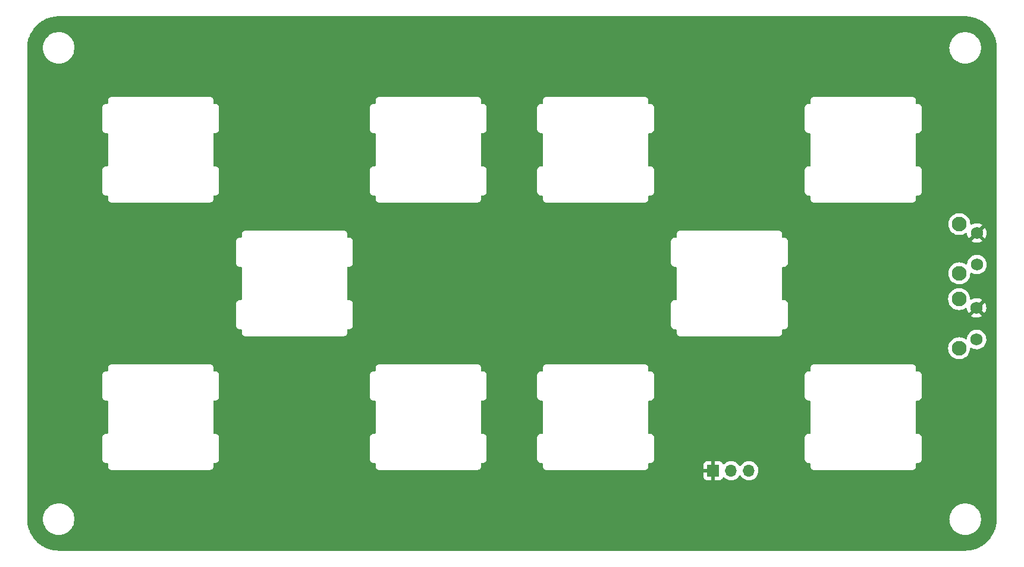
<source format=gtl>
%TF.GenerationSoftware,KiCad,Pcbnew,(6.0.8)*%
%TF.CreationDate,2022-10-27T12:36:15-06:00*%
%TF.ProjectId,plate,706c6174-652e-46b6-9963-61645f706362,rev?*%
%TF.SameCoordinates,Original*%
%TF.FileFunction,Copper,L1,Top*%
%TF.FilePolarity,Positive*%
%FSLAX46Y46*%
G04 Gerber Fmt 4.6, Leading zero omitted, Abs format (unit mm)*
G04 Created by KiCad (PCBNEW (6.0.8)) date 2022-10-27 12:36:15*
%MOMM*%
%LPD*%
G01*
G04 APERTURE LIST*
%TA.AperFunction,ComponentPad*%
%ADD10R,1.700000X1.700000*%
%TD*%
%TA.AperFunction,ComponentPad*%
%ADD11O,1.700000X1.700000*%
%TD*%
%TA.AperFunction,ComponentPad*%
%ADD12C,2.100000*%
%TD*%
%TA.AperFunction,ComponentPad*%
%ADD13C,1.750000*%
%TD*%
%TA.AperFunction,ViaPad*%
%ADD14C,0.800000*%
%TD*%
G04 APERTURE END LIST*
D10*
%TO.P,REF\u002A\u002A,1*%
%TO.N,GND*%
X178650000Y-124610000D03*
D11*
%TO.P,REF\u002A\u002A,2*%
%TO.N,SERVICE*%
X181190000Y-124610000D03*
%TO.P,REF\u002A\u002A,3*%
%TO.N,TEST*%
X183730000Y-124610000D03*
%TD*%
D12*
%TO.P,REF\u002A\u002A,*%
%TO.N,*%
X213697500Y-89479000D03*
X213697500Y-96489000D03*
D13*
%TO.P,REF\u002A\u002A,1*%
%TO.N,SERVICE*%
X216187500Y-95239000D03*
%TO.P,REF\u002A\u002A,2*%
%TO.N,GND*%
X216187500Y-90739000D03*
%TD*%
D12*
%TO.P,REF\u002A\u002A,*%
%TO.N,*%
X213664000Y-100158000D03*
X213664000Y-107168000D03*
D13*
%TO.P,REF\u002A\u002A,1*%
%TO.N,TEST*%
X216154000Y-105918000D03*
%TO.P,REF\u002A\u002A,2*%
%TO.N,GND*%
X216154000Y-101418000D03*
%TD*%
D14*
%TO.N,GND*%
X138380000Y-95010000D03*
%TD*%
%TA.AperFunction,Conductor*%
%TO.N,GND*%
G36*
X152062767Y-59872017D02*
G01*
X214523853Y-59872501D01*
X214528670Y-59872593D01*
X214871312Y-59885704D01*
X214878709Y-59886419D01*
X214878712Y-59886376D01*
X214883564Y-59886752D01*
X214888376Y-59887501D01*
X214893244Y-59887501D01*
X214898101Y-59887877D01*
X214898096Y-59887936D01*
X214905457Y-59888368D01*
X215233226Y-59927027D01*
X215243159Y-59928605D01*
X215533228Y-59986617D01*
X215544840Y-59989545D01*
X215552799Y-59993282D01*
X215587764Y-59998726D01*
X215602391Y-60001903D01*
X215892777Y-60083337D01*
X215912297Y-60090600D01*
X215930790Y-60099282D01*
X215939661Y-60100663D01*
X215939663Y-60100664D01*
X215940200Y-60100748D01*
X215964485Y-60107059D01*
X216246990Y-60211459D01*
X216256864Y-60215593D01*
X216294136Y-60233093D01*
X216294150Y-60233098D01*
X216298801Y-60235282D01*
X216300642Y-60235569D01*
X216302310Y-60236203D01*
X216525158Y-60338578D01*
X216570377Y-60359351D01*
X216579460Y-60363977D01*
X216840061Y-60510281D01*
X216851690Y-60518539D01*
X216851710Y-60518508D01*
X216859213Y-60523436D01*
X216865942Y-60529379D01*
X216889228Y-60540312D01*
X216905566Y-60549525D01*
X217156892Y-60717069D01*
X217170403Y-60727463D01*
X217192953Y-60747379D01*
X217201080Y-60751195D01*
X217208581Y-60756122D01*
X217208108Y-60756843D01*
X217217464Y-60762520D01*
X217290679Y-60820284D01*
X217448625Y-60944898D01*
X217456084Y-60951269D01*
X217674670Y-61153214D01*
X217678231Y-61156923D01*
X217680778Y-61160959D01*
X217687503Y-61166898D01*
X217711468Y-61188064D01*
X217720621Y-61197015D01*
X217924829Y-61418120D01*
X217938823Y-61436365D01*
X217946769Y-61448959D01*
X217953499Y-61454903D01*
X217958372Y-61459207D01*
X217974005Y-61475758D01*
X218160721Y-61713189D01*
X218168238Y-61723839D01*
X218189766Y-61757959D01*
X218193968Y-61761670D01*
X218197769Y-61766699D01*
X218362335Y-62012791D01*
X218367542Y-62021287D01*
X218511799Y-62278993D01*
X218516870Y-62289088D01*
X218519577Y-62295140D01*
X218522044Y-62303772D01*
X218530404Y-62317022D01*
X218538832Y-62330380D01*
X218546710Y-62344894D01*
X218671163Y-62615043D01*
X218672646Y-62618263D01*
X218679353Y-62636352D01*
X218686046Y-62659772D01*
X218690836Y-62667364D01*
X218693609Y-62673563D01*
X218701146Y-62688835D01*
X218702506Y-62692514D01*
X218805423Y-62970995D01*
X218808473Y-62980356D01*
X218867465Y-63188765D01*
X218888886Y-63264444D01*
X218889019Y-63265081D01*
X218889015Y-63265722D01*
X218901886Y-63310756D01*
X218904343Y-63320946D01*
X218940691Y-63505067D01*
X218962690Y-63616504D01*
X218965074Y-63641673D01*
X218965019Y-63650722D01*
X218971261Y-63672564D01*
X218975204Y-63692102D01*
X218985108Y-63774283D01*
X219011315Y-63991763D01*
X219012218Y-64007606D01*
X219012016Y-64040722D01*
X219014485Y-64049360D01*
X219014517Y-64049594D01*
X219015590Y-64061888D01*
X219024298Y-64290038D01*
X219027290Y-64368441D01*
X219027380Y-64374016D01*
X219027015Y-64433722D01*
X219027399Y-64435066D01*
X219027491Y-64436411D01*
X219027491Y-131502852D01*
X219027399Y-131507670D01*
X219015577Y-131816638D01*
X219014828Y-131824637D01*
X219012906Y-131831066D01*
X219012851Y-131840034D01*
X219012851Y-131840036D01*
X219012680Y-131868104D01*
X219011777Y-131882406D01*
X218979166Y-132153029D01*
X218975670Y-132182036D01*
X218971292Y-132203063D01*
X218968480Y-132212465D01*
X218968479Y-132212471D01*
X218965909Y-132221065D01*
X218965854Y-132230035D01*
X218965854Y-132230037D01*
X218965830Y-132234031D01*
X218963446Y-132257665D01*
X218958721Y-132281601D01*
X218905085Y-132553295D01*
X218902188Y-132564994D01*
X218892301Y-132598053D01*
X218892299Y-132598062D01*
X218889905Y-132606067D01*
X218889886Y-132609276D01*
X218889211Y-132612409D01*
X218831151Y-132817529D01*
X218808473Y-132897646D01*
X218805423Y-132907007D01*
X218702506Y-133185490D01*
X218696910Y-133196656D01*
X218697292Y-133196833D01*
X218693525Y-133204986D01*
X218688643Y-133212518D01*
X218686070Y-133221122D01*
X218680540Y-133239611D01*
X218674263Y-133256230D01*
X218548330Y-133529591D01*
X218539625Y-133545396D01*
X218524641Y-133568514D01*
X218522068Y-133577117D01*
X218518303Y-133585266D01*
X218517973Y-133585114D01*
X218513003Y-133596856D01*
X218367543Y-133856712D01*
X218362336Y-133865208D01*
X218198125Y-134110769D01*
X218196229Y-134113246D01*
X218193863Y-134115284D01*
X218189415Y-134122146D01*
X218189413Y-134122149D01*
X218169777Y-134152444D01*
X218163092Y-134161795D01*
X217981325Y-134392938D01*
X217976413Y-134399184D01*
X217959615Y-134416751D01*
X217957666Y-134418430D01*
X217957664Y-134418432D01*
X217950866Y-134424290D01*
X217945984Y-134431822D01*
X217945983Y-134431823D01*
X217940636Y-134440072D01*
X217927471Y-134457023D01*
X217723232Y-134678156D01*
X217712920Y-134688118D01*
X217691678Y-134706422D01*
X217684875Y-134712284D01*
X217680959Y-134718326D01*
X217674776Y-134724687D01*
X217456091Y-134926729D01*
X217448640Y-134933095D01*
X217237448Y-135099716D01*
X217216141Y-135116526D01*
X217206277Y-135123545D01*
X217198220Y-135127208D01*
X217187361Y-135136565D01*
X217172452Y-135149411D01*
X217160100Y-135158793D01*
X217156580Y-135161140D01*
X216908802Y-135326321D01*
X216891068Y-135336180D01*
X216871209Y-135345210D01*
X216864411Y-135351067D01*
X216864410Y-135351068D01*
X216864032Y-135351394D01*
X216843467Y-135365810D01*
X216580972Y-135513179D01*
X216571441Y-135518011D01*
X216531653Y-135536102D01*
X216529214Y-135537211D01*
X216528509Y-135537818D01*
X216527701Y-135538259D01*
X216258836Y-135661774D01*
X216249913Y-135665466D01*
X216246988Y-135666547D01*
X215968152Y-135769588D01*
X215954297Y-135773097D01*
X215954306Y-135773127D01*
X215945690Y-135775646D01*
X215936803Y-135776919D01*
X215928630Y-135780635D01*
X215914628Y-135787001D01*
X215896501Y-135793619D01*
X215606115Y-135875054D01*
X215589958Y-135878461D01*
X215567694Y-135881649D01*
X215567693Y-135881649D01*
X215558812Y-135882921D01*
X215550641Y-135886636D01*
X215542237Y-135889094D01*
X215531588Y-135891712D01*
X215243132Y-135949398D01*
X215233199Y-135950974D01*
X214952381Y-135984100D01*
X214904272Y-135989775D01*
X214898466Y-135990324D01*
X214895953Y-135990503D01*
X214891477Y-135990503D01*
X214887050Y-135991137D01*
X214886210Y-135991197D01*
X214874655Y-135992257D01*
X214528196Y-136006396D01*
X214523058Y-136006501D01*
X85485911Y-136006501D01*
X85480786Y-136006397D01*
X85480761Y-136006396D01*
X85137139Y-135992409D01*
X85128769Y-135991589D01*
X85124422Y-135991252D01*
X85119610Y-135990503D01*
X85114742Y-135990503D01*
X85109885Y-135990127D01*
X85109890Y-135990068D01*
X85102529Y-135989635D01*
X85080788Y-135987070D01*
X84774771Y-135950972D01*
X84764840Y-135949395D01*
X84474757Y-135891382D01*
X84463151Y-135888455D01*
X84455196Y-135884720D01*
X84446329Y-135883339D01*
X84446328Y-135883339D01*
X84420228Y-135879275D01*
X84405592Y-135876095D01*
X84115214Y-135794664D01*
X84095690Y-135787400D01*
X84085323Y-135782533D01*
X84085319Y-135782532D01*
X84077196Y-135778718D01*
X84068330Y-135777337D01*
X84068325Y-135777336D01*
X84067785Y-135777252D01*
X84043498Y-135770941D01*
X83947321Y-135735399D01*
X83760994Y-135666543D01*
X83751149Y-135662421D01*
X83709196Y-135642724D01*
X83707577Y-135642472D01*
X83706106Y-135641911D01*
X83438419Y-135518593D01*
X83429603Y-135514105D01*
X83167757Y-135367531D01*
X83156325Y-135359422D01*
X83156277Y-135359495D01*
X83148770Y-135354564D01*
X83142045Y-135348624D01*
X83133923Y-135344811D01*
X83133919Y-135344808D01*
X83119171Y-135337884D01*
X83102683Y-135328571D01*
X82962007Y-135234498D01*
X82852307Y-135161140D01*
X82838941Y-135150843D01*
X82822774Y-135136565D01*
X82816045Y-135130622D01*
X82807918Y-135126806D01*
X82800416Y-135121879D01*
X82800801Y-135121292D01*
X82791224Y-135115384D01*
X82559583Y-134933221D01*
X82551807Y-134926578D01*
X82359956Y-134748713D01*
X82334841Y-134725429D01*
X82330956Y-134721375D01*
X82328220Y-134717039D01*
X82297075Y-134689533D01*
X82288083Y-134680756D01*
X82083000Y-134459546D01*
X82068842Y-134441123D01*
X82066012Y-134436639D01*
X82066010Y-134436637D01*
X82061220Y-134429045D01*
X82049618Y-134418799D01*
X82033983Y-134402246D01*
X82031576Y-134399184D01*
X81847264Y-134164807D01*
X81839747Y-134154156D01*
X81823012Y-134127633D01*
X81823010Y-134127631D01*
X81818220Y-134120039D01*
X81814017Y-134116327D01*
X81810215Y-134111297D01*
X81755978Y-134030191D01*
X81645644Y-133865199D01*
X81640442Y-133856711D01*
X81594027Y-133773791D01*
X81500445Y-133606610D01*
X81496194Y-133599016D01*
X81491125Y-133588923D01*
X81488410Y-133582854D01*
X81485945Y-133574228D01*
X81469157Y-133547620D01*
X81461279Y-133533107D01*
X81335344Y-133259739D01*
X81328637Y-133241648D01*
X81324411Y-133226861D01*
X81321945Y-133218232D01*
X81317156Y-133210641D01*
X81314380Y-133204436D01*
X81306846Y-133189168D01*
X81202833Y-132907720D01*
X81199700Y-132898063D01*
X81120193Y-132614541D01*
X81119965Y-132613441D01*
X81119972Y-132612280D01*
X81119065Y-132609108D01*
X81119064Y-132609101D01*
X81106886Y-132566492D01*
X81104482Y-132556578D01*
X81045367Y-132260999D01*
X81043167Y-132238076D01*
X81042917Y-132236253D01*
X81042972Y-132227278D01*
X81036954Y-132206221D01*
X81032972Y-132186364D01*
X81027916Y-132143494D01*
X81023505Y-132106098D01*
X80997630Y-131886728D01*
X80996765Y-131871200D01*
X80996917Y-131846256D01*
X80996972Y-131837279D01*
X80994506Y-131828648D01*
X80994216Y-131826534D01*
X80993155Y-131814562D01*
X80983641Y-131580908D01*
X83213512Y-131580908D01*
X83214032Y-131582780D01*
X83214020Y-131584722D01*
X83223455Y-131617735D01*
X83226767Y-131632737D01*
X83297622Y-132082871D01*
X83299151Y-132103224D01*
X83299134Y-132106098D01*
X83299020Y-132124723D01*
X83301333Y-132132816D01*
X83301847Y-132136089D01*
X83302123Y-132144499D01*
X83304923Y-132153024D01*
X83304924Y-132153029D01*
X83320994Y-132201955D01*
X83322435Y-132206648D01*
X83339047Y-132264773D01*
X83341809Y-132269150D01*
X83343333Y-132274106D01*
X83348273Y-132281600D01*
X83348274Y-132281601D01*
X83364211Y-132305774D01*
X83371249Y-132317859D01*
X83521546Y-132612415D01*
X83575977Y-132719091D01*
X83584893Y-132741737D01*
X83585578Y-132744133D01*
X83588047Y-132752772D01*
X83592836Y-132760362D01*
X83596329Y-132768172D01*
X83600352Y-132775738D01*
X83603400Y-132784181D01*
X83608695Y-132791429D01*
X83608698Y-132791435D01*
X83633623Y-132825554D01*
X83638438Y-132832637D01*
X83665772Y-132875959D01*
X83672496Y-132881898D01*
X83675246Y-132885129D01*
X83678152Y-132888210D01*
X83683320Y-132895540D01*
X83690337Y-132901125D01*
X83690339Y-132901127D01*
X83712465Y-132918737D01*
X83723094Y-132928228D01*
X84034178Y-133239312D01*
X84041795Y-133248848D01*
X84042165Y-133248533D01*
X84047981Y-133255367D01*
X84052772Y-133262960D01*
X84062683Y-133271713D01*
X84078811Y-133288898D01*
X84086918Y-133299343D01*
X84120940Y-133323956D01*
X84130483Y-133331592D01*
X84161947Y-133359380D01*
X84170074Y-133363195D01*
X84172550Y-133364822D01*
X84187532Y-133373824D01*
X84190112Y-133375236D01*
X84197291Y-133380617D01*
X84232171Y-133393693D01*
X84245206Y-133399440D01*
X84637083Y-133599393D01*
X84637659Y-133599687D01*
X84644807Y-133603841D01*
X84649947Y-133608381D01*
X84658077Y-133612198D01*
X84658080Y-133612200D01*
X84670502Y-133618032D01*
X84687740Y-133627851D01*
X84699102Y-133635567D01*
X84699108Y-133635570D01*
X84706532Y-133640612D01*
X84715072Y-133643368D01*
X84715075Y-133643369D01*
X84737486Y-133650600D01*
X84752343Y-133656457D01*
X84773666Y-133666468D01*
X84773672Y-133666470D01*
X84781796Y-133670284D01*
X84790662Y-133671665D01*
X84790670Y-133671667D01*
X84798725Y-133672921D01*
X84820111Y-133678200D01*
X84827827Y-133680839D01*
X84827829Y-133680839D01*
X84836324Y-133683745D01*
X84845290Y-133684149D01*
X84845293Y-133684150D01*
X84873718Y-133685432D01*
X84887819Y-133686866D01*
X85122072Y-133724102D01*
X85321346Y-133755779D01*
X85322093Y-133755952D01*
X85322796Y-133756282D01*
X85325009Y-133756627D01*
X85325011Y-133756627D01*
X85355030Y-133761301D01*
X85370589Y-133764744D01*
X85391837Y-133770877D01*
X85401931Y-133773791D01*
X85410910Y-133773760D01*
X85410911Y-133773760D01*
X85439531Y-133773661D01*
X85468769Y-133773559D01*
X85471113Y-133773573D01*
X85493106Y-133773912D01*
X85529011Y-133774465D01*
X85529013Y-133774465D01*
X85537987Y-133774603D01*
X85546643Y-133772216D01*
X85569355Y-133765953D01*
X85584985Y-133762692D01*
X85596769Y-133761005D01*
X85608470Y-133759329D01*
X85608471Y-133759329D01*
X85617183Y-133758081D01*
X85620280Y-133756673D01*
X85623627Y-133755920D01*
X85734878Y-133738203D01*
X86053416Y-133687474D01*
X86069092Y-133685974D01*
X86093526Y-133685171D01*
X86093528Y-133685171D01*
X86102494Y-133684876D01*
X86118775Y-133679529D01*
X86140224Y-133674512D01*
X86142437Y-133674195D01*
X86157183Y-133672083D01*
X86186883Y-133658579D01*
X86201775Y-133652915D01*
X86232937Y-133643270D01*
X86240420Y-133638317D01*
X86240423Y-133638316D01*
X86251801Y-133630785D01*
X86269191Y-133621156D01*
X86281608Y-133615510D01*
X86281609Y-133615509D01*
X86289778Y-133611795D01*
X86296576Y-133605937D01*
X86297296Y-133605477D01*
X86307915Y-133599391D01*
X86696348Y-133401193D01*
X86710831Y-133394913D01*
X86710837Y-133394911D01*
X86742177Y-133383597D01*
X86749426Y-133378301D01*
X86752041Y-133376911D01*
X86767114Y-133368103D01*
X86769604Y-133366511D01*
X86777778Y-133362794D01*
X86809578Y-133335393D01*
X86819229Y-133327862D01*
X86824780Y-133323949D01*
X86853535Y-133303678D01*
X86859125Y-133296655D01*
X86859127Y-133296653D01*
X86861768Y-133293334D01*
X86878105Y-133276347D01*
X86888123Y-133267715D01*
X86893004Y-133260185D01*
X86898444Y-133253949D01*
X86908049Y-133242077D01*
X87219171Y-132930954D01*
X87231011Y-132920512D01*
X87247492Y-132907720D01*
X87257337Y-132900079D01*
X87262596Y-132892809D01*
X87265527Y-132889778D01*
X87268321Y-132886575D01*
X87275123Y-132880714D01*
X87302987Y-132837726D01*
X87307890Y-132830698D01*
X87333229Y-132796888D01*
X87333231Y-132796885D01*
X87338612Y-132789705D01*
X87341763Y-132781299D01*
X87345868Y-132773800D01*
X87349461Y-132766026D01*
X87354348Y-132758486D01*
X87358761Y-132743729D01*
X87367245Y-132722562D01*
X87384139Y-132689452D01*
X87571740Y-132321786D01*
X87579758Y-132308238D01*
X87580048Y-132307811D01*
X87598540Y-132280600D01*
X87600275Y-132275228D01*
X87603348Y-132270487D01*
X87620679Y-132212536D01*
X87622164Y-132207902D01*
X87641738Y-132150673D01*
X87642117Y-132142264D01*
X87642670Y-132138998D01*
X87645082Y-132130936D01*
X87645234Y-132106098D01*
X87646800Y-132087052D01*
X87718490Y-131636902D01*
X87722205Y-131620616D01*
X87731082Y-131590935D01*
X87731097Y-131588524D01*
X87731765Y-131586211D01*
X87731745Y-131579991D01*
X212276389Y-131579991D01*
X212277030Y-131582314D01*
X212277015Y-131584722D01*
X212279296Y-131592701D01*
X212279296Y-131592704D01*
X212286607Y-131618285D01*
X212289890Y-131633093D01*
X212320697Y-131826534D01*
X212349525Y-132007547D01*
X212361576Y-132083220D01*
X212363142Y-132103805D01*
X212363014Y-132124723D01*
X212365355Y-132132914D01*
X212365706Y-132135166D01*
X212365972Y-132143677D01*
X212368758Y-132152206D01*
X212384911Y-132201656D01*
X212386288Y-132206156D01*
X212400574Y-132256143D01*
X212400575Y-132256146D01*
X212403041Y-132264773D01*
X212406052Y-132269545D01*
X212407723Y-132274944D01*
X212412676Y-132282427D01*
X212412679Y-132282434D01*
X212428047Y-132305653D01*
X212435303Y-132318109D01*
X212638923Y-132718777D01*
X212647744Y-132741235D01*
X212648572Y-132744133D01*
X212648575Y-132744139D01*
X212651042Y-132752772D01*
X212655834Y-132760367D01*
X212659331Y-132768184D01*
X212663350Y-132775742D01*
X212666398Y-132784186D01*
X212671694Y-132791435D01*
X212671696Y-132791439D01*
X212696617Y-132825552D01*
X212701436Y-132832643D01*
X212723975Y-132868365D01*
X212723977Y-132868367D01*
X212728767Y-132875959D01*
X212735495Y-132881901D01*
X212737963Y-132884801D01*
X212737974Y-132884815D01*
X212740582Y-132887589D01*
X212745742Y-132894933D01*
X212775274Y-132918516D01*
X212785728Y-132927864D01*
X213084731Y-133226861D01*
X213097178Y-133239308D01*
X213104799Y-133248844D01*
X213105167Y-133248531D01*
X213110986Y-133255368D01*
X213115776Y-133262960D01*
X213125686Y-133271713D01*
X213141812Y-133288895D01*
X213149919Y-133299340D01*
X213157190Y-133304600D01*
X213157191Y-133304601D01*
X213183935Y-133323949D01*
X213193488Y-133331593D01*
X213197791Y-133335393D01*
X213224951Y-133359380D01*
X213233078Y-133363196D01*
X213235534Y-133364809D01*
X213250552Y-133373834D01*
X213253119Y-133375239D01*
X213260300Y-133380621D01*
X213268704Y-133383771D01*
X213268709Y-133383774D01*
X213295177Y-133393696D01*
X213308217Y-133399444D01*
X213311639Y-133401190D01*
X213679559Y-133588923D01*
X213700658Y-133599689D01*
X213707803Y-133603842D01*
X213712942Y-133608381D01*
X213721072Y-133612198D01*
X213733497Y-133618032D01*
X213750735Y-133627851D01*
X213762097Y-133635567D01*
X213762103Y-133635570D01*
X213769527Y-133640612D01*
X213778067Y-133643368D01*
X213778070Y-133643369D01*
X213800481Y-133650600D01*
X213815338Y-133656457D01*
X213836666Y-133666470D01*
X213836670Y-133666471D01*
X213844791Y-133670284D01*
X213856344Y-133672083D01*
X213861719Y-133672920D01*
X213883109Y-133678201D01*
X213899315Y-133683744D01*
X213908281Y-133684148D01*
X213908284Y-133684149D01*
X213936711Y-133685431D01*
X213950814Y-133686865D01*
X214384344Y-133755779D01*
X214385087Y-133755951D01*
X214385791Y-133756282D01*
X214417940Y-133761288D01*
X214433519Y-133764737D01*
X214464780Y-133773770D01*
X214473759Y-133773742D01*
X214473762Y-133773742D01*
X214531684Y-133773558D01*
X214534023Y-133773572D01*
X214592005Y-133774465D01*
X214592007Y-133774465D01*
X214600982Y-133774603D01*
X214609638Y-133772216D01*
X214632350Y-133765953D01*
X214647980Y-133762692D01*
X214680178Y-133758081D01*
X214683219Y-133756698D01*
X214686500Y-133755961D01*
X214918880Y-133719021D01*
X215117361Y-133687470D01*
X215132995Y-133685976D01*
X215149596Y-133685431D01*
X215157514Y-133685171D01*
X215157515Y-133685171D01*
X215166487Y-133684876D01*
X215175013Y-133682076D01*
X215175017Y-133682075D01*
X215182758Y-133679532D01*
X215204218Y-133674512D01*
X215212293Y-133673356D01*
X215212296Y-133673355D01*
X215221179Y-133672083D01*
X215229347Y-133668369D01*
X215229354Y-133668367D01*
X215250794Y-133658618D01*
X215265726Y-133652941D01*
X215288223Y-133645985D01*
X215296800Y-133643333D01*
X215315744Y-133630803D01*
X215333098Y-133621196D01*
X215353774Y-133611795D01*
X215360575Y-133605935D01*
X215361291Y-133605477D01*
X215371908Y-133599393D01*
X215760357Y-133401190D01*
X215774838Y-133394911D01*
X215806183Y-133383595D01*
X215813434Y-133378298D01*
X215816044Y-133376910D01*
X215831130Y-133368094D01*
X215833606Y-133366511D01*
X215841780Y-133362794D01*
X215873576Y-133335396D01*
X215883224Y-133327868D01*
X215910200Y-133308851D01*
X215910202Y-133308849D01*
X215917536Y-133303679D01*
X215925770Y-133293334D01*
X215942106Y-133276348D01*
X215945326Y-133273574D01*
X215945329Y-133273571D01*
X215952125Y-133267715D01*
X215957007Y-133260183D01*
X215962441Y-133253954D01*
X215972053Y-133242074D01*
X216283535Y-132930587D01*
X216295211Y-132920273D01*
X216314833Y-132904992D01*
X216314834Y-132904991D01*
X216321913Y-132899478D01*
X216327161Y-132892199D01*
X216329810Y-132889450D01*
X216329814Y-132889446D01*
X216332322Y-132886571D01*
X216339119Y-132880714D01*
X216347124Y-132868365D01*
X216366983Y-132837726D01*
X216371888Y-132830695D01*
X216397227Y-132796885D01*
X216397228Y-132796884D01*
X216402610Y-132789702D01*
X216405760Y-132781299D01*
X216409863Y-132773804D01*
X216413458Y-132766023D01*
X216418344Y-132758486D01*
X216422908Y-132743224D01*
X216431298Y-132722241D01*
X216433059Y-132718777D01*
X216611975Y-132366720D01*
X216634934Y-132321544D01*
X216643046Y-132307811D01*
X216656495Y-132288020D01*
X216656497Y-132288016D01*
X216661538Y-132280598D01*
X216663273Y-132275227D01*
X216666345Y-132270487D01*
X216668916Y-132261890D01*
X216668918Y-132261886D01*
X216683823Y-132212046D01*
X216685255Y-132207565D01*
X216693940Y-132182036D01*
X216704890Y-132149852D01*
X216705260Y-132141344D01*
X216705640Y-132139092D01*
X216708079Y-132130936D01*
X216708231Y-132106098D01*
X216709797Y-132087055D01*
X216781485Y-131636904D01*
X216785200Y-131620618D01*
X216791708Y-131598855D01*
X216794077Y-131590935D01*
X216794092Y-131588526D01*
X216794760Y-131586213D01*
X216794734Y-131577947D01*
X216794548Y-131519350D01*
X216794562Y-131516996D01*
X216795611Y-131450157D01*
X216794952Y-131447764D01*
X216794967Y-131445280D01*
X216792701Y-131437350D01*
X216792700Y-131437346D01*
X216785402Y-131411812D01*
X216782113Y-131396968D01*
X216740145Y-131132953D01*
X216710400Y-130945832D01*
X216708840Y-130925281D01*
X216708914Y-130913251D01*
X216708969Y-130904280D01*
X216706629Y-130896093D01*
X216706277Y-130893837D01*
X216706011Y-130885326D01*
X216687071Y-130827344D01*
X216685694Y-130822845D01*
X216684011Y-130816957D01*
X216668942Y-130764230D01*
X216665970Y-130759520D01*
X216664323Y-130754193D01*
X216659371Y-130746706D01*
X216659369Y-130746702D01*
X216643955Y-130723399D01*
X216636720Y-130710973D01*
X216433060Y-130310226D01*
X216424239Y-130287768D01*
X216423410Y-130284867D01*
X216423408Y-130284862D01*
X216420941Y-130276231D01*
X216416153Y-130268643D01*
X216412656Y-130260825D01*
X216408637Y-130253265D01*
X216405590Y-130244825D01*
X216400297Y-130237579D01*
X216400295Y-130237576D01*
X216375369Y-130203457D01*
X216370556Y-130196376D01*
X216343216Y-130153044D01*
X216336488Y-130147102D01*
X216334021Y-130144204D01*
X216334017Y-130144199D01*
X216334012Y-130144194D01*
X216331404Y-130141420D01*
X216326241Y-130134071D01*
X216296721Y-130110497D01*
X216286260Y-130101142D01*
X215974819Y-129789695D01*
X215967198Y-129780157D01*
X215966830Y-129780471D01*
X215961013Y-129773636D01*
X215956222Y-129766043D01*
X215949493Y-129760100D01*
X215949491Y-129760098D01*
X215946309Y-129757288D01*
X215930181Y-129740103D01*
X215927582Y-129736755D01*
X215927580Y-129736753D01*
X215922073Y-129729658D01*
X215888064Y-129705055D01*
X215878512Y-129697412D01*
X215853775Y-129675565D01*
X215847047Y-129669623D01*
X215838923Y-129665809D01*
X215836439Y-129664177D01*
X215821473Y-129655184D01*
X215818887Y-129653768D01*
X215811707Y-129648387D01*
X215776807Y-129635304D01*
X215763795Y-129629567D01*
X215371317Y-129429309D01*
X215364179Y-129425161D01*
X215359041Y-129420623D01*
X215337960Y-129410725D01*
X215320911Y-129401034D01*
X215309061Y-129393017D01*
X215309059Y-129393016D01*
X215301625Y-129387987D01*
X215271188Y-129378226D01*
X215256117Y-129372300D01*
X215235320Y-129362536D01*
X215227192Y-129358720D01*
X215210263Y-129356084D01*
X215188872Y-129350803D01*
X215181157Y-129348164D01*
X215181156Y-129348164D01*
X215172660Y-129345258D01*
X215163693Y-129344854D01*
X215163690Y-129344853D01*
X215137203Y-129343659D01*
X215134678Y-129343545D01*
X215120799Y-129342146D01*
X214686975Y-129273985D01*
X214686543Y-129273885D01*
X214686191Y-129273720D01*
X214685065Y-129273545D01*
X214685049Y-129273541D01*
X214654609Y-129268801D01*
X214638802Y-129265287D01*
X214627777Y-129262080D01*
X214608118Y-129256361D01*
X214599146Y-129256373D01*
X214599144Y-129256373D01*
X214564690Y-129256421D01*
X214540009Y-129256455D01*
X214538192Y-129256443D01*
X214494398Y-129255848D01*
X214479061Y-129255639D01*
X214479060Y-129255639D01*
X214470083Y-129255517D01*
X214439278Y-129264072D01*
X214423453Y-129267388D01*
X214391804Y-129271921D01*
X214389099Y-129273150D01*
X214386229Y-129273793D01*
X213954979Y-129341550D01*
X213939565Y-129343009D01*
X213923837Y-129343526D01*
X213914462Y-129343834D01*
X213905490Y-129344129D01*
X213855525Y-129360540D01*
X213842138Y-129364937D01*
X213839824Y-129365673D01*
X213776019Y-129385276D01*
X213768528Y-129390212D01*
X213768527Y-129390212D01*
X213744272Y-129406193D01*
X213732220Y-129413209D01*
X213700656Y-129429315D01*
X213311641Y-129627812D01*
X213297158Y-129634091D01*
X213293780Y-129635311D01*
X213274264Y-129642356D01*
X213274263Y-129642357D01*
X213265824Y-129645403D01*
X213258581Y-129650694D01*
X213255986Y-129652074D01*
X213240887Y-129660897D01*
X213238392Y-129662493D01*
X213230218Y-129666209D01*
X213198418Y-129693610D01*
X213188776Y-129701134D01*
X213154458Y-129725327D01*
X213146220Y-129735678D01*
X213129894Y-129752652D01*
X213126673Y-129755427D01*
X213126668Y-129755433D01*
X213119873Y-129761288D01*
X213114991Y-129768819D01*
X213109537Y-129775072D01*
X213099949Y-129786923D01*
X212788457Y-130098409D01*
X212776780Y-130108723D01*
X212757153Y-130124008D01*
X212757149Y-130124012D01*
X212750070Y-130129525D01*
X212744822Y-130136804D01*
X212742174Y-130139552D01*
X212739663Y-130142430D01*
X212732864Y-130148289D01*
X212704995Y-130191286D01*
X212700096Y-130198307D01*
X212674763Y-130232107D01*
X212674761Y-130232111D01*
X212669378Y-130239293D01*
X212666228Y-130247697D01*
X212662108Y-130255222D01*
X212658520Y-130262987D01*
X212653639Y-130270517D01*
X212649075Y-130285779D01*
X212640687Y-130306758D01*
X212534650Y-130515408D01*
X212437007Y-130707542D01*
X212428914Y-130721247D01*
X212415425Y-130741109D01*
X212410381Y-130748536D01*
X212408670Y-130753838D01*
X212405638Y-130758516D01*
X212403067Y-130767113D01*
X212403065Y-130767117D01*
X212388160Y-130816957D01*
X212386729Y-130821434D01*
X212367093Y-130879151D01*
X212366723Y-130887658D01*
X212366344Y-130889906D01*
X212363904Y-130898067D01*
X212363849Y-130907040D01*
X212363849Y-130907041D01*
X212363752Y-130922994D01*
X212362193Y-130942000D01*
X212331838Y-131132953D01*
X212290475Y-131393156D01*
X212286756Y-131409470D01*
X212277905Y-131439067D01*
X212277890Y-131441551D01*
X212277201Y-131443937D01*
X212277414Y-131505266D01*
X212277433Y-131510756D01*
X212277419Y-131513117D01*
X212276389Y-131579991D01*
X87731745Y-131579991D01*
X87731739Y-131577947D01*
X87731553Y-131519373D01*
X87731568Y-131516996D01*
X87732488Y-131458410D01*
X87732488Y-131458407D01*
X87732617Y-131450159D01*
X87731957Y-131447763D01*
X87731972Y-131445280D01*
X87727933Y-131431149D01*
X87722407Y-131411812D01*
X87719118Y-131396969D01*
X87694914Y-131244714D01*
X87647403Y-130945833D01*
X87645843Y-130925283D01*
X87645917Y-130913257D01*
X87645972Y-130904280D01*
X87643658Y-130896185D01*
X87643145Y-130892917D01*
X87642869Y-130884504D01*
X87640069Y-130875979D01*
X87640068Y-130875974D01*
X87623998Y-130827048D01*
X87622557Y-130822355D01*
X87612945Y-130788723D01*
X87605945Y-130764230D01*
X87602972Y-130759518D01*
X87601325Y-130754192D01*
X87596376Y-130746709D01*
X87596374Y-130746706D01*
X87580672Y-130722968D01*
X87573528Y-130710722D01*
X87571906Y-130707542D01*
X87369015Y-130309911D01*
X87360099Y-130287266D01*
X87359412Y-130284863D01*
X87359412Y-130284862D01*
X87356945Y-130276231D01*
X87352155Y-130268638D01*
X87348660Y-130260826D01*
X87344640Y-130253266D01*
X87341592Y-130244822D01*
X87336299Y-130237577D01*
X87336297Y-130237573D01*
X87311381Y-130203468D01*
X87306561Y-130196376D01*
X87284010Y-130160635D01*
X87284008Y-130160633D01*
X87279220Y-130153044D01*
X87272490Y-130147100D01*
X87269733Y-130143861D01*
X87266842Y-130140796D01*
X87261672Y-130133463D01*
X87254654Y-130127877D01*
X87254649Y-130127872D01*
X87232522Y-130110261D01*
X87221892Y-130100771D01*
X86910814Y-129789691D01*
X86903194Y-129780156D01*
X86902826Y-129780469D01*
X86897011Y-129773636D01*
X86892220Y-129766043D01*
X86882307Y-129757288D01*
X86866181Y-129740106D01*
X86863575Y-129736748D01*
X86863574Y-129736747D01*
X86858073Y-129729660D01*
X86850794Y-129724394D01*
X86824062Y-129705055D01*
X86814508Y-129697410D01*
X86789775Y-129675567D01*
X86783045Y-129669623D01*
X86774918Y-129665808D01*
X86772442Y-129664181D01*
X86757471Y-129655185D01*
X86754880Y-129653767D01*
X86747701Y-129648386D01*
X86739298Y-129645236D01*
X86739296Y-129645235D01*
X86712821Y-129635311D01*
X86699781Y-129629562D01*
X86699777Y-129629560D01*
X86307329Y-129429315D01*
X86300183Y-129425161D01*
X86295045Y-129420623D01*
X86274053Y-129410767D01*
X86256972Y-129401055D01*
X86245191Y-129393080D01*
X86245190Y-129393079D01*
X86237760Y-129388050D01*
X86207245Y-129378255D01*
X86192204Y-129372339D01*
X86171322Y-129362535D01*
X86171321Y-129362535D01*
X86163196Y-129358720D01*
X86146273Y-129356085D01*
X86124879Y-129350804D01*
X86108667Y-129345259D01*
X86084060Y-129344149D01*
X86070776Y-129343550D01*
X86056861Y-129342145D01*
X85727982Y-129290377D01*
X85624088Y-129274023D01*
X85623602Y-129273911D01*
X85623196Y-129273720D01*
X85621893Y-129273517D01*
X85621884Y-129273515D01*
X85591614Y-129268801D01*
X85575807Y-129265287D01*
X85564782Y-129262080D01*
X85545123Y-129256361D01*
X85536152Y-129256373D01*
X85536149Y-129256373D01*
X85504816Y-129256417D01*
X85477143Y-129256455D01*
X85475305Y-129256443D01*
X85407233Y-129255498D01*
X85398579Y-129257899D01*
X85398577Y-129257899D01*
X85376346Y-129264066D01*
X85360539Y-129267377D01*
X85328809Y-129271921D01*
X85326104Y-129273151D01*
X85323237Y-129273792D01*
X84891986Y-129341549D01*
X84876573Y-129343008D01*
X84860233Y-129343545D01*
X84851471Y-129343833D01*
X84842499Y-129344128D01*
X84779127Y-129364942D01*
X84776860Y-129365662D01*
X84721611Y-129382637D01*
X84721606Y-129382639D01*
X84713024Y-129385276D01*
X84689107Y-129401034D01*
X84681271Y-129406197D01*
X84669222Y-129413211D01*
X84637661Y-129429315D01*
X84248637Y-129627812D01*
X84234155Y-129634091D01*
X84211259Y-129642357D01*
X84211258Y-129642358D01*
X84202814Y-129645406D01*
X84195567Y-129650700D01*
X84192972Y-129652080D01*
X84177864Y-129660909D01*
X84175388Y-129662493D01*
X84167214Y-129666209D01*
X84160415Y-129672067D01*
X84160414Y-129672068D01*
X84152232Y-129679118D01*
X84135414Y-129693610D01*
X84125782Y-129701127D01*
X84091457Y-129725325D01*
X84085868Y-129732347D01*
X84085867Y-129732348D01*
X84083223Y-129735670D01*
X84066886Y-129752656D01*
X84063674Y-129755423D01*
X84063671Y-129755427D01*
X84056869Y-129761288D01*
X84051986Y-129768821D01*
X84046535Y-129775070D01*
X84036938Y-129786932D01*
X83725821Y-130098049D01*
X83713982Y-130108490D01*
X83687655Y-130128924D01*
X83682392Y-130136199D01*
X83679456Y-130139236D01*
X83676673Y-130142426D01*
X83669869Y-130148289D01*
X83664988Y-130155820D01*
X83664985Y-130155824D01*
X83642007Y-130191274D01*
X83637102Y-130198305D01*
X83635836Y-130199995D01*
X83606380Y-130239298D01*
X83603229Y-130247703D01*
X83599112Y-130255223D01*
X83595525Y-130262986D01*
X83590644Y-130270517D01*
X83588073Y-130279116D01*
X83588072Y-130279117D01*
X83586231Y-130285274D01*
X83577747Y-130306441D01*
X83372955Y-130707798D01*
X83365083Y-130721132D01*
X83351012Y-130741932D01*
X83351011Y-130741935D01*
X83345982Y-130749368D01*
X83344424Y-130754228D01*
X83341644Y-130758516D01*
X83339072Y-130767117D01*
X83339071Y-130767119D01*
X83324317Y-130816454D01*
X83322828Y-130821101D01*
X83303254Y-130878330D01*
X83302875Y-130886736D01*
X83302321Y-130890006D01*
X83299910Y-130898067D01*
X83299758Y-130922994D01*
X83299754Y-130923573D01*
X83298229Y-130942359D01*
X83227350Y-131393484D01*
X83223594Y-131410028D01*
X83217325Y-131430989D01*
X83217324Y-131430994D01*
X83214910Y-131439067D01*
X83214898Y-131441082D01*
X83214335Y-131443018D01*
X83214349Y-131451447D01*
X83214448Y-131511034D01*
X83214436Y-131512956D01*
X83214365Y-131518190D01*
X83213512Y-131580908D01*
X80983641Y-131580908D01*
X80980714Y-131509016D01*
X80980612Y-131503119D01*
X80980948Y-131448216D01*
X80980948Y-131448215D01*
X80980972Y-131444281D01*
X80980589Y-131442938D01*
X80980497Y-131441595D01*
X80980516Y-130199995D01*
X80980586Y-125504669D01*
X177292001Y-125504669D01*
X177292371Y-125511490D01*
X177297895Y-125562352D01*
X177301521Y-125577604D01*
X177346676Y-125698054D01*
X177355214Y-125713649D01*
X177431715Y-125815724D01*
X177444276Y-125828285D01*
X177546351Y-125904786D01*
X177561946Y-125913324D01*
X177682394Y-125958478D01*
X177697649Y-125962105D01*
X177748514Y-125967631D01*
X177755328Y-125968000D01*
X178377885Y-125968000D01*
X178393124Y-125963525D01*
X178394329Y-125962135D01*
X178396000Y-125954452D01*
X178396000Y-125949884D01*
X178904000Y-125949884D01*
X178908475Y-125965123D01*
X178909865Y-125966328D01*
X178917548Y-125967999D01*
X179544669Y-125967999D01*
X179551490Y-125967629D01*
X179602352Y-125962105D01*
X179617604Y-125958479D01*
X179738054Y-125913324D01*
X179753649Y-125904786D01*
X179855724Y-125828285D01*
X179868285Y-125815724D01*
X179944786Y-125713649D01*
X179953324Y-125698054D01*
X179994225Y-125588952D01*
X180036867Y-125532188D01*
X180103428Y-125507488D01*
X180172777Y-125522696D01*
X180207444Y-125550684D01*
X180232865Y-125580031D01*
X180232869Y-125580035D01*
X180236250Y-125583938D01*
X180408126Y-125726632D01*
X180601000Y-125839338D01*
X180809692Y-125919030D01*
X180814760Y-125920061D01*
X180814763Y-125920062D01*
X180922017Y-125941883D01*
X181028597Y-125963567D01*
X181033772Y-125963757D01*
X181033774Y-125963757D01*
X181246673Y-125971564D01*
X181246677Y-125971564D01*
X181251837Y-125971753D01*
X181256957Y-125971097D01*
X181256959Y-125971097D01*
X181468288Y-125944025D01*
X181468289Y-125944025D01*
X181473416Y-125943368D01*
X181478366Y-125941883D01*
X181682429Y-125880661D01*
X181682434Y-125880659D01*
X181687384Y-125879174D01*
X181887994Y-125780896D01*
X182069860Y-125651173D01*
X182228096Y-125493489D01*
X182358453Y-125312077D01*
X182359776Y-125313028D01*
X182406645Y-125269857D01*
X182476580Y-125257625D01*
X182542026Y-125285144D01*
X182569875Y-125316994D01*
X182629987Y-125415088D01*
X182776250Y-125583938D01*
X182948126Y-125726632D01*
X183141000Y-125839338D01*
X183349692Y-125919030D01*
X183354760Y-125920061D01*
X183354763Y-125920062D01*
X183462017Y-125941883D01*
X183568597Y-125963567D01*
X183573772Y-125963757D01*
X183573774Y-125963757D01*
X183786673Y-125971564D01*
X183786677Y-125971564D01*
X183791837Y-125971753D01*
X183796957Y-125971097D01*
X183796959Y-125971097D01*
X184008288Y-125944025D01*
X184008289Y-125944025D01*
X184013416Y-125943368D01*
X184018366Y-125941883D01*
X184222429Y-125880661D01*
X184222434Y-125880659D01*
X184227384Y-125879174D01*
X184427994Y-125780896D01*
X184609860Y-125651173D01*
X184768096Y-125493489D01*
X184898453Y-125312077D01*
X184919320Y-125269857D01*
X184995136Y-125116453D01*
X184995137Y-125116451D01*
X184997430Y-125111811D01*
X185062370Y-124898069D01*
X185091529Y-124676590D01*
X185093156Y-124610000D01*
X185074852Y-124387361D01*
X185020431Y-124170702D01*
X184931354Y-123965840D01*
X184810014Y-123778277D01*
X184659670Y-123613051D01*
X184655619Y-123609852D01*
X184655615Y-123609848D01*
X184488414Y-123477800D01*
X184488410Y-123477798D01*
X184484359Y-123474598D01*
X184471641Y-123467577D01*
X184432136Y-123445769D01*
X184288789Y-123366638D01*
X184283920Y-123364914D01*
X184283916Y-123364912D01*
X184083087Y-123293795D01*
X184083083Y-123293794D01*
X184078212Y-123292069D01*
X184073119Y-123291162D01*
X184073116Y-123291161D01*
X183863373Y-123253800D01*
X183863367Y-123253799D01*
X183858284Y-123252894D01*
X183784452Y-123251992D01*
X183640081Y-123250228D01*
X183640079Y-123250228D01*
X183634911Y-123250165D01*
X183414091Y-123283955D01*
X183201756Y-123353357D01*
X183003607Y-123456507D01*
X182999474Y-123459610D01*
X182999471Y-123459612D01*
X182829100Y-123587530D01*
X182824965Y-123590635D01*
X182670629Y-123752138D01*
X182563201Y-123909621D01*
X182508293Y-123954621D01*
X182437768Y-123962792D01*
X182374021Y-123931538D01*
X182353324Y-123907054D01*
X182272822Y-123782617D01*
X182272820Y-123782614D01*
X182270014Y-123778277D01*
X182119670Y-123613051D01*
X182115619Y-123609852D01*
X182115615Y-123609848D01*
X181948414Y-123477800D01*
X181948410Y-123477798D01*
X181944359Y-123474598D01*
X181931641Y-123467577D01*
X181892136Y-123445769D01*
X181748789Y-123366638D01*
X181743920Y-123364914D01*
X181743916Y-123364912D01*
X181543087Y-123293795D01*
X181543083Y-123293794D01*
X181538212Y-123292069D01*
X181533119Y-123291162D01*
X181533116Y-123291161D01*
X181323373Y-123253800D01*
X181323367Y-123253799D01*
X181318284Y-123252894D01*
X181244452Y-123251992D01*
X181100081Y-123250228D01*
X181100079Y-123250228D01*
X181094911Y-123250165D01*
X180874091Y-123283955D01*
X180661756Y-123353357D01*
X180463607Y-123456507D01*
X180459474Y-123459610D01*
X180459471Y-123459612D01*
X180289100Y-123587530D01*
X180284965Y-123590635D01*
X180281393Y-123594373D01*
X180203898Y-123675466D01*
X180142374Y-123710895D01*
X180071462Y-123707438D01*
X180013676Y-123666192D01*
X179994823Y-123632644D01*
X179953324Y-123521946D01*
X179944786Y-123506351D01*
X179868285Y-123404276D01*
X179855724Y-123391715D01*
X179753649Y-123315214D01*
X179738054Y-123306676D01*
X179617606Y-123261522D01*
X179602351Y-123257895D01*
X179551486Y-123252369D01*
X179544672Y-123252000D01*
X178922115Y-123252000D01*
X178906876Y-123256475D01*
X178905671Y-123257865D01*
X178904000Y-123265548D01*
X178904000Y-125949884D01*
X178396000Y-125949884D01*
X178396000Y-124882115D01*
X178391525Y-124866876D01*
X178390135Y-124865671D01*
X178382452Y-124864000D01*
X177310116Y-124864000D01*
X177294877Y-124868475D01*
X177293672Y-124869865D01*
X177292001Y-124877548D01*
X177292001Y-125504669D01*
X80980586Y-125504669D01*
X80980622Y-123058721D01*
X91688020Y-123058721D01*
X91690487Y-123067352D01*
X91696146Y-123087153D01*
X91699724Y-123103915D01*
X91703916Y-123133187D01*
X91707630Y-123141355D01*
X91707630Y-123141356D01*
X91714544Y-123156562D01*
X91720992Y-123174086D01*
X91728047Y-123198771D01*
X91732839Y-123206365D01*
X91732840Y-123206368D01*
X91743826Y-123223780D01*
X91751965Y-123238863D01*
X91764204Y-123265782D01*
X91770065Y-123272584D01*
X91780966Y-123285235D01*
X91792069Y-123300239D01*
X91805772Y-123321958D01*
X91812497Y-123327897D01*
X91812500Y-123327901D01*
X91827934Y-123341532D01*
X91839978Y-123353724D01*
X91853423Y-123369327D01*
X91853426Y-123369329D01*
X91859283Y-123376127D01*
X91866812Y-123381007D01*
X91866813Y-123381008D01*
X91880831Y-123390094D01*
X91895705Y-123401385D01*
X91908213Y-123412431D01*
X91914947Y-123418378D01*
X91941707Y-123430942D01*
X91956687Y-123439263D01*
X91973979Y-123450471D01*
X91973984Y-123450473D01*
X91981511Y-123455352D01*
X91990104Y-123457922D01*
X91990109Y-123457924D01*
X92006116Y-123462711D01*
X92023560Y-123469372D01*
X92038672Y-123476467D01*
X92038674Y-123476468D01*
X92046796Y-123480281D01*
X92055663Y-123481662D01*
X92055664Y-123481662D01*
X92058349Y-123482080D01*
X92076013Y-123484830D01*
X92092728Y-123488613D01*
X92112462Y-123494515D01*
X92112468Y-123494516D01*
X92121062Y-123497086D01*
X92130033Y-123497141D01*
X92130034Y-123497141D01*
X92140093Y-123497202D01*
X92155502Y-123497296D01*
X92156285Y-123497329D01*
X92157382Y-123497500D01*
X92188373Y-123497500D01*
X92189143Y-123497502D01*
X92262781Y-123497952D01*
X92262782Y-123497952D01*
X92266717Y-123497976D01*
X92268061Y-123497592D01*
X92269406Y-123497500D01*
X92363495Y-123497500D01*
X92431616Y-123517502D01*
X92478109Y-123571158D01*
X92489495Y-123623500D01*
X92489495Y-123980377D01*
X92489493Y-123981147D01*
X92489019Y-124058721D01*
X92491486Y-124067352D01*
X92497145Y-124087153D01*
X92500723Y-124103915D01*
X92504915Y-124133187D01*
X92508629Y-124141355D01*
X92508629Y-124141356D01*
X92515543Y-124156562D01*
X92521991Y-124174086D01*
X92529046Y-124198771D01*
X92533838Y-124206365D01*
X92533839Y-124206368D01*
X92544825Y-124223780D01*
X92552964Y-124238863D01*
X92565203Y-124265782D01*
X92571064Y-124272584D01*
X92581965Y-124285235D01*
X92593068Y-124300239D01*
X92606771Y-124321958D01*
X92613496Y-124327897D01*
X92613499Y-124327901D01*
X92628933Y-124341532D01*
X92640977Y-124353724D01*
X92654422Y-124369327D01*
X92654425Y-124369329D01*
X92660282Y-124376127D01*
X92667811Y-124381007D01*
X92667812Y-124381008D01*
X92681830Y-124390094D01*
X92696704Y-124401385D01*
X92709212Y-124412431D01*
X92715946Y-124418378D01*
X92742706Y-124430942D01*
X92757686Y-124439263D01*
X92774978Y-124450471D01*
X92774983Y-124450473D01*
X92782510Y-124455352D01*
X92791103Y-124457922D01*
X92791108Y-124457924D01*
X92807115Y-124462711D01*
X92824559Y-124469372D01*
X92839671Y-124476467D01*
X92839673Y-124476468D01*
X92847795Y-124480281D01*
X92856662Y-124481662D01*
X92856663Y-124481662D01*
X92859348Y-124482080D01*
X92877012Y-124484830D01*
X92893727Y-124488613D01*
X92913461Y-124494515D01*
X92913467Y-124494516D01*
X92922061Y-124497086D01*
X92931032Y-124497141D01*
X92931033Y-124497141D01*
X92941092Y-124497202D01*
X92956501Y-124497296D01*
X92957284Y-124497329D01*
X92958381Y-124497500D01*
X92989372Y-124497500D01*
X92990142Y-124497502D01*
X93063780Y-124497952D01*
X93063781Y-124497952D01*
X93067716Y-124497976D01*
X93069060Y-124497592D01*
X93070405Y-124497500D01*
X106989372Y-124497500D01*
X106990143Y-124497502D01*
X107067716Y-124497976D01*
X107096147Y-124489850D01*
X107112910Y-124486272D01*
X107113748Y-124486152D01*
X107142182Y-124482080D01*
X107165559Y-124471451D01*
X107183082Y-124465004D01*
X107207766Y-124457949D01*
X107215360Y-124453157D01*
X107215363Y-124453156D01*
X107232775Y-124442170D01*
X107247860Y-124434030D01*
X107274777Y-124421792D01*
X107294230Y-124405030D01*
X107309234Y-124393927D01*
X107330953Y-124380224D01*
X107336892Y-124373499D01*
X107336896Y-124373496D01*
X107350527Y-124358062D01*
X107362719Y-124346018D01*
X107378322Y-124332573D01*
X107378324Y-124332570D01*
X107385122Y-124326713D01*
X107399089Y-124305165D01*
X107410380Y-124290291D01*
X107421426Y-124277783D01*
X107421427Y-124277782D01*
X107427373Y-124271049D01*
X107439938Y-124244287D01*
X107448258Y-124229309D01*
X107459466Y-124212017D01*
X107459468Y-124212012D01*
X107464347Y-124204485D01*
X107466917Y-124195892D01*
X107466919Y-124195887D01*
X107471706Y-124179880D01*
X107478367Y-124162436D01*
X107485462Y-124147324D01*
X107485463Y-124147322D01*
X107489276Y-124139200D01*
X107493825Y-124109983D01*
X107497608Y-124093268D01*
X107503510Y-124073534D01*
X107503511Y-124073528D01*
X107506081Y-124064934D01*
X107506291Y-124030494D01*
X107506324Y-124029711D01*
X107506495Y-124028614D01*
X107506495Y-123997623D01*
X107506497Y-123996853D01*
X107506947Y-123923215D01*
X107506947Y-123923214D01*
X107506971Y-123919279D01*
X107506587Y-123917935D01*
X107506495Y-123916590D01*
X107506495Y-123623500D01*
X107526497Y-123555379D01*
X107580153Y-123508886D01*
X107632495Y-123497500D01*
X107787374Y-123497500D01*
X107788145Y-123497502D01*
X107865718Y-123497976D01*
X107894149Y-123489850D01*
X107910912Y-123486272D01*
X107911750Y-123486152D01*
X107940184Y-123482080D01*
X107949598Y-123477800D01*
X107963559Y-123471452D01*
X107981084Y-123465004D01*
X108005768Y-123457949D01*
X108013362Y-123453157D01*
X108013365Y-123453156D01*
X108030777Y-123442170D01*
X108045862Y-123434030D01*
X108072779Y-123421792D01*
X108092232Y-123405030D01*
X108107236Y-123393927D01*
X108128955Y-123380224D01*
X108134894Y-123373499D01*
X108134898Y-123373496D01*
X108148529Y-123358062D01*
X108160721Y-123346018D01*
X108176324Y-123332573D01*
X108176326Y-123332570D01*
X108183124Y-123326713D01*
X108190578Y-123315214D01*
X108197091Y-123305165D01*
X108208382Y-123290291D01*
X108219428Y-123277783D01*
X108219429Y-123277782D01*
X108225375Y-123271049D01*
X108237940Y-123244287D01*
X108246260Y-123229309D01*
X108257468Y-123212017D01*
X108257470Y-123212012D01*
X108262349Y-123204485D01*
X108264919Y-123195892D01*
X108264921Y-123195887D01*
X108269708Y-123179880D01*
X108276369Y-123162436D01*
X108283464Y-123147324D01*
X108283465Y-123147322D01*
X108287278Y-123139200D01*
X108291827Y-123109983D01*
X108295610Y-123093268D01*
X108301512Y-123073534D01*
X108301513Y-123073528D01*
X108304083Y-123064934D01*
X108304121Y-123058721D01*
X129789020Y-123058721D01*
X129791487Y-123067352D01*
X129797146Y-123087153D01*
X129800724Y-123103915D01*
X129804916Y-123133187D01*
X129808630Y-123141355D01*
X129808630Y-123141356D01*
X129815544Y-123156562D01*
X129821992Y-123174086D01*
X129829047Y-123198771D01*
X129833839Y-123206365D01*
X129833840Y-123206368D01*
X129844826Y-123223780D01*
X129852965Y-123238863D01*
X129865204Y-123265782D01*
X129871065Y-123272584D01*
X129881966Y-123285235D01*
X129893069Y-123300239D01*
X129906772Y-123321958D01*
X129913497Y-123327897D01*
X129913500Y-123327901D01*
X129928934Y-123341532D01*
X129940978Y-123353724D01*
X129954423Y-123369327D01*
X129954426Y-123369329D01*
X129960283Y-123376127D01*
X129967812Y-123381007D01*
X129967813Y-123381008D01*
X129981831Y-123390094D01*
X129996705Y-123401385D01*
X130009213Y-123412431D01*
X130015947Y-123418378D01*
X130042707Y-123430942D01*
X130057687Y-123439263D01*
X130074979Y-123450471D01*
X130074984Y-123450473D01*
X130082511Y-123455352D01*
X130091104Y-123457922D01*
X130091109Y-123457924D01*
X130107116Y-123462711D01*
X130124560Y-123469372D01*
X130139672Y-123476467D01*
X130139674Y-123476468D01*
X130147796Y-123480281D01*
X130156663Y-123481662D01*
X130156664Y-123481662D01*
X130159349Y-123482080D01*
X130177013Y-123484830D01*
X130193728Y-123488613D01*
X130213462Y-123494515D01*
X130213468Y-123494516D01*
X130222062Y-123497086D01*
X130231033Y-123497141D01*
X130231034Y-123497141D01*
X130241093Y-123497202D01*
X130256502Y-123497296D01*
X130257285Y-123497329D01*
X130258382Y-123497500D01*
X130289373Y-123497500D01*
X130290143Y-123497502D01*
X130363781Y-123497952D01*
X130363782Y-123497952D01*
X130367717Y-123497976D01*
X130369061Y-123497592D01*
X130370406Y-123497500D01*
X130463495Y-123497500D01*
X130531616Y-123517502D01*
X130578109Y-123571158D01*
X130589495Y-123623500D01*
X130589495Y-123980377D01*
X130589493Y-123981147D01*
X130589019Y-124058721D01*
X130591486Y-124067352D01*
X130597145Y-124087153D01*
X130600723Y-124103915D01*
X130604915Y-124133187D01*
X130608629Y-124141355D01*
X130608629Y-124141356D01*
X130615543Y-124156562D01*
X130621991Y-124174086D01*
X130629046Y-124198771D01*
X130633838Y-124206365D01*
X130633839Y-124206368D01*
X130644825Y-124223780D01*
X130652964Y-124238863D01*
X130665203Y-124265782D01*
X130671064Y-124272584D01*
X130681965Y-124285235D01*
X130693068Y-124300239D01*
X130706771Y-124321958D01*
X130713496Y-124327897D01*
X130713499Y-124327901D01*
X130728933Y-124341532D01*
X130740977Y-124353724D01*
X130754422Y-124369327D01*
X130754425Y-124369329D01*
X130760282Y-124376127D01*
X130767811Y-124381007D01*
X130767812Y-124381008D01*
X130781830Y-124390094D01*
X130796704Y-124401385D01*
X130809212Y-124412431D01*
X130815946Y-124418378D01*
X130842706Y-124430942D01*
X130857686Y-124439263D01*
X130874978Y-124450471D01*
X130874983Y-124450473D01*
X130882510Y-124455352D01*
X130891103Y-124457922D01*
X130891108Y-124457924D01*
X130907115Y-124462711D01*
X130924559Y-124469372D01*
X130939671Y-124476467D01*
X130939673Y-124476468D01*
X130947795Y-124480281D01*
X130956662Y-124481662D01*
X130956663Y-124481662D01*
X130959348Y-124482080D01*
X130977012Y-124484830D01*
X130993727Y-124488613D01*
X131013461Y-124494515D01*
X131013467Y-124494516D01*
X131022061Y-124497086D01*
X131031032Y-124497141D01*
X131031033Y-124497141D01*
X131041092Y-124497202D01*
X131056501Y-124497296D01*
X131057284Y-124497329D01*
X131058381Y-124497500D01*
X131089372Y-124497500D01*
X131090142Y-124497502D01*
X131163780Y-124497952D01*
X131163781Y-124497952D01*
X131167716Y-124497976D01*
X131169060Y-124497592D01*
X131170405Y-124497500D01*
X145089372Y-124497500D01*
X145090143Y-124497502D01*
X145167716Y-124497976D01*
X145196147Y-124489850D01*
X145212910Y-124486272D01*
X145213748Y-124486152D01*
X145242182Y-124482080D01*
X145265559Y-124471451D01*
X145283082Y-124465004D01*
X145307766Y-124457949D01*
X145315360Y-124453157D01*
X145315363Y-124453156D01*
X145332775Y-124442170D01*
X145347860Y-124434030D01*
X145374777Y-124421792D01*
X145394230Y-124405030D01*
X145409234Y-124393927D01*
X145430953Y-124380224D01*
X145436892Y-124373499D01*
X145436896Y-124373496D01*
X145450527Y-124358062D01*
X145462719Y-124346018D01*
X145478322Y-124332573D01*
X145478324Y-124332570D01*
X145485122Y-124326713D01*
X145499089Y-124305165D01*
X145510380Y-124290291D01*
X145521426Y-124277783D01*
X145521427Y-124277782D01*
X145527373Y-124271049D01*
X145539938Y-124244287D01*
X145548258Y-124229309D01*
X145559466Y-124212017D01*
X145559468Y-124212012D01*
X145564347Y-124204485D01*
X145566917Y-124195892D01*
X145566919Y-124195887D01*
X145571706Y-124179880D01*
X145578367Y-124162436D01*
X145585462Y-124147324D01*
X145585463Y-124147322D01*
X145589276Y-124139200D01*
X145593825Y-124109983D01*
X145597608Y-124093268D01*
X145603510Y-124073534D01*
X145603511Y-124073528D01*
X145606081Y-124064934D01*
X145606291Y-124030494D01*
X145606324Y-124029711D01*
X145606495Y-124028614D01*
X145606495Y-123997623D01*
X145606497Y-123996853D01*
X145606947Y-123923215D01*
X145606947Y-123923214D01*
X145606971Y-123919279D01*
X145606587Y-123917935D01*
X145606495Y-123916590D01*
X145606495Y-123623500D01*
X145626497Y-123555379D01*
X145680153Y-123508886D01*
X145732495Y-123497500D01*
X145889376Y-123497500D01*
X145890147Y-123497502D01*
X145967720Y-123497976D01*
X145996151Y-123489850D01*
X146012914Y-123486272D01*
X146013752Y-123486152D01*
X146042186Y-123482080D01*
X146051600Y-123477800D01*
X146065561Y-123471452D01*
X146083086Y-123465004D01*
X146107770Y-123457949D01*
X146115364Y-123453157D01*
X146115367Y-123453156D01*
X146132779Y-123442170D01*
X146147864Y-123434030D01*
X146174781Y-123421792D01*
X146194234Y-123405030D01*
X146209238Y-123393927D01*
X146230957Y-123380224D01*
X146236896Y-123373499D01*
X146236900Y-123373496D01*
X146250531Y-123358062D01*
X146262723Y-123346018D01*
X146278326Y-123332573D01*
X146278328Y-123332570D01*
X146285126Y-123326713D01*
X146292580Y-123315214D01*
X146299093Y-123305165D01*
X146310384Y-123290291D01*
X146321430Y-123277783D01*
X146321431Y-123277782D01*
X146327377Y-123271049D01*
X146339942Y-123244287D01*
X146348262Y-123229309D01*
X146359470Y-123212017D01*
X146359472Y-123212012D01*
X146364351Y-123204485D01*
X146366921Y-123195892D01*
X146366923Y-123195887D01*
X146371710Y-123179880D01*
X146378371Y-123162436D01*
X146385466Y-123147324D01*
X146385467Y-123147322D01*
X146389280Y-123139200D01*
X146393829Y-123109983D01*
X146397612Y-123093268D01*
X146403514Y-123073534D01*
X146403515Y-123073528D01*
X146406085Y-123064934D01*
X146406123Y-123058721D01*
X153601020Y-123058721D01*
X153603487Y-123067352D01*
X153609146Y-123087153D01*
X153612724Y-123103915D01*
X153616916Y-123133187D01*
X153620630Y-123141355D01*
X153620630Y-123141356D01*
X153627544Y-123156562D01*
X153633992Y-123174086D01*
X153641047Y-123198771D01*
X153645839Y-123206365D01*
X153645840Y-123206368D01*
X153656826Y-123223780D01*
X153664965Y-123238863D01*
X153677204Y-123265782D01*
X153683065Y-123272584D01*
X153693966Y-123285235D01*
X153705069Y-123300239D01*
X153718772Y-123321958D01*
X153725497Y-123327897D01*
X153725500Y-123327901D01*
X153740934Y-123341532D01*
X153752978Y-123353724D01*
X153766423Y-123369327D01*
X153766426Y-123369329D01*
X153772283Y-123376127D01*
X153779812Y-123381007D01*
X153779813Y-123381008D01*
X153793831Y-123390094D01*
X153808705Y-123401385D01*
X153821213Y-123412431D01*
X153827947Y-123418378D01*
X153854707Y-123430942D01*
X153869687Y-123439263D01*
X153886979Y-123450471D01*
X153886984Y-123450473D01*
X153894511Y-123455352D01*
X153903104Y-123457922D01*
X153903109Y-123457924D01*
X153919116Y-123462711D01*
X153936560Y-123469372D01*
X153951672Y-123476467D01*
X153951674Y-123476468D01*
X153959796Y-123480281D01*
X153968663Y-123481662D01*
X153968664Y-123481662D01*
X153971349Y-123482080D01*
X153989013Y-123484830D01*
X154005728Y-123488613D01*
X154025462Y-123494515D01*
X154025468Y-123494516D01*
X154034062Y-123497086D01*
X154043033Y-123497141D01*
X154043034Y-123497141D01*
X154053093Y-123497202D01*
X154068502Y-123497296D01*
X154069285Y-123497329D01*
X154070382Y-123497500D01*
X154101373Y-123497500D01*
X154102143Y-123497502D01*
X154175781Y-123497952D01*
X154175782Y-123497952D01*
X154179717Y-123497976D01*
X154181061Y-123497592D01*
X154182406Y-123497500D01*
X154275500Y-123497500D01*
X154343621Y-123517502D01*
X154390114Y-123571158D01*
X154401500Y-123623500D01*
X154401500Y-123980377D01*
X154401498Y-123981147D01*
X154401024Y-124058721D01*
X154403491Y-124067352D01*
X154409150Y-124087153D01*
X154412728Y-124103915D01*
X154416920Y-124133187D01*
X154420634Y-124141355D01*
X154420634Y-124141356D01*
X154427548Y-124156562D01*
X154433996Y-124174086D01*
X154441051Y-124198771D01*
X154445843Y-124206365D01*
X154445844Y-124206368D01*
X154456830Y-124223780D01*
X154464969Y-124238863D01*
X154477208Y-124265782D01*
X154483069Y-124272584D01*
X154493970Y-124285235D01*
X154505073Y-124300239D01*
X154518776Y-124321958D01*
X154525501Y-124327897D01*
X154525504Y-124327901D01*
X154540938Y-124341532D01*
X154552982Y-124353724D01*
X154566427Y-124369327D01*
X154566430Y-124369329D01*
X154572287Y-124376127D01*
X154579816Y-124381007D01*
X154579817Y-124381008D01*
X154593835Y-124390094D01*
X154608709Y-124401385D01*
X154621217Y-124412431D01*
X154627951Y-124418378D01*
X154654711Y-124430942D01*
X154669691Y-124439263D01*
X154686983Y-124450471D01*
X154686988Y-124450473D01*
X154694515Y-124455352D01*
X154703108Y-124457922D01*
X154703113Y-124457924D01*
X154719120Y-124462711D01*
X154736564Y-124469372D01*
X154751676Y-124476467D01*
X154751678Y-124476468D01*
X154759800Y-124480281D01*
X154768667Y-124481662D01*
X154768668Y-124481662D01*
X154771353Y-124482080D01*
X154789017Y-124484830D01*
X154805732Y-124488613D01*
X154825466Y-124494515D01*
X154825472Y-124494516D01*
X154834066Y-124497086D01*
X154843037Y-124497141D01*
X154843038Y-124497141D01*
X154853097Y-124497202D01*
X154868506Y-124497296D01*
X154869289Y-124497329D01*
X154870386Y-124497500D01*
X154901377Y-124497500D01*
X154902147Y-124497502D01*
X154975785Y-124497952D01*
X154975786Y-124497952D01*
X154979721Y-124497976D01*
X154981065Y-124497592D01*
X154982410Y-124497500D01*
X168901377Y-124497500D01*
X168902148Y-124497502D01*
X168979721Y-124497976D01*
X169008152Y-124489850D01*
X169024915Y-124486272D01*
X169025753Y-124486152D01*
X169054187Y-124482080D01*
X169077564Y-124471451D01*
X169095087Y-124465004D01*
X169119771Y-124457949D01*
X169127365Y-124453157D01*
X169127368Y-124453156D01*
X169144780Y-124442170D01*
X169159865Y-124434030D01*
X169186782Y-124421792D01*
X169206235Y-124405030D01*
X169221239Y-124393927D01*
X169242958Y-124380224D01*
X169248897Y-124373499D01*
X169248901Y-124373496D01*
X169262532Y-124358062D01*
X169274724Y-124346018D01*
X169284162Y-124337885D01*
X177292000Y-124337885D01*
X177296475Y-124353124D01*
X177297865Y-124354329D01*
X177305548Y-124356000D01*
X178377885Y-124356000D01*
X178393124Y-124351525D01*
X178394329Y-124350135D01*
X178396000Y-124342452D01*
X178396000Y-123270116D01*
X178391525Y-123254877D01*
X178390135Y-123253672D01*
X178382452Y-123252001D01*
X177755331Y-123252001D01*
X177748510Y-123252371D01*
X177697648Y-123257895D01*
X177682396Y-123261521D01*
X177561946Y-123306676D01*
X177546351Y-123315214D01*
X177444276Y-123391715D01*
X177431715Y-123404276D01*
X177355214Y-123506351D01*
X177346676Y-123521946D01*
X177301522Y-123642394D01*
X177297895Y-123657649D01*
X177292369Y-123708514D01*
X177292000Y-123715328D01*
X177292000Y-124337885D01*
X169284162Y-124337885D01*
X169290327Y-124332573D01*
X169290329Y-124332570D01*
X169297127Y-124326713D01*
X169311094Y-124305165D01*
X169322385Y-124290291D01*
X169333431Y-124277783D01*
X169333432Y-124277782D01*
X169339378Y-124271049D01*
X169351943Y-124244287D01*
X169360263Y-124229309D01*
X169371471Y-124212017D01*
X169371473Y-124212012D01*
X169376352Y-124204485D01*
X169378922Y-124195892D01*
X169378924Y-124195887D01*
X169383711Y-124179880D01*
X169390372Y-124162436D01*
X169397467Y-124147324D01*
X169397468Y-124147322D01*
X169401281Y-124139200D01*
X169405830Y-124109983D01*
X169409613Y-124093268D01*
X169415515Y-124073534D01*
X169415516Y-124073528D01*
X169418086Y-124064934D01*
X169418296Y-124030494D01*
X169418329Y-124029711D01*
X169418500Y-124028614D01*
X169418500Y-123997623D01*
X169418502Y-123996853D01*
X169418952Y-123923215D01*
X169418952Y-123923214D01*
X169418976Y-123919279D01*
X169418592Y-123917935D01*
X169418500Y-123916590D01*
X169418500Y-123623500D01*
X169438502Y-123555379D01*
X169492158Y-123508886D01*
X169544500Y-123497500D01*
X169701372Y-123497500D01*
X169702143Y-123497502D01*
X169779716Y-123497976D01*
X169808147Y-123489850D01*
X169824910Y-123486272D01*
X169825748Y-123486152D01*
X169854182Y-123482080D01*
X169863596Y-123477800D01*
X169877557Y-123471452D01*
X169895082Y-123465004D01*
X169919766Y-123457949D01*
X169927360Y-123453157D01*
X169927363Y-123453156D01*
X169944775Y-123442170D01*
X169959860Y-123434030D01*
X169986777Y-123421792D01*
X170006230Y-123405030D01*
X170021234Y-123393927D01*
X170042953Y-123380224D01*
X170048892Y-123373499D01*
X170048896Y-123373496D01*
X170062527Y-123358062D01*
X170074719Y-123346018D01*
X170090322Y-123332573D01*
X170090324Y-123332570D01*
X170097122Y-123326713D01*
X170104576Y-123315214D01*
X170111089Y-123305165D01*
X170122380Y-123290291D01*
X170133426Y-123277783D01*
X170133427Y-123277782D01*
X170139373Y-123271049D01*
X170151938Y-123244287D01*
X170160258Y-123229309D01*
X170171466Y-123212017D01*
X170171468Y-123212012D01*
X170176347Y-123204485D01*
X170178917Y-123195892D01*
X170178919Y-123195887D01*
X170183706Y-123179880D01*
X170190367Y-123162436D01*
X170197462Y-123147324D01*
X170197463Y-123147322D01*
X170201276Y-123139200D01*
X170205825Y-123109983D01*
X170209608Y-123093268D01*
X170215510Y-123073534D01*
X170215511Y-123073528D01*
X170218081Y-123064934D01*
X170218119Y-123058721D01*
X191701019Y-123058721D01*
X191703486Y-123067352D01*
X191709145Y-123087153D01*
X191712723Y-123103915D01*
X191716915Y-123133187D01*
X191720629Y-123141355D01*
X191720629Y-123141356D01*
X191727543Y-123156562D01*
X191733991Y-123174086D01*
X191741046Y-123198771D01*
X191745838Y-123206365D01*
X191745839Y-123206368D01*
X191756825Y-123223780D01*
X191764964Y-123238863D01*
X191777203Y-123265782D01*
X191783064Y-123272584D01*
X191793965Y-123285235D01*
X191805068Y-123300239D01*
X191818771Y-123321958D01*
X191825496Y-123327897D01*
X191825499Y-123327901D01*
X191840933Y-123341532D01*
X191852977Y-123353724D01*
X191866422Y-123369327D01*
X191866425Y-123369329D01*
X191872282Y-123376127D01*
X191879811Y-123381007D01*
X191879812Y-123381008D01*
X191893830Y-123390094D01*
X191908704Y-123401385D01*
X191921212Y-123412431D01*
X191927946Y-123418378D01*
X191954706Y-123430942D01*
X191969686Y-123439263D01*
X191986978Y-123450471D01*
X191986983Y-123450473D01*
X191994510Y-123455352D01*
X192003103Y-123457922D01*
X192003108Y-123457924D01*
X192019115Y-123462711D01*
X192036559Y-123469372D01*
X192051671Y-123476467D01*
X192051673Y-123476468D01*
X192059795Y-123480281D01*
X192068662Y-123481662D01*
X192068663Y-123481662D01*
X192071348Y-123482080D01*
X192089012Y-123484830D01*
X192105727Y-123488613D01*
X192125461Y-123494515D01*
X192125467Y-123494516D01*
X192134061Y-123497086D01*
X192143032Y-123497141D01*
X192143033Y-123497141D01*
X192153092Y-123497202D01*
X192168501Y-123497296D01*
X192169284Y-123497329D01*
X192170381Y-123497500D01*
X192201372Y-123497500D01*
X192202142Y-123497502D01*
X192275780Y-123497952D01*
X192275781Y-123497952D01*
X192279716Y-123497976D01*
X192281060Y-123497592D01*
X192282405Y-123497500D01*
X192375498Y-123497500D01*
X192443619Y-123517502D01*
X192490112Y-123571158D01*
X192501498Y-123623500D01*
X192501498Y-123980377D01*
X192501496Y-123981147D01*
X192501022Y-124058721D01*
X192503489Y-124067352D01*
X192509148Y-124087153D01*
X192512726Y-124103915D01*
X192516918Y-124133187D01*
X192520632Y-124141355D01*
X192520632Y-124141356D01*
X192527546Y-124156562D01*
X192533994Y-124174086D01*
X192541049Y-124198771D01*
X192545841Y-124206365D01*
X192545842Y-124206368D01*
X192556828Y-124223780D01*
X192564967Y-124238863D01*
X192577206Y-124265782D01*
X192583067Y-124272584D01*
X192593968Y-124285235D01*
X192605071Y-124300239D01*
X192618774Y-124321958D01*
X192625499Y-124327897D01*
X192625502Y-124327901D01*
X192640936Y-124341532D01*
X192652980Y-124353724D01*
X192666425Y-124369327D01*
X192666428Y-124369329D01*
X192672285Y-124376127D01*
X192679814Y-124381007D01*
X192679815Y-124381008D01*
X192693833Y-124390094D01*
X192708707Y-124401385D01*
X192721215Y-124412431D01*
X192727949Y-124418378D01*
X192754709Y-124430942D01*
X192769689Y-124439263D01*
X192786981Y-124450471D01*
X192786986Y-124450473D01*
X192794513Y-124455352D01*
X192803106Y-124457922D01*
X192803111Y-124457924D01*
X192819118Y-124462711D01*
X192836562Y-124469372D01*
X192851674Y-124476467D01*
X192851676Y-124476468D01*
X192859798Y-124480281D01*
X192868665Y-124481662D01*
X192868666Y-124481662D01*
X192871351Y-124482080D01*
X192889015Y-124484830D01*
X192905730Y-124488613D01*
X192925464Y-124494515D01*
X192925470Y-124494516D01*
X192934064Y-124497086D01*
X192943035Y-124497141D01*
X192943036Y-124497141D01*
X192953095Y-124497202D01*
X192968504Y-124497296D01*
X192969287Y-124497329D01*
X192970384Y-124497500D01*
X193001375Y-124497500D01*
X193002145Y-124497502D01*
X193075783Y-124497952D01*
X193075784Y-124497952D01*
X193079719Y-124497976D01*
X193081063Y-124497592D01*
X193082408Y-124497500D01*
X207001367Y-124497500D01*
X207002138Y-124497502D01*
X207079711Y-124497976D01*
X207108142Y-124489850D01*
X207124905Y-124486272D01*
X207125743Y-124486152D01*
X207154177Y-124482080D01*
X207177554Y-124471451D01*
X207195077Y-124465004D01*
X207219761Y-124457949D01*
X207227355Y-124453157D01*
X207227358Y-124453156D01*
X207244770Y-124442170D01*
X207259855Y-124434030D01*
X207286772Y-124421792D01*
X207306225Y-124405030D01*
X207321229Y-124393927D01*
X207342948Y-124380224D01*
X207348887Y-124373499D01*
X207348891Y-124373496D01*
X207362522Y-124358062D01*
X207374714Y-124346018D01*
X207390317Y-124332573D01*
X207390319Y-124332570D01*
X207397117Y-124326713D01*
X207411084Y-124305165D01*
X207422375Y-124290291D01*
X207433421Y-124277783D01*
X207433422Y-124277782D01*
X207439368Y-124271049D01*
X207451933Y-124244287D01*
X207460253Y-124229309D01*
X207471461Y-124212017D01*
X207471463Y-124212012D01*
X207476342Y-124204485D01*
X207478912Y-124195892D01*
X207478914Y-124195887D01*
X207483701Y-124179880D01*
X207490362Y-124162436D01*
X207497457Y-124147324D01*
X207497458Y-124147322D01*
X207501271Y-124139200D01*
X207505820Y-124109983D01*
X207509603Y-124093268D01*
X207515505Y-124073534D01*
X207515506Y-124073528D01*
X207518076Y-124064934D01*
X207518286Y-124030494D01*
X207518319Y-124029711D01*
X207518490Y-124028614D01*
X207518490Y-123997623D01*
X207518492Y-123996853D01*
X207518942Y-123923215D01*
X207518942Y-123923214D01*
X207518966Y-123919279D01*
X207518582Y-123917935D01*
X207518490Y-123916590D01*
X207518490Y-123623500D01*
X207538492Y-123555379D01*
X207592148Y-123508886D01*
X207644490Y-123497500D01*
X207801370Y-123497500D01*
X207802141Y-123497502D01*
X207879714Y-123497976D01*
X207908145Y-123489850D01*
X207924908Y-123486272D01*
X207925746Y-123486152D01*
X207954180Y-123482080D01*
X207963594Y-123477800D01*
X207977555Y-123471452D01*
X207995080Y-123465004D01*
X208019764Y-123457949D01*
X208027358Y-123453157D01*
X208027361Y-123453156D01*
X208044773Y-123442170D01*
X208059858Y-123434030D01*
X208086775Y-123421792D01*
X208106228Y-123405030D01*
X208121232Y-123393927D01*
X208142951Y-123380224D01*
X208148890Y-123373499D01*
X208148894Y-123373496D01*
X208162525Y-123358062D01*
X208174717Y-123346018D01*
X208190320Y-123332573D01*
X208190322Y-123332570D01*
X208197120Y-123326713D01*
X208204574Y-123315214D01*
X208211087Y-123305165D01*
X208222378Y-123290291D01*
X208233424Y-123277783D01*
X208233425Y-123277782D01*
X208239371Y-123271049D01*
X208251936Y-123244287D01*
X208260256Y-123229309D01*
X208271464Y-123212017D01*
X208271466Y-123212012D01*
X208276345Y-123204485D01*
X208278915Y-123195892D01*
X208278917Y-123195887D01*
X208283704Y-123179880D01*
X208290365Y-123162436D01*
X208297460Y-123147324D01*
X208297461Y-123147322D01*
X208301274Y-123139200D01*
X208305823Y-123109983D01*
X208309606Y-123093268D01*
X208315508Y-123073534D01*
X208315509Y-123073528D01*
X208318079Y-123064934D01*
X208318289Y-123030494D01*
X208318322Y-123029711D01*
X208318493Y-123028614D01*
X208318493Y-122997623D01*
X208318495Y-122996853D01*
X208318945Y-122923215D01*
X208318945Y-122923214D01*
X208318969Y-122919279D01*
X208318585Y-122917935D01*
X208318493Y-122916590D01*
X208318493Y-119897625D01*
X208318495Y-119896855D01*
X208318793Y-119848104D01*
X208318969Y-119819281D01*
X208310843Y-119790849D01*
X208307265Y-119774087D01*
X208304345Y-119753700D01*
X208303073Y-119744815D01*
X208292444Y-119721438D01*
X208285997Y-119703915D01*
X208281409Y-119687864D01*
X208278942Y-119679231D01*
X208274149Y-119671634D01*
X208263163Y-119654222D01*
X208255023Y-119639137D01*
X208252557Y-119633713D01*
X208242785Y-119612220D01*
X208226023Y-119592767D01*
X208214920Y-119577763D01*
X208201217Y-119556044D01*
X208194492Y-119550105D01*
X208194489Y-119550101D01*
X208179055Y-119536470D01*
X208167011Y-119524278D01*
X208153566Y-119508675D01*
X208153563Y-119508673D01*
X208147706Y-119501875D01*
X208134002Y-119492992D01*
X208126158Y-119487908D01*
X208111284Y-119476617D01*
X208098776Y-119465571D01*
X208098775Y-119465570D01*
X208092042Y-119459624D01*
X208065280Y-119447059D01*
X208050302Y-119438739D01*
X208033010Y-119427531D01*
X208033005Y-119427529D01*
X208025478Y-119422650D01*
X208016885Y-119420080D01*
X208016880Y-119420078D01*
X208000873Y-119415291D01*
X207983429Y-119408630D01*
X207968317Y-119401535D01*
X207968315Y-119401534D01*
X207960193Y-119397721D01*
X207951326Y-119396340D01*
X207951325Y-119396340D01*
X207940471Y-119394650D01*
X207930976Y-119393172D01*
X207914261Y-119389389D01*
X207894527Y-119383487D01*
X207894521Y-119383486D01*
X207885927Y-119380916D01*
X207876956Y-119380861D01*
X207876955Y-119380861D01*
X207866896Y-119380800D01*
X207851487Y-119380706D01*
X207850704Y-119380673D01*
X207849607Y-119380502D01*
X207818616Y-119380502D01*
X207817846Y-119380500D01*
X207744208Y-119380050D01*
X207744207Y-119380050D01*
X207740272Y-119380026D01*
X207738928Y-119380410D01*
X207737583Y-119380502D01*
X207644490Y-119380502D01*
X207576369Y-119360500D01*
X207529876Y-119306844D01*
X207518490Y-119254502D01*
X207518490Y-114723503D01*
X207538492Y-114655382D01*
X207592148Y-114608889D01*
X207644490Y-114597503D01*
X207801370Y-114597503D01*
X207802141Y-114597505D01*
X207879714Y-114597979D01*
X207908145Y-114589853D01*
X207924908Y-114586275D01*
X207925746Y-114586155D01*
X207954180Y-114582083D01*
X207977557Y-114571454D01*
X207995080Y-114565007D01*
X208019764Y-114557952D01*
X208027358Y-114553160D01*
X208027361Y-114553159D01*
X208044773Y-114542173D01*
X208059858Y-114534033D01*
X208086775Y-114521795D01*
X208106228Y-114505033D01*
X208121232Y-114493930D01*
X208142951Y-114480227D01*
X208148890Y-114473502D01*
X208148894Y-114473499D01*
X208162525Y-114458065D01*
X208174717Y-114446021D01*
X208190320Y-114432576D01*
X208190322Y-114432573D01*
X208197120Y-114426716D01*
X208211087Y-114405168D01*
X208222378Y-114390294D01*
X208233424Y-114377786D01*
X208233425Y-114377785D01*
X208239371Y-114371052D01*
X208251936Y-114344290D01*
X208260256Y-114329312D01*
X208271464Y-114312020D01*
X208271466Y-114312015D01*
X208276345Y-114304488D01*
X208278915Y-114295895D01*
X208278917Y-114295890D01*
X208283704Y-114279883D01*
X208290365Y-114262439D01*
X208297460Y-114247327D01*
X208297461Y-114247325D01*
X208301274Y-114239203D01*
X208305823Y-114209986D01*
X208309606Y-114193271D01*
X208315508Y-114173537D01*
X208315509Y-114173531D01*
X208318079Y-114164937D01*
X208318289Y-114130497D01*
X208318322Y-114129714D01*
X208318493Y-114128617D01*
X208318493Y-114097626D01*
X208318495Y-114096856D01*
X208318945Y-114023218D01*
X208318945Y-114023217D01*
X208318969Y-114019282D01*
X208318585Y-114017938D01*
X208318493Y-114016593D01*
X208318493Y-110997623D01*
X208318495Y-110996853D01*
X208318793Y-110948102D01*
X208318969Y-110919279D01*
X208310843Y-110890847D01*
X208307265Y-110874085D01*
X208304345Y-110853698D01*
X208303073Y-110844813D01*
X208292444Y-110821436D01*
X208285997Y-110803913D01*
X208281409Y-110787862D01*
X208278942Y-110779229D01*
X208274149Y-110771632D01*
X208263163Y-110754220D01*
X208255023Y-110739135D01*
X208252557Y-110733711D01*
X208242785Y-110712218D01*
X208226023Y-110692765D01*
X208214920Y-110677761D01*
X208201217Y-110656042D01*
X208194492Y-110650103D01*
X208194489Y-110650099D01*
X208179055Y-110636468D01*
X208167011Y-110624276D01*
X208153566Y-110608673D01*
X208153563Y-110608671D01*
X208147706Y-110601873D01*
X208134002Y-110592990D01*
X208126158Y-110587906D01*
X208111284Y-110576615D01*
X208098776Y-110565569D01*
X208098775Y-110565568D01*
X208092042Y-110559622D01*
X208065280Y-110547057D01*
X208050302Y-110538737D01*
X208033010Y-110527529D01*
X208033005Y-110527527D01*
X208025478Y-110522648D01*
X208016885Y-110520078D01*
X208016880Y-110520076D01*
X208000873Y-110515289D01*
X207983429Y-110508628D01*
X207968317Y-110501533D01*
X207968315Y-110501532D01*
X207960193Y-110497719D01*
X207951326Y-110496338D01*
X207951325Y-110496338D01*
X207940471Y-110494648D01*
X207930976Y-110493170D01*
X207914261Y-110489387D01*
X207894527Y-110483485D01*
X207894521Y-110483484D01*
X207885927Y-110480914D01*
X207876956Y-110480859D01*
X207876955Y-110480859D01*
X207866896Y-110480798D01*
X207851487Y-110480704D01*
X207850704Y-110480671D01*
X207849607Y-110480500D01*
X207818616Y-110480500D01*
X207817846Y-110480498D01*
X207744208Y-110480048D01*
X207744207Y-110480048D01*
X207740272Y-110480024D01*
X207738928Y-110480408D01*
X207737583Y-110480500D01*
X207644490Y-110480500D01*
X207576369Y-110460498D01*
X207529876Y-110406842D01*
X207518490Y-110354500D01*
X207518490Y-109997623D01*
X207518492Y-109996853D01*
X207518790Y-109948102D01*
X207518966Y-109919279D01*
X207510840Y-109890847D01*
X207507262Y-109874085D01*
X207504342Y-109853698D01*
X207503070Y-109844813D01*
X207492441Y-109821436D01*
X207485994Y-109803913D01*
X207481406Y-109787862D01*
X207478939Y-109779229D01*
X207474146Y-109771632D01*
X207463160Y-109754220D01*
X207455020Y-109739135D01*
X207452554Y-109733711D01*
X207442782Y-109712218D01*
X207426020Y-109692765D01*
X207414917Y-109677761D01*
X207401214Y-109656042D01*
X207394489Y-109650103D01*
X207394486Y-109650099D01*
X207379052Y-109636468D01*
X207367008Y-109624276D01*
X207353563Y-109608673D01*
X207353560Y-109608671D01*
X207347703Y-109601873D01*
X207333999Y-109592990D01*
X207326155Y-109587906D01*
X207311281Y-109576615D01*
X207298773Y-109565569D01*
X207298772Y-109565568D01*
X207292039Y-109559622D01*
X207265277Y-109547057D01*
X207250299Y-109538737D01*
X207233007Y-109527529D01*
X207233002Y-109527527D01*
X207225475Y-109522648D01*
X207216882Y-109520078D01*
X207216877Y-109520076D01*
X207200870Y-109515289D01*
X207183426Y-109508628D01*
X207168314Y-109501533D01*
X207168312Y-109501532D01*
X207160190Y-109497719D01*
X207151323Y-109496338D01*
X207151322Y-109496338D01*
X207140468Y-109494648D01*
X207130973Y-109493170D01*
X207114258Y-109489387D01*
X207094524Y-109483485D01*
X207094518Y-109483484D01*
X207085924Y-109480914D01*
X207076953Y-109480859D01*
X207076952Y-109480859D01*
X207066893Y-109480798D01*
X207051484Y-109480704D01*
X207050701Y-109480671D01*
X207049604Y-109480500D01*
X207018613Y-109480500D01*
X207017843Y-109480498D01*
X206944205Y-109480048D01*
X206944204Y-109480048D01*
X206940269Y-109480024D01*
X206938925Y-109480408D01*
X206937580Y-109480500D01*
X193018621Y-109480500D01*
X193017851Y-109480498D01*
X193017035Y-109480493D01*
X192940277Y-109480024D01*
X192917916Y-109486415D01*
X192911845Y-109488150D01*
X192895083Y-109491728D01*
X192865811Y-109495920D01*
X192857643Y-109499634D01*
X192857642Y-109499634D01*
X192842436Y-109506548D01*
X192824912Y-109512996D01*
X192800227Y-109520051D01*
X192792633Y-109524843D01*
X192792630Y-109524844D01*
X192775218Y-109535830D01*
X192760135Y-109543969D01*
X192733216Y-109556208D01*
X192726414Y-109562069D01*
X192713763Y-109572970D01*
X192698759Y-109584073D01*
X192677040Y-109597776D01*
X192671101Y-109604501D01*
X192671097Y-109604504D01*
X192657466Y-109619938D01*
X192645274Y-109631982D01*
X192629671Y-109645427D01*
X192629669Y-109645430D01*
X192622871Y-109651287D01*
X192617991Y-109658816D01*
X192617990Y-109658817D01*
X192608904Y-109672835D01*
X192597613Y-109687709D01*
X192586567Y-109700217D01*
X192580620Y-109706951D01*
X192574310Y-109720391D01*
X192568056Y-109733711D01*
X192559735Y-109748691D01*
X192548527Y-109765983D01*
X192548525Y-109765988D01*
X192543646Y-109773515D01*
X192541076Y-109782108D01*
X192541074Y-109782113D01*
X192536287Y-109798120D01*
X192529626Y-109815564D01*
X192522531Y-109830676D01*
X192518717Y-109838800D01*
X192517336Y-109847667D01*
X192517336Y-109847668D01*
X192514168Y-109868015D01*
X192510385Y-109884732D01*
X192504483Y-109904466D01*
X192504482Y-109904472D01*
X192501912Y-109913066D01*
X192501857Y-109922037D01*
X192501857Y-109922038D01*
X192501702Y-109947497D01*
X192501669Y-109948289D01*
X192501498Y-109949386D01*
X192501498Y-109980377D01*
X192501496Y-109981147D01*
X192501022Y-110058721D01*
X192501406Y-110060065D01*
X192501498Y-110061410D01*
X192501498Y-110354500D01*
X192481496Y-110422621D01*
X192427840Y-110469114D01*
X192375498Y-110480500D01*
X192218618Y-110480500D01*
X192217848Y-110480498D01*
X192217032Y-110480493D01*
X192140274Y-110480024D01*
X192117913Y-110486415D01*
X192111842Y-110488150D01*
X192095080Y-110491728D01*
X192065808Y-110495920D01*
X192057640Y-110499634D01*
X192057639Y-110499634D01*
X192042433Y-110506548D01*
X192024909Y-110512996D01*
X192000224Y-110520051D01*
X191992630Y-110524843D01*
X191992627Y-110524844D01*
X191975215Y-110535830D01*
X191960132Y-110543969D01*
X191933213Y-110556208D01*
X191926411Y-110562069D01*
X191913760Y-110572970D01*
X191898756Y-110584073D01*
X191877037Y-110597776D01*
X191871098Y-110604501D01*
X191871094Y-110604504D01*
X191857463Y-110619938D01*
X191845271Y-110631982D01*
X191829668Y-110645427D01*
X191829666Y-110645430D01*
X191822868Y-110651287D01*
X191817988Y-110658816D01*
X191817987Y-110658817D01*
X191808901Y-110672835D01*
X191797610Y-110687709D01*
X191786564Y-110700217D01*
X191780617Y-110706951D01*
X191774307Y-110720391D01*
X191768053Y-110733711D01*
X191759732Y-110748691D01*
X191748524Y-110765983D01*
X191748522Y-110765988D01*
X191743643Y-110773515D01*
X191741073Y-110782108D01*
X191741071Y-110782113D01*
X191736284Y-110798120D01*
X191729623Y-110815564D01*
X191722528Y-110830676D01*
X191718714Y-110838800D01*
X191717333Y-110847667D01*
X191717333Y-110847668D01*
X191714165Y-110868015D01*
X191710382Y-110884732D01*
X191704480Y-110904466D01*
X191704479Y-110904472D01*
X191701909Y-110913066D01*
X191701854Y-110922037D01*
X191701854Y-110922038D01*
X191701699Y-110947497D01*
X191701666Y-110948289D01*
X191701495Y-110949386D01*
X191701495Y-110980377D01*
X191701493Y-110981147D01*
X191701019Y-111058721D01*
X191701403Y-111060065D01*
X191701495Y-111061410D01*
X191701495Y-114080380D01*
X191701493Y-114081150D01*
X191701019Y-114158724D01*
X191703486Y-114167355D01*
X191709145Y-114187156D01*
X191712723Y-114203918D01*
X191716915Y-114233190D01*
X191720629Y-114241358D01*
X191720629Y-114241359D01*
X191727543Y-114256565D01*
X191733991Y-114274089D01*
X191741046Y-114298774D01*
X191745838Y-114306368D01*
X191745839Y-114306371D01*
X191756825Y-114323783D01*
X191764964Y-114338866D01*
X191777203Y-114365785D01*
X191783064Y-114372587D01*
X191793965Y-114385238D01*
X191805068Y-114400242D01*
X191818771Y-114421961D01*
X191825496Y-114427900D01*
X191825499Y-114427904D01*
X191840933Y-114441535D01*
X191852977Y-114453727D01*
X191866422Y-114469330D01*
X191866425Y-114469332D01*
X191872282Y-114476130D01*
X191879811Y-114481010D01*
X191879812Y-114481011D01*
X191893830Y-114490097D01*
X191908704Y-114501388D01*
X191921212Y-114512434D01*
X191927946Y-114518381D01*
X191954706Y-114530945D01*
X191969686Y-114539266D01*
X191986978Y-114550474D01*
X191986983Y-114550476D01*
X191994510Y-114555355D01*
X192003103Y-114557925D01*
X192003108Y-114557927D01*
X192019115Y-114562714D01*
X192036559Y-114569375D01*
X192051671Y-114576470D01*
X192051673Y-114576471D01*
X192059795Y-114580284D01*
X192068662Y-114581665D01*
X192068663Y-114581665D01*
X192071348Y-114582083D01*
X192089012Y-114584833D01*
X192105727Y-114588616D01*
X192125461Y-114594518D01*
X192125467Y-114594519D01*
X192134061Y-114597089D01*
X192143032Y-114597144D01*
X192143033Y-114597144D01*
X192153092Y-114597205D01*
X192168501Y-114597299D01*
X192169284Y-114597332D01*
X192170381Y-114597503D01*
X192201372Y-114597503D01*
X192202142Y-114597505D01*
X192275780Y-114597955D01*
X192275781Y-114597955D01*
X192279716Y-114597979D01*
X192281060Y-114597595D01*
X192282405Y-114597503D01*
X192375498Y-114597503D01*
X192443619Y-114617505D01*
X192490112Y-114671161D01*
X192501498Y-114723503D01*
X192501498Y-119254502D01*
X192481496Y-119322623D01*
X192427840Y-119369116D01*
X192375498Y-119380502D01*
X192218618Y-119380502D01*
X192217848Y-119380500D01*
X192217032Y-119380495D01*
X192140274Y-119380026D01*
X192117913Y-119386417D01*
X192111842Y-119388152D01*
X192095080Y-119391730D01*
X192065808Y-119395922D01*
X192057640Y-119399636D01*
X192057639Y-119399636D01*
X192042433Y-119406550D01*
X192024909Y-119412998D01*
X192000224Y-119420053D01*
X191992630Y-119424845D01*
X191992627Y-119424846D01*
X191975215Y-119435832D01*
X191960132Y-119443971D01*
X191933213Y-119456210D01*
X191926411Y-119462071D01*
X191913760Y-119472972D01*
X191898756Y-119484075D01*
X191877037Y-119497778D01*
X191871098Y-119504503D01*
X191871094Y-119504506D01*
X191857463Y-119519940D01*
X191845271Y-119531984D01*
X191829668Y-119545429D01*
X191829666Y-119545432D01*
X191822868Y-119551289D01*
X191817988Y-119558818D01*
X191817987Y-119558819D01*
X191808901Y-119572837D01*
X191797610Y-119587711D01*
X191786564Y-119600219D01*
X191780617Y-119606953D01*
X191774307Y-119620393D01*
X191768053Y-119633713D01*
X191759732Y-119648693D01*
X191748524Y-119665985D01*
X191748522Y-119665990D01*
X191743643Y-119673517D01*
X191741073Y-119682110D01*
X191741071Y-119682115D01*
X191736284Y-119698122D01*
X191729623Y-119715566D01*
X191722528Y-119730678D01*
X191718714Y-119738802D01*
X191717333Y-119747669D01*
X191717333Y-119747670D01*
X191714165Y-119768017D01*
X191710382Y-119784734D01*
X191704480Y-119804468D01*
X191704479Y-119804474D01*
X191701909Y-119813068D01*
X191701854Y-119822039D01*
X191701854Y-119822040D01*
X191701699Y-119847499D01*
X191701666Y-119848291D01*
X191701495Y-119849388D01*
X191701495Y-119880379D01*
X191701493Y-119881149D01*
X191701019Y-119958723D01*
X191701403Y-119960067D01*
X191701495Y-119961412D01*
X191701495Y-122980377D01*
X191701493Y-122981147D01*
X191701019Y-123058721D01*
X170218119Y-123058721D01*
X170218291Y-123030494D01*
X170218324Y-123029711D01*
X170218495Y-123028614D01*
X170218495Y-122997623D01*
X170218497Y-122996853D01*
X170218947Y-122923215D01*
X170218947Y-122923214D01*
X170218971Y-122919279D01*
X170218587Y-122917935D01*
X170218495Y-122916590D01*
X170218495Y-119897625D01*
X170218497Y-119896855D01*
X170218795Y-119848104D01*
X170218971Y-119819281D01*
X170210845Y-119790849D01*
X170207267Y-119774087D01*
X170204347Y-119753700D01*
X170203075Y-119744815D01*
X170192446Y-119721438D01*
X170185999Y-119703915D01*
X170181411Y-119687864D01*
X170178944Y-119679231D01*
X170174151Y-119671634D01*
X170163165Y-119654222D01*
X170155025Y-119639137D01*
X170152559Y-119633713D01*
X170142787Y-119612220D01*
X170126025Y-119592767D01*
X170114922Y-119577763D01*
X170101219Y-119556044D01*
X170094494Y-119550105D01*
X170094491Y-119550101D01*
X170079057Y-119536470D01*
X170067013Y-119524278D01*
X170053568Y-119508675D01*
X170053565Y-119508673D01*
X170047708Y-119501875D01*
X170034004Y-119492992D01*
X170026160Y-119487908D01*
X170011286Y-119476617D01*
X169998778Y-119465571D01*
X169998777Y-119465570D01*
X169992044Y-119459624D01*
X169965282Y-119447059D01*
X169950304Y-119438739D01*
X169933012Y-119427531D01*
X169933007Y-119427529D01*
X169925480Y-119422650D01*
X169916887Y-119420080D01*
X169916882Y-119420078D01*
X169900875Y-119415291D01*
X169883431Y-119408630D01*
X169868319Y-119401535D01*
X169868317Y-119401534D01*
X169860195Y-119397721D01*
X169851328Y-119396340D01*
X169851327Y-119396340D01*
X169840473Y-119394650D01*
X169830978Y-119393172D01*
X169814263Y-119389389D01*
X169794529Y-119383487D01*
X169794523Y-119383486D01*
X169785929Y-119380916D01*
X169776958Y-119380861D01*
X169776957Y-119380861D01*
X169766898Y-119380800D01*
X169751489Y-119380706D01*
X169750706Y-119380673D01*
X169749609Y-119380502D01*
X169718618Y-119380502D01*
X169717848Y-119380500D01*
X169644210Y-119380050D01*
X169644209Y-119380050D01*
X169640274Y-119380026D01*
X169638930Y-119380410D01*
X169637585Y-119380502D01*
X169544500Y-119380502D01*
X169476379Y-119360500D01*
X169429886Y-119306844D01*
X169418500Y-119254502D01*
X169418500Y-114723503D01*
X169438502Y-114655382D01*
X169492158Y-114608889D01*
X169544500Y-114597503D01*
X169701372Y-114597503D01*
X169702143Y-114597505D01*
X169779716Y-114597979D01*
X169808147Y-114589853D01*
X169824910Y-114586275D01*
X169825748Y-114586155D01*
X169854182Y-114582083D01*
X169877559Y-114571454D01*
X169895082Y-114565007D01*
X169919766Y-114557952D01*
X169927360Y-114553160D01*
X169927363Y-114553159D01*
X169944775Y-114542173D01*
X169959860Y-114534033D01*
X169986777Y-114521795D01*
X170006230Y-114505033D01*
X170021234Y-114493930D01*
X170042953Y-114480227D01*
X170048892Y-114473502D01*
X170048896Y-114473499D01*
X170062527Y-114458065D01*
X170074719Y-114446021D01*
X170090322Y-114432576D01*
X170090324Y-114432573D01*
X170097122Y-114426716D01*
X170111089Y-114405168D01*
X170122380Y-114390294D01*
X170133426Y-114377786D01*
X170133427Y-114377785D01*
X170139373Y-114371052D01*
X170151938Y-114344290D01*
X170160258Y-114329312D01*
X170171466Y-114312020D01*
X170171468Y-114312015D01*
X170176347Y-114304488D01*
X170178917Y-114295895D01*
X170178919Y-114295890D01*
X170183706Y-114279883D01*
X170190367Y-114262439D01*
X170197462Y-114247327D01*
X170197463Y-114247325D01*
X170201276Y-114239203D01*
X170205825Y-114209986D01*
X170209608Y-114193271D01*
X170215510Y-114173537D01*
X170215511Y-114173531D01*
X170218081Y-114164937D01*
X170218291Y-114130497D01*
X170218324Y-114129714D01*
X170218495Y-114128617D01*
X170218495Y-114097626D01*
X170218497Y-114096856D01*
X170218947Y-114023218D01*
X170218947Y-114023217D01*
X170218971Y-114019282D01*
X170218587Y-114017938D01*
X170218495Y-114016593D01*
X170218495Y-110997623D01*
X170218497Y-110996853D01*
X170218795Y-110948102D01*
X170218971Y-110919279D01*
X170210845Y-110890847D01*
X170207267Y-110874085D01*
X170204347Y-110853698D01*
X170203075Y-110844813D01*
X170192446Y-110821436D01*
X170185999Y-110803913D01*
X170181411Y-110787862D01*
X170178944Y-110779229D01*
X170174151Y-110771632D01*
X170163165Y-110754220D01*
X170155025Y-110739135D01*
X170152559Y-110733711D01*
X170142787Y-110712218D01*
X170126025Y-110692765D01*
X170114922Y-110677761D01*
X170101219Y-110656042D01*
X170094494Y-110650103D01*
X170094491Y-110650099D01*
X170079057Y-110636468D01*
X170067013Y-110624276D01*
X170053568Y-110608673D01*
X170053565Y-110608671D01*
X170047708Y-110601873D01*
X170034004Y-110592990D01*
X170026160Y-110587906D01*
X170011286Y-110576615D01*
X169998778Y-110565569D01*
X169998777Y-110565568D01*
X169992044Y-110559622D01*
X169965282Y-110547057D01*
X169950304Y-110538737D01*
X169933012Y-110527529D01*
X169933007Y-110527527D01*
X169925480Y-110522648D01*
X169916887Y-110520078D01*
X169916882Y-110520076D01*
X169900875Y-110515289D01*
X169883431Y-110508628D01*
X169868319Y-110501533D01*
X169868317Y-110501532D01*
X169860195Y-110497719D01*
X169851328Y-110496338D01*
X169851327Y-110496338D01*
X169840473Y-110494648D01*
X169830978Y-110493170D01*
X169814263Y-110489387D01*
X169794529Y-110483485D01*
X169794523Y-110483484D01*
X169785929Y-110480914D01*
X169776958Y-110480859D01*
X169776957Y-110480859D01*
X169766898Y-110480798D01*
X169751489Y-110480704D01*
X169750706Y-110480671D01*
X169749609Y-110480500D01*
X169718618Y-110480500D01*
X169717848Y-110480498D01*
X169644210Y-110480048D01*
X169644209Y-110480048D01*
X169640274Y-110480024D01*
X169638930Y-110480408D01*
X169637585Y-110480500D01*
X169544500Y-110480500D01*
X169476379Y-110460498D01*
X169429886Y-110406842D01*
X169418500Y-110354500D01*
X169418500Y-109997623D01*
X169418502Y-109996853D01*
X169418800Y-109948102D01*
X169418976Y-109919279D01*
X169410850Y-109890847D01*
X169407272Y-109874085D01*
X169404352Y-109853698D01*
X169403080Y-109844813D01*
X169392451Y-109821436D01*
X169386004Y-109803913D01*
X169381416Y-109787862D01*
X169378949Y-109779229D01*
X169374156Y-109771632D01*
X169363170Y-109754220D01*
X169355030Y-109739135D01*
X169352564Y-109733711D01*
X169342792Y-109712218D01*
X169326030Y-109692765D01*
X169314927Y-109677761D01*
X169301224Y-109656042D01*
X169294499Y-109650103D01*
X169294496Y-109650099D01*
X169279062Y-109636468D01*
X169267018Y-109624276D01*
X169253573Y-109608673D01*
X169253570Y-109608671D01*
X169247713Y-109601873D01*
X169234009Y-109592990D01*
X169226165Y-109587906D01*
X169211291Y-109576615D01*
X169198783Y-109565569D01*
X169198782Y-109565568D01*
X169192049Y-109559622D01*
X169165287Y-109547057D01*
X169150309Y-109538737D01*
X169133017Y-109527529D01*
X169133012Y-109527527D01*
X169125485Y-109522648D01*
X169116892Y-109520078D01*
X169116887Y-109520076D01*
X169100880Y-109515289D01*
X169083436Y-109508628D01*
X169068324Y-109501533D01*
X169068322Y-109501532D01*
X169060200Y-109497719D01*
X169051333Y-109496338D01*
X169051332Y-109496338D01*
X169040478Y-109494648D01*
X169030983Y-109493170D01*
X169014268Y-109489387D01*
X168994534Y-109483485D01*
X168994528Y-109483484D01*
X168985934Y-109480914D01*
X168976963Y-109480859D01*
X168976962Y-109480859D01*
X168966903Y-109480798D01*
X168951494Y-109480704D01*
X168950711Y-109480671D01*
X168949614Y-109480500D01*
X168918623Y-109480500D01*
X168917853Y-109480498D01*
X168844215Y-109480048D01*
X168844214Y-109480048D01*
X168840279Y-109480024D01*
X168838935Y-109480408D01*
X168837590Y-109480500D01*
X154918623Y-109480500D01*
X154917853Y-109480498D01*
X154917037Y-109480493D01*
X154840279Y-109480024D01*
X154817918Y-109486415D01*
X154811847Y-109488150D01*
X154795085Y-109491728D01*
X154765813Y-109495920D01*
X154757645Y-109499634D01*
X154757644Y-109499634D01*
X154742438Y-109506548D01*
X154724914Y-109512996D01*
X154700229Y-109520051D01*
X154692635Y-109524843D01*
X154692632Y-109524844D01*
X154675220Y-109535830D01*
X154660137Y-109543969D01*
X154633218Y-109556208D01*
X154626416Y-109562069D01*
X154613765Y-109572970D01*
X154598761Y-109584073D01*
X154577042Y-109597776D01*
X154571103Y-109604501D01*
X154571099Y-109604504D01*
X154557468Y-109619938D01*
X154545276Y-109631982D01*
X154529673Y-109645427D01*
X154529671Y-109645430D01*
X154522873Y-109651287D01*
X154517993Y-109658816D01*
X154517992Y-109658817D01*
X154508906Y-109672835D01*
X154497615Y-109687709D01*
X154486569Y-109700217D01*
X154480622Y-109706951D01*
X154474312Y-109720391D01*
X154468058Y-109733711D01*
X154459737Y-109748691D01*
X154448529Y-109765983D01*
X154448527Y-109765988D01*
X154443648Y-109773515D01*
X154441078Y-109782108D01*
X154441076Y-109782113D01*
X154436289Y-109798120D01*
X154429628Y-109815564D01*
X154422533Y-109830676D01*
X154418719Y-109838800D01*
X154417338Y-109847667D01*
X154417338Y-109847668D01*
X154414170Y-109868015D01*
X154410387Y-109884732D01*
X154404485Y-109904466D01*
X154404484Y-109904472D01*
X154401914Y-109913066D01*
X154401859Y-109922037D01*
X154401859Y-109922038D01*
X154401704Y-109947497D01*
X154401671Y-109948289D01*
X154401500Y-109949386D01*
X154401500Y-109980377D01*
X154401498Y-109981147D01*
X154401024Y-110058721D01*
X154401408Y-110060065D01*
X154401500Y-110061410D01*
X154401500Y-110354500D01*
X154381498Y-110422621D01*
X154327842Y-110469114D01*
X154275500Y-110480500D01*
X154118619Y-110480500D01*
X154117849Y-110480498D01*
X154117033Y-110480493D01*
X154040275Y-110480024D01*
X154017914Y-110486415D01*
X154011843Y-110488150D01*
X153995081Y-110491728D01*
X153965809Y-110495920D01*
X153957641Y-110499634D01*
X153957640Y-110499634D01*
X153942434Y-110506548D01*
X153924910Y-110512996D01*
X153900225Y-110520051D01*
X153892631Y-110524843D01*
X153892628Y-110524844D01*
X153875216Y-110535830D01*
X153860133Y-110543969D01*
X153833214Y-110556208D01*
X153826412Y-110562069D01*
X153813761Y-110572970D01*
X153798757Y-110584073D01*
X153777038Y-110597776D01*
X153771099Y-110604501D01*
X153771095Y-110604504D01*
X153757464Y-110619938D01*
X153745272Y-110631982D01*
X153729669Y-110645427D01*
X153729667Y-110645430D01*
X153722869Y-110651287D01*
X153717989Y-110658816D01*
X153717988Y-110658817D01*
X153708902Y-110672835D01*
X153697611Y-110687709D01*
X153686565Y-110700217D01*
X153680618Y-110706951D01*
X153674308Y-110720391D01*
X153668054Y-110733711D01*
X153659733Y-110748691D01*
X153648525Y-110765983D01*
X153648523Y-110765988D01*
X153643644Y-110773515D01*
X153641074Y-110782108D01*
X153641072Y-110782113D01*
X153636285Y-110798120D01*
X153629624Y-110815564D01*
X153622529Y-110830676D01*
X153618715Y-110838800D01*
X153617334Y-110847667D01*
X153617334Y-110847668D01*
X153614166Y-110868015D01*
X153610383Y-110884732D01*
X153604481Y-110904466D01*
X153604480Y-110904472D01*
X153601910Y-110913066D01*
X153601855Y-110922037D01*
X153601855Y-110922038D01*
X153601700Y-110947497D01*
X153601667Y-110948289D01*
X153601496Y-110949386D01*
X153601496Y-110980377D01*
X153601494Y-110981147D01*
X153601020Y-111058721D01*
X153601404Y-111060065D01*
X153601496Y-111061410D01*
X153601496Y-114080380D01*
X153601494Y-114081150D01*
X153601020Y-114158724D01*
X153603487Y-114167355D01*
X153609146Y-114187156D01*
X153612724Y-114203918D01*
X153616916Y-114233190D01*
X153620630Y-114241358D01*
X153620630Y-114241359D01*
X153627544Y-114256565D01*
X153633992Y-114274089D01*
X153641047Y-114298774D01*
X153645839Y-114306368D01*
X153645840Y-114306371D01*
X153656826Y-114323783D01*
X153664965Y-114338866D01*
X153677204Y-114365785D01*
X153683065Y-114372587D01*
X153693966Y-114385238D01*
X153705069Y-114400242D01*
X153718772Y-114421961D01*
X153725497Y-114427900D01*
X153725500Y-114427904D01*
X153740934Y-114441535D01*
X153752978Y-114453727D01*
X153766423Y-114469330D01*
X153766426Y-114469332D01*
X153772283Y-114476130D01*
X153779812Y-114481010D01*
X153779813Y-114481011D01*
X153793831Y-114490097D01*
X153808705Y-114501388D01*
X153821213Y-114512434D01*
X153827947Y-114518381D01*
X153854707Y-114530945D01*
X153869687Y-114539266D01*
X153886979Y-114550474D01*
X153886984Y-114550476D01*
X153894511Y-114555355D01*
X153903104Y-114557925D01*
X153903109Y-114557927D01*
X153919116Y-114562714D01*
X153936560Y-114569375D01*
X153951672Y-114576470D01*
X153951674Y-114576471D01*
X153959796Y-114580284D01*
X153968663Y-114581665D01*
X153968664Y-114581665D01*
X153971349Y-114582083D01*
X153989013Y-114584833D01*
X154005728Y-114588616D01*
X154025462Y-114594518D01*
X154025468Y-114594519D01*
X154034062Y-114597089D01*
X154043033Y-114597144D01*
X154043034Y-114597144D01*
X154053093Y-114597205D01*
X154068502Y-114597299D01*
X154069285Y-114597332D01*
X154070382Y-114597503D01*
X154101373Y-114597503D01*
X154102143Y-114597505D01*
X154175781Y-114597955D01*
X154175782Y-114597955D01*
X154179717Y-114597979D01*
X154181061Y-114597595D01*
X154182406Y-114597503D01*
X154275500Y-114597503D01*
X154343621Y-114617505D01*
X154390114Y-114671161D01*
X154401500Y-114723503D01*
X154401500Y-119254502D01*
X154381498Y-119322623D01*
X154327842Y-119369116D01*
X154275500Y-119380502D01*
X154118619Y-119380502D01*
X154117849Y-119380500D01*
X154117033Y-119380495D01*
X154040275Y-119380026D01*
X154017914Y-119386417D01*
X154011843Y-119388152D01*
X153995081Y-119391730D01*
X153965809Y-119395922D01*
X153957641Y-119399636D01*
X153957640Y-119399636D01*
X153942434Y-119406550D01*
X153924910Y-119412998D01*
X153900225Y-119420053D01*
X153892631Y-119424845D01*
X153892628Y-119424846D01*
X153875216Y-119435832D01*
X153860133Y-119443971D01*
X153833214Y-119456210D01*
X153826412Y-119462071D01*
X153813761Y-119472972D01*
X153798757Y-119484075D01*
X153777038Y-119497778D01*
X153771099Y-119504503D01*
X153771095Y-119504506D01*
X153757464Y-119519940D01*
X153745272Y-119531984D01*
X153729669Y-119545429D01*
X153729667Y-119545432D01*
X153722869Y-119551289D01*
X153717989Y-119558818D01*
X153717988Y-119558819D01*
X153708902Y-119572837D01*
X153697611Y-119587711D01*
X153686565Y-119600219D01*
X153680618Y-119606953D01*
X153674308Y-119620393D01*
X153668054Y-119633713D01*
X153659733Y-119648693D01*
X153648525Y-119665985D01*
X153648523Y-119665990D01*
X153643644Y-119673517D01*
X153641074Y-119682110D01*
X153641072Y-119682115D01*
X153636285Y-119698122D01*
X153629624Y-119715566D01*
X153622529Y-119730678D01*
X153618715Y-119738802D01*
X153617334Y-119747669D01*
X153617334Y-119747670D01*
X153614166Y-119768017D01*
X153610383Y-119784734D01*
X153604481Y-119804468D01*
X153604480Y-119804474D01*
X153601910Y-119813068D01*
X153601855Y-119822039D01*
X153601855Y-119822040D01*
X153601700Y-119847499D01*
X153601667Y-119848291D01*
X153601496Y-119849388D01*
X153601496Y-119880379D01*
X153601494Y-119881149D01*
X153601020Y-119958723D01*
X153601404Y-119960067D01*
X153601496Y-119961412D01*
X153601496Y-122980377D01*
X153601494Y-122981147D01*
X153601020Y-123058721D01*
X146406123Y-123058721D01*
X146406295Y-123030494D01*
X146406328Y-123029711D01*
X146406499Y-123028614D01*
X146406499Y-122997623D01*
X146406501Y-122996853D01*
X146406951Y-122923215D01*
X146406951Y-122923214D01*
X146406975Y-122919279D01*
X146406591Y-122917935D01*
X146406499Y-122916590D01*
X146406499Y-119897625D01*
X146406501Y-119896855D01*
X146406799Y-119848104D01*
X146406975Y-119819281D01*
X146398849Y-119790849D01*
X146395271Y-119774087D01*
X146392351Y-119753700D01*
X146391079Y-119744815D01*
X146380450Y-119721438D01*
X146374003Y-119703915D01*
X146369415Y-119687864D01*
X146366948Y-119679231D01*
X146362155Y-119671634D01*
X146351169Y-119654222D01*
X146343029Y-119639137D01*
X146340563Y-119633713D01*
X146330791Y-119612220D01*
X146314029Y-119592767D01*
X146302926Y-119577763D01*
X146289223Y-119556044D01*
X146282498Y-119550105D01*
X146282495Y-119550101D01*
X146267061Y-119536470D01*
X146255017Y-119524278D01*
X146241572Y-119508675D01*
X146241569Y-119508673D01*
X146235712Y-119501875D01*
X146222008Y-119492992D01*
X146214164Y-119487908D01*
X146199290Y-119476617D01*
X146186782Y-119465571D01*
X146186781Y-119465570D01*
X146180048Y-119459624D01*
X146153286Y-119447059D01*
X146138308Y-119438739D01*
X146121016Y-119427531D01*
X146121011Y-119427529D01*
X146113484Y-119422650D01*
X146104891Y-119420080D01*
X146104886Y-119420078D01*
X146088879Y-119415291D01*
X146071435Y-119408630D01*
X146056323Y-119401535D01*
X146056321Y-119401534D01*
X146048199Y-119397721D01*
X146039332Y-119396340D01*
X146039331Y-119396340D01*
X146028477Y-119394650D01*
X146018982Y-119393172D01*
X146002267Y-119389389D01*
X145982533Y-119383487D01*
X145982527Y-119383486D01*
X145973933Y-119380916D01*
X145964962Y-119380861D01*
X145964961Y-119380861D01*
X145954902Y-119380800D01*
X145939493Y-119380706D01*
X145938710Y-119380673D01*
X145937613Y-119380502D01*
X145906622Y-119380502D01*
X145905852Y-119380500D01*
X145832214Y-119380050D01*
X145832213Y-119380050D01*
X145828278Y-119380026D01*
X145826934Y-119380410D01*
X145825589Y-119380502D01*
X145732495Y-119380502D01*
X145664374Y-119360500D01*
X145617881Y-119306844D01*
X145606495Y-119254502D01*
X145606495Y-114723503D01*
X145626497Y-114655382D01*
X145680153Y-114608889D01*
X145732495Y-114597503D01*
X145889376Y-114597503D01*
X145890147Y-114597505D01*
X145967720Y-114597979D01*
X145996151Y-114589853D01*
X146012914Y-114586275D01*
X146013752Y-114586155D01*
X146042186Y-114582083D01*
X146065563Y-114571454D01*
X146083086Y-114565007D01*
X146107770Y-114557952D01*
X146115364Y-114553160D01*
X146115367Y-114553159D01*
X146132779Y-114542173D01*
X146147864Y-114534033D01*
X146174781Y-114521795D01*
X146194234Y-114505033D01*
X146209238Y-114493930D01*
X146230957Y-114480227D01*
X146236896Y-114473502D01*
X146236900Y-114473499D01*
X146250531Y-114458065D01*
X146262723Y-114446021D01*
X146278326Y-114432576D01*
X146278328Y-114432573D01*
X146285126Y-114426716D01*
X146299093Y-114405168D01*
X146310384Y-114390294D01*
X146321430Y-114377786D01*
X146321431Y-114377785D01*
X146327377Y-114371052D01*
X146339942Y-114344290D01*
X146348262Y-114329312D01*
X146359470Y-114312020D01*
X146359472Y-114312015D01*
X146364351Y-114304488D01*
X146366921Y-114295895D01*
X146366923Y-114295890D01*
X146371710Y-114279883D01*
X146378371Y-114262439D01*
X146385466Y-114247327D01*
X146385467Y-114247325D01*
X146389280Y-114239203D01*
X146393829Y-114209986D01*
X146397612Y-114193271D01*
X146403514Y-114173537D01*
X146403515Y-114173531D01*
X146406085Y-114164937D01*
X146406295Y-114130497D01*
X146406328Y-114129714D01*
X146406499Y-114128617D01*
X146406499Y-114097626D01*
X146406501Y-114096856D01*
X146406951Y-114023218D01*
X146406951Y-114023217D01*
X146406975Y-114019282D01*
X146406591Y-114017938D01*
X146406499Y-114016593D01*
X146406499Y-110997623D01*
X146406501Y-110996853D01*
X146406799Y-110948102D01*
X146406975Y-110919279D01*
X146398849Y-110890847D01*
X146395271Y-110874085D01*
X146392351Y-110853698D01*
X146391079Y-110844813D01*
X146380450Y-110821436D01*
X146374003Y-110803913D01*
X146369415Y-110787862D01*
X146366948Y-110779229D01*
X146362155Y-110771632D01*
X146351169Y-110754220D01*
X146343029Y-110739135D01*
X146340563Y-110733711D01*
X146330791Y-110712218D01*
X146314029Y-110692765D01*
X146302926Y-110677761D01*
X146289223Y-110656042D01*
X146282498Y-110650103D01*
X146282495Y-110650099D01*
X146267061Y-110636468D01*
X146255017Y-110624276D01*
X146241572Y-110608673D01*
X146241569Y-110608671D01*
X146235712Y-110601873D01*
X146222008Y-110592990D01*
X146214164Y-110587906D01*
X146199290Y-110576615D01*
X146186782Y-110565569D01*
X146186781Y-110565568D01*
X146180048Y-110559622D01*
X146153286Y-110547057D01*
X146138308Y-110538737D01*
X146121016Y-110527529D01*
X146121011Y-110527527D01*
X146113484Y-110522648D01*
X146104891Y-110520078D01*
X146104886Y-110520076D01*
X146088879Y-110515289D01*
X146071435Y-110508628D01*
X146056323Y-110501533D01*
X146056321Y-110501532D01*
X146048199Y-110497719D01*
X146039332Y-110496338D01*
X146039331Y-110496338D01*
X146028477Y-110494648D01*
X146018982Y-110493170D01*
X146002267Y-110489387D01*
X145982533Y-110483485D01*
X145982527Y-110483484D01*
X145973933Y-110480914D01*
X145964962Y-110480859D01*
X145964961Y-110480859D01*
X145954902Y-110480798D01*
X145939493Y-110480704D01*
X145938710Y-110480671D01*
X145937613Y-110480500D01*
X145906622Y-110480500D01*
X145905852Y-110480498D01*
X145832214Y-110480048D01*
X145832213Y-110480048D01*
X145828278Y-110480024D01*
X145826934Y-110480408D01*
X145825589Y-110480500D01*
X145732495Y-110480500D01*
X145664374Y-110460498D01*
X145617881Y-110406842D01*
X145606495Y-110354500D01*
X145606495Y-109997623D01*
X145606497Y-109996853D01*
X145606795Y-109948102D01*
X145606971Y-109919279D01*
X145598845Y-109890847D01*
X145595267Y-109874085D01*
X145592347Y-109853698D01*
X145591075Y-109844813D01*
X145580446Y-109821436D01*
X145573999Y-109803913D01*
X145569411Y-109787862D01*
X145566944Y-109779229D01*
X145562151Y-109771632D01*
X145551165Y-109754220D01*
X145543025Y-109739135D01*
X145540559Y-109733711D01*
X145530787Y-109712218D01*
X145514025Y-109692765D01*
X145502922Y-109677761D01*
X145489219Y-109656042D01*
X145482494Y-109650103D01*
X145482491Y-109650099D01*
X145467057Y-109636468D01*
X145455013Y-109624276D01*
X145441568Y-109608673D01*
X145441565Y-109608671D01*
X145435708Y-109601873D01*
X145422004Y-109592990D01*
X145414160Y-109587906D01*
X145399286Y-109576615D01*
X145386778Y-109565569D01*
X145386777Y-109565568D01*
X145380044Y-109559622D01*
X145353282Y-109547057D01*
X145338304Y-109538737D01*
X145321012Y-109527529D01*
X145321007Y-109527527D01*
X145313480Y-109522648D01*
X145304887Y-109520078D01*
X145304882Y-109520076D01*
X145288875Y-109515289D01*
X145271431Y-109508628D01*
X145256319Y-109501533D01*
X145256317Y-109501532D01*
X145248195Y-109497719D01*
X145239328Y-109496338D01*
X145239327Y-109496338D01*
X145228473Y-109494648D01*
X145218978Y-109493170D01*
X145202263Y-109489387D01*
X145182529Y-109483485D01*
X145182523Y-109483484D01*
X145173929Y-109480914D01*
X145164958Y-109480859D01*
X145164957Y-109480859D01*
X145154898Y-109480798D01*
X145139489Y-109480704D01*
X145138706Y-109480671D01*
X145137609Y-109480500D01*
X145106618Y-109480500D01*
X145105848Y-109480498D01*
X145032210Y-109480048D01*
X145032209Y-109480048D01*
X145028274Y-109480024D01*
X145026930Y-109480408D01*
X145025585Y-109480500D01*
X131106618Y-109480500D01*
X131105848Y-109480498D01*
X131105032Y-109480493D01*
X131028274Y-109480024D01*
X131005913Y-109486415D01*
X130999842Y-109488150D01*
X130983080Y-109491728D01*
X130953808Y-109495920D01*
X130945640Y-109499634D01*
X130945639Y-109499634D01*
X130930433Y-109506548D01*
X130912909Y-109512996D01*
X130888224Y-109520051D01*
X130880630Y-109524843D01*
X130880627Y-109524844D01*
X130863215Y-109535830D01*
X130848132Y-109543969D01*
X130821213Y-109556208D01*
X130814411Y-109562069D01*
X130801760Y-109572970D01*
X130786756Y-109584073D01*
X130765037Y-109597776D01*
X130759098Y-109604501D01*
X130759094Y-109604504D01*
X130745463Y-109619938D01*
X130733271Y-109631982D01*
X130717668Y-109645427D01*
X130717666Y-109645430D01*
X130710868Y-109651287D01*
X130705988Y-109658816D01*
X130705987Y-109658817D01*
X130696901Y-109672835D01*
X130685610Y-109687709D01*
X130674564Y-109700217D01*
X130668617Y-109706951D01*
X130662307Y-109720391D01*
X130656053Y-109733711D01*
X130647732Y-109748691D01*
X130636524Y-109765983D01*
X130636522Y-109765988D01*
X130631643Y-109773515D01*
X130629073Y-109782108D01*
X130629071Y-109782113D01*
X130624284Y-109798120D01*
X130617623Y-109815564D01*
X130610528Y-109830676D01*
X130606714Y-109838800D01*
X130605333Y-109847667D01*
X130605333Y-109847668D01*
X130602165Y-109868015D01*
X130598382Y-109884732D01*
X130592480Y-109904466D01*
X130592479Y-109904472D01*
X130589909Y-109913066D01*
X130589854Y-109922037D01*
X130589854Y-109922038D01*
X130589699Y-109947497D01*
X130589666Y-109948289D01*
X130589495Y-109949386D01*
X130589495Y-109980377D01*
X130589493Y-109981147D01*
X130589019Y-110058721D01*
X130589403Y-110060065D01*
X130589495Y-110061410D01*
X130589495Y-110354500D01*
X130569493Y-110422621D01*
X130515837Y-110469114D01*
X130463495Y-110480500D01*
X130306619Y-110480500D01*
X130305849Y-110480498D01*
X130305033Y-110480493D01*
X130228275Y-110480024D01*
X130205914Y-110486415D01*
X130199843Y-110488150D01*
X130183081Y-110491728D01*
X130153809Y-110495920D01*
X130145641Y-110499634D01*
X130145640Y-110499634D01*
X130130434Y-110506548D01*
X130112910Y-110512996D01*
X130088225Y-110520051D01*
X130080631Y-110524843D01*
X130080628Y-110524844D01*
X130063216Y-110535830D01*
X130048133Y-110543969D01*
X130021214Y-110556208D01*
X130014412Y-110562069D01*
X130001761Y-110572970D01*
X129986757Y-110584073D01*
X129965038Y-110597776D01*
X129959099Y-110604501D01*
X129959095Y-110604504D01*
X129945464Y-110619938D01*
X129933272Y-110631982D01*
X129917669Y-110645427D01*
X129917667Y-110645430D01*
X129910869Y-110651287D01*
X129905989Y-110658816D01*
X129905988Y-110658817D01*
X129896902Y-110672835D01*
X129885611Y-110687709D01*
X129874565Y-110700217D01*
X129868618Y-110706951D01*
X129862308Y-110720391D01*
X129856054Y-110733711D01*
X129847733Y-110748691D01*
X129836525Y-110765983D01*
X129836523Y-110765988D01*
X129831644Y-110773515D01*
X129829074Y-110782108D01*
X129829072Y-110782113D01*
X129824285Y-110798120D01*
X129817624Y-110815564D01*
X129810529Y-110830676D01*
X129806715Y-110838800D01*
X129805334Y-110847667D01*
X129805334Y-110847668D01*
X129802166Y-110868015D01*
X129798383Y-110884732D01*
X129792481Y-110904466D01*
X129792480Y-110904472D01*
X129789910Y-110913066D01*
X129789855Y-110922037D01*
X129789855Y-110922038D01*
X129789700Y-110947497D01*
X129789667Y-110948289D01*
X129789496Y-110949386D01*
X129789496Y-110980377D01*
X129789494Y-110981147D01*
X129789020Y-111058721D01*
X129789404Y-111060065D01*
X129789496Y-111061410D01*
X129789496Y-114080380D01*
X129789494Y-114081150D01*
X129789020Y-114158724D01*
X129791487Y-114167355D01*
X129797146Y-114187156D01*
X129800724Y-114203918D01*
X129804916Y-114233190D01*
X129808630Y-114241358D01*
X129808630Y-114241359D01*
X129815544Y-114256565D01*
X129821992Y-114274089D01*
X129829047Y-114298774D01*
X129833839Y-114306368D01*
X129833840Y-114306371D01*
X129844826Y-114323783D01*
X129852965Y-114338866D01*
X129865204Y-114365785D01*
X129871065Y-114372587D01*
X129881966Y-114385238D01*
X129893069Y-114400242D01*
X129906772Y-114421961D01*
X129913497Y-114427900D01*
X129913500Y-114427904D01*
X129928934Y-114441535D01*
X129940978Y-114453727D01*
X129954423Y-114469330D01*
X129954426Y-114469332D01*
X129960283Y-114476130D01*
X129967812Y-114481010D01*
X129967813Y-114481011D01*
X129981831Y-114490097D01*
X129996705Y-114501388D01*
X130009213Y-114512434D01*
X130015947Y-114518381D01*
X130042707Y-114530945D01*
X130057687Y-114539266D01*
X130074979Y-114550474D01*
X130074984Y-114550476D01*
X130082511Y-114555355D01*
X130091104Y-114557925D01*
X130091109Y-114557927D01*
X130107116Y-114562714D01*
X130124560Y-114569375D01*
X130139672Y-114576470D01*
X130139674Y-114576471D01*
X130147796Y-114580284D01*
X130156663Y-114581665D01*
X130156664Y-114581665D01*
X130159349Y-114582083D01*
X130177013Y-114584833D01*
X130193728Y-114588616D01*
X130213462Y-114594518D01*
X130213468Y-114594519D01*
X130222062Y-114597089D01*
X130231033Y-114597144D01*
X130231034Y-114597144D01*
X130241093Y-114597205D01*
X130256502Y-114597299D01*
X130257285Y-114597332D01*
X130258382Y-114597503D01*
X130289373Y-114597503D01*
X130290143Y-114597505D01*
X130363781Y-114597955D01*
X130363782Y-114597955D01*
X130367717Y-114597979D01*
X130369061Y-114597595D01*
X130370406Y-114597503D01*
X130463495Y-114597503D01*
X130531616Y-114617505D01*
X130578109Y-114671161D01*
X130589495Y-114723503D01*
X130589495Y-119254502D01*
X130569493Y-119322623D01*
X130515837Y-119369116D01*
X130463495Y-119380502D01*
X130306619Y-119380502D01*
X130305849Y-119380500D01*
X130305033Y-119380495D01*
X130228275Y-119380026D01*
X130205914Y-119386417D01*
X130199843Y-119388152D01*
X130183081Y-119391730D01*
X130153809Y-119395922D01*
X130145641Y-119399636D01*
X130145640Y-119399636D01*
X130130434Y-119406550D01*
X130112910Y-119412998D01*
X130088225Y-119420053D01*
X130080631Y-119424845D01*
X130080628Y-119424846D01*
X130063216Y-119435832D01*
X130048133Y-119443971D01*
X130021214Y-119456210D01*
X130014412Y-119462071D01*
X130001761Y-119472972D01*
X129986757Y-119484075D01*
X129965038Y-119497778D01*
X129959099Y-119504503D01*
X129959095Y-119504506D01*
X129945464Y-119519940D01*
X129933272Y-119531984D01*
X129917669Y-119545429D01*
X129917667Y-119545432D01*
X129910869Y-119551289D01*
X129905989Y-119558818D01*
X129905988Y-119558819D01*
X129896902Y-119572837D01*
X129885611Y-119587711D01*
X129874565Y-119600219D01*
X129868618Y-119606953D01*
X129862308Y-119620393D01*
X129856054Y-119633713D01*
X129847733Y-119648693D01*
X129836525Y-119665985D01*
X129836523Y-119665990D01*
X129831644Y-119673517D01*
X129829074Y-119682110D01*
X129829072Y-119682115D01*
X129824285Y-119698122D01*
X129817624Y-119715566D01*
X129810529Y-119730678D01*
X129806715Y-119738802D01*
X129805334Y-119747669D01*
X129805334Y-119747670D01*
X129802166Y-119768017D01*
X129798383Y-119784734D01*
X129792481Y-119804468D01*
X129792480Y-119804474D01*
X129789910Y-119813068D01*
X129789855Y-119822039D01*
X129789855Y-119822040D01*
X129789700Y-119847499D01*
X129789667Y-119848291D01*
X129789496Y-119849388D01*
X129789496Y-119880379D01*
X129789494Y-119881149D01*
X129789020Y-119958723D01*
X129789404Y-119960067D01*
X129789496Y-119961412D01*
X129789496Y-122980377D01*
X129789494Y-122981147D01*
X129789020Y-123058721D01*
X108304121Y-123058721D01*
X108304293Y-123030494D01*
X108304326Y-123029711D01*
X108304497Y-123028614D01*
X108304497Y-122997623D01*
X108304499Y-122996853D01*
X108304949Y-122923215D01*
X108304949Y-122923214D01*
X108304973Y-122919279D01*
X108304589Y-122917935D01*
X108304497Y-122916590D01*
X108304497Y-119897625D01*
X108304499Y-119896855D01*
X108304797Y-119848104D01*
X108304973Y-119819281D01*
X108296847Y-119790849D01*
X108293269Y-119774087D01*
X108290349Y-119753700D01*
X108289077Y-119744815D01*
X108278448Y-119721438D01*
X108272001Y-119703915D01*
X108267413Y-119687864D01*
X108264946Y-119679231D01*
X108260153Y-119671634D01*
X108249167Y-119654222D01*
X108241027Y-119639137D01*
X108238561Y-119633713D01*
X108228789Y-119612220D01*
X108212027Y-119592767D01*
X108200924Y-119577763D01*
X108187221Y-119556044D01*
X108180496Y-119550105D01*
X108180493Y-119550101D01*
X108165059Y-119536470D01*
X108153015Y-119524278D01*
X108139570Y-119508675D01*
X108139567Y-119508673D01*
X108133710Y-119501875D01*
X108120006Y-119492992D01*
X108112162Y-119487908D01*
X108097288Y-119476617D01*
X108084780Y-119465571D01*
X108084779Y-119465570D01*
X108078046Y-119459624D01*
X108051284Y-119447059D01*
X108036306Y-119438739D01*
X108019014Y-119427531D01*
X108019009Y-119427529D01*
X108011482Y-119422650D01*
X108002889Y-119420080D01*
X108002884Y-119420078D01*
X107986877Y-119415291D01*
X107969433Y-119408630D01*
X107954321Y-119401535D01*
X107954319Y-119401534D01*
X107946197Y-119397721D01*
X107937330Y-119396340D01*
X107937329Y-119396340D01*
X107926475Y-119394650D01*
X107916980Y-119393172D01*
X107900265Y-119389389D01*
X107880531Y-119383487D01*
X107880525Y-119383486D01*
X107871931Y-119380916D01*
X107862960Y-119380861D01*
X107862959Y-119380861D01*
X107852900Y-119380800D01*
X107837491Y-119380706D01*
X107836708Y-119380673D01*
X107835611Y-119380502D01*
X107804620Y-119380502D01*
X107803850Y-119380500D01*
X107730212Y-119380050D01*
X107730211Y-119380050D01*
X107726276Y-119380026D01*
X107724932Y-119380410D01*
X107723587Y-119380502D01*
X107632495Y-119380502D01*
X107564374Y-119360500D01*
X107517881Y-119306844D01*
X107506495Y-119254502D01*
X107506495Y-114723503D01*
X107526497Y-114655382D01*
X107580153Y-114608889D01*
X107632495Y-114597503D01*
X107787374Y-114597503D01*
X107788145Y-114597505D01*
X107865718Y-114597979D01*
X107894149Y-114589853D01*
X107910912Y-114586275D01*
X107911750Y-114586155D01*
X107940184Y-114582083D01*
X107963561Y-114571454D01*
X107981084Y-114565007D01*
X108005768Y-114557952D01*
X108013362Y-114553160D01*
X108013365Y-114553159D01*
X108030777Y-114542173D01*
X108045862Y-114534033D01*
X108072779Y-114521795D01*
X108092232Y-114505033D01*
X108107236Y-114493930D01*
X108128955Y-114480227D01*
X108134894Y-114473502D01*
X108134898Y-114473499D01*
X108148529Y-114458065D01*
X108160721Y-114446021D01*
X108176324Y-114432576D01*
X108176326Y-114432573D01*
X108183124Y-114426716D01*
X108197091Y-114405168D01*
X108208382Y-114390294D01*
X108219428Y-114377786D01*
X108219429Y-114377785D01*
X108225375Y-114371052D01*
X108237940Y-114344290D01*
X108246260Y-114329312D01*
X108257468Y-114312020D01*
X108257470Y-114312015D01*
X108262349Y-114304488D01*
X108264919Y-114295895D01*
X108264921Y-114295890D01*
X108269708Y-114279883D01*
X108276369Y-114262439D01*
X108283464Y-114247327D01*
X108283465Y-114247325D01*
X108287278Y-114239203D01*
X108291827Y-114209986D01*
X108295610Y-114193271D01*
X108301512Y-114173537D01*
X108301513Y-114173531D01*
X108304083Y-114164937D01*
X108304293Y-114130497D01*
X108304326Y-114129714D01*
X108304497Y-114128617D01*
X108304497Y-114097626D01*
X108304499Y-114096856D01*
X108304949Y-114023218D01*
X108304949Y-114023217D01*
X108304973Y-114019282D01*
X108304589Y-114017938D01*
X108304497Y-114016593D01*
X108304497Y-110997623D01*
X108304499Y-110996853D01*
X108304797Y-110948102D01*
X108304973Y-110919279D01*
X108296847Y-110890847D01*
X108293269Y-110874085D01*
X108290349Y-110853698D01*
X108289077Y-110844813D01*
X108278448Y-110821436D01*
X108272001Y-110803913D01*
X108267413Y-110787862D01*
X108264946Y-110779229D01*
X108260153Y-110771632D01*
X108249167Y-110754220D01*
X108241027Y-110739135D01*
X108238561Y-110733711D01*
X108228789Y-110712218D01*
X108212027Y-110692765D01*
X108200924Y-110677761D01*
X108187221Y-110656042D01*
X108180496Y-110650103D01*
X108180493Y-110650099D01*
X108165059Y-110636468D01*
X108153015Y-110624276D01*
X108139570Y-110608673D01*
X108139567Y-110608671D01*
X108133710Y-110601873D01*
X108120006Y-110592990D01*
X108112162Y-110587906D01*
X108097288Y-110576615D01*
X108084780Y-110565569D01*
X108084779Y-110565568D01*
X108078046Y-110559622D01*
X108051284Y-110547057D01*
X108036306Y-110538737D01*
X108019014Y-110527529D01*
X108019009Y-110527527D01*
X108011482Y-110522648D01*
X108002889Y-110520078D01*
X108002884Y-110520076D01*
X107986877Y-110515289D01*
X107969433Y-110508628D01*
X107954321Y-110501533D01*
X107954319Y-110501532D01*
X107946197Y-110497719D01*
X107937330Y-110496338D01*
X107937329Y-110496338D01*
X107926475Y-110494648D01*
X107916980Y-110493170D01*
X107900265Y-110489387D01*
X107880531Y-110483485D01*
X107880525Y-110483484D01*
X107871931Y-110480914D01*
X107862960Y-110480859D01*
X107862959Y-110480859D01*
X107852900Y-110480798D01*
X107837491Y-110480704D01*
X107836708Y-110480671D01*
X107835611Y-110480500D01*
X107804620Y-110480500D01*
X107803850Y-110480498D01*
X107730212Y-110480048D01*
X107730211Y-110480048D01*
X107726276Y-110480024D01*
X107724932Y-110480408D01*
X107723587Y-110480500D01*
X107632495Y-110480500D01*
X107564374Y-110460498D01*
X107517881Y-110406842D01*
X107506495Y-110354500D01*
X107506495Y-109997623D01*
X107506497Y-109996853D01*
X107506795Y-109948102D01*
X107506971Y-109919279D01*
X107498845Y-109890847D01*
X107495267Y-109874085D01*
X107492347Y-109853698D01*
X107491075Y-109844813D01*
X107480446Y-109821436D01*
X107473999Y-109803913D01*
X107469411Y-109787862D01*
X107466944Y-109779229D01*
X107462151Y-109771632D01*
X107451165Y-109754220D01*
X107443025Y-109739135D01*
X107440559Y-109733711D01*
X107430787Y-109712218D01*
X107414025Y-109692765D01*
X107402922Y-109677761D01*
X107389219Y-109656042D01*
X107382494Y-109650103D01*
X107382491Y-109650099D01*
X107367057Y-109636468D01*
X107355013Y-109624276D01*
X107341568Y-109608673D01*
X107341565Y-109608671D01*
X107335708Y-109601873D01*
X107322004Y-109592990D01*
X107314160Y-109587906D01*
X107299286Y-109576615D01*
X107286778Y-109565569D01*
X107286777Y-109565568D01*
X107280044Y-109559622D01*
X107253282Y-109547057D01*
X107238304Y-109538737D01*
X107221012Y-109527529D01*
X107221007Y-109527527D01*
X107213480Y-109522648D01*
X107204887Y-109520078D01*
X107204882Y-109520076D01*
X107188875Y-109515289D01*
X107171431Y-109508628D01*
X107156319Y-109501533D01*
X107156317Y-109501532D01*
X107148195Y-109497719D01*
X107139328Y-109496338D01*
X107139327Y-109496338D01*
X107128473Y-109494648D01*
X107118978Y-109493170D01*
X107102263Y-109489387D01*
X107082529Y-109483485D01*
X107082523Y-109483484D01*
X107073929Y-109480914D01*
X107064958Y-109480859D01*
X107064957Y-109480859D01*
X107054898Y-109480798D01*
X107039489Y-109480704D01*
X107038706Y-109480671D01*
X107037609Y-109480500D01*
X107006618Y-109480500D01*
X107005848Y-109480498D01*
X106932210Y-109480048D01*
X106932209Y-109480048D01*
X106928274Y-109480024D01*
X106926930Y-109480408D01*
X106925585Y-109480500D01*
X93006618Y-109480500D01*
X93005848Y-109480498D01*
X93005032Y-109480493D01*
X92928274Y-109480024D01*
X92905913Y-109486415D01*
X92899842Y-109488150D01*
X92883080Y-109491728D01*
X92853808Y-109495920D01*
X92845640Y-109499634D01*
X92845639Y-109499634D01*
X92830433Y-109506548D01*
X92812909Y-109512996D01*
X92788224Y-109520051D01*
X92780630Y-109524843D01*
X92780627Y-109524844D01*
X92763215Y-109535830D01*
X92748132Y-109543969D01*
X92721213Y-109556208D01*
X92714411Y-109562069D01*
X92701760Y-109572970D01*
X92686756Y-109584073D01*
X92665037Y-109597776D01*
X92659098Y-109604501D01*
X92659094Y-109604504D01*
X92645463Y-109619938D01*
X92633271Y-109631982D01*
X92617668Y-109645427D01*
X92617666Y-109645430D01*
X92610868Y-109651287D01*
X92605988Y-109658816D01*
X92605987Y-109658817D01*
X92596901Y-109672835D01*
X92585610Y-109687709D01*
X92574564Y-109700217D01*
X92568617Y-109706951D01*
X92562307Y-109720391D01*
X92556053Y-109733711D01*
X92547732Y-109748691D01*
X92536524Y-109765983D01*
X92536522Y-109765988D01*
X92531643Y-109773515D01*
X92529073Y-109782108D01*
X92529071Y-109782113D01*
X92524284Y-109798120D01*
X92517623Y-109815564D01*
X92510528Y-109830676D01*
X92506714Y-109838800D01*
X92505333Y-109847667D01*
X92505333Y-109847668D01*
X92502165Y-109868015D01*
X92498382Y-109884732D01*
X92492480Y-109904466D01*
X92492479Y-109904472D01*
X92489909Y-109913066D01*
X92489854Y-109922037D01*
X92489854Y-109922038D01*
X92489699Y-109947497D01*
X92489666Y-109948289D01*
X92489495Y-109949386D01*
X92489495Y-109980377D01*
X92489493Y-109981147D01*
X92489019Y-110058721D01*
X92489403Y-110060065D01*
X92489495Y-110061410D01*
X92489495Y-110354500D01*
X92469493Y-110422621D01*
X92415837Y-110469114D01*
X92363495Y-110480500D01*
X92205619Y-110480500D01*
X92204849Y-110480498D01*
X92204033Y-110480493D01*
X92127275Y-110480024D01*
X92104914Y-110486415D01*
X92098843Y-110488150D01*
X92082081Y-110491728D01*
X92052809Y-110495920D01*
X92044641Y-110499634D01*
X92044640Y-110499634D01*
X92029434Y-110506548D01*
X92011910Y-110512996D01*
X91987225Y-110520051D01*
X91979631Y-110524843D01*
X91979628Y-110524844D01*
X91962216Y-110535830D01*
X91947133Y-110543969D01*
X91920214Y-110556208D01*
X91913412Y-110562069D01*
X91900761Y-110572970D01*
X91885757Y-110584073D01*
X91864038Y-110597776D01*
X91858099Y-110604501D01*
X91858095Y-110604504D01*
X91844464Y-110619938D01*
X91832272Y-110631982D01*
X91816669Y-110645427D01*
X91816667Y-110645430D01*
X91809869Y-110651287D01*
X91804989Y-110658816D01*
X91804988Y-110658817D01*
X91795902Y-110672835D01*
X91784611Y-110687709D01*
X91773565Y-110700217D01*
X91767618Y-110706951D01*
X91761308Y-110720391D01*
X91755054Y-110733711D01*
X91746733Y-110748691D01*
X91735525Y-110765983D01*
X91735523Y-110765988D01*
X91730644Y-110773515D01*
X91728074Y-110782108D01*
X91728072Y-110782113D01*
X91723285Y-110798120D01*
X91716624Y-110815564D01*
X91709529Y-110830676D01*
X91705715Y-110838800D01*
X91704334Y-110847667D01*
X91704334Y-110847668D01*
X91701166Y-110868015D01*
X91697383Y-110884732D01*
X91691481Y-110904466D01*
X91691480Y-110904472D01*
X91688910Y-110913066D01*
X91688855Y-110922037D01*
X91688855Y-110922038D01*
X91688700Y-110947497D01*
X91688667Y-110948289D01*
X91688496Y-110949386D01*
X91688496Y-110980377D01*
X91688494Y-110981147D01*
X91688020Y-111058721D01*
X91688404Y-111060065D01*
X91688496Y-111061410D01*
X91688496Y-114080380D01*
X91688494Y-114081150D01*
X91688020Y-114158724D01*
X91690487Y-114167355D01*
X91696146Y-114187156D01*
X91699724Y-114203918D01*
X91703916Y-114233190D01*
X91707630Y-114241358D01*
X91707630Y-114241359D01*
X91714544Y-114256565D01*
X91720992Y-114274089D01*
X91728047Y-114298774D01*
X91732839Y-114306368D01*
X91732840Y-114306371D01*
X91743826Y-114323783D01*
X91751965Y-114338866D01*
X91764204Y-114365785D01*
X91770065Y-114372587D01*
X91780966Y-114385238D01*
X91792069Y-114400242D01*
X91805772Y-114421961D01*
X91812497Y-114427900D01*
X91812500Y-114427904D01*
X91827934Y-114441535D01*
X91839978Y-114453727D01*
X91853423Y-114469330D01*
X91853426Y-114469332D01*
X91859283Y-114476130D01*
X91866812Y-114481010D01*
X91866813Y-114481011D01*
X91880831Y-114490097D01*
X91895705Y-114501388D01*
X91908213Y-114512434D01*
X91914947Y-114518381D01*
X91941707Y-114530945D01*
X91956687Y-114539266D01*
X91973979Y-114550474D01*
X91973984Y-114550476D01*
X91981511Y-114555355D01*
X91990104Y-114557925D01*
X91990109Y-114557927D01*
X92006116Y-114562714D01*
X92023560Y-114569375D01*
X92038672Y-114576470D01*
X92038674Y-114576471D01*
X92046796Y-114580284D01*
X92055663Y-114581665D01*
X92055664Y-114581665D01*
X92058349Y-114582083D01*
X92076013Y-114584833D01*
X92092728Y-114588616D01*
X92112462Y-114594518D01*
X92112468Y-114594519D01*
X92121062Y-114597089D01*
X92130033Y-114597144D01*
X92130034Y-114597144D01*
X92140093Y-114597205D01*
X92155502Y-114597299D01*
X92156285Y-114597332D01*
X92157382Y-114597503D01*
X92188373Y-114597503D01*
X92189143Y-114597505D01*
X92262781Y-114597955D01*
X92262782Y-114597955D01*
X92266717Y-114597979D01*
X92268061Y-114597595D01*
X92269406Y-114597503D01*
X92363495Y-114597503D01*
X92431616Y-114617505D01*
X92478109Y-114671161D01*
X92489495Y-114723503D01*
X92489495Y-119254502D01*
X92469493Y-119322623D01*
X92415837Y-119369116D01*
X92363495Y-119380502D01*
X92205619Y-119380502D01*
X92204849Y-119380500D01*
X92204033Y-119380495D01*
X92127275Y-119380026D01*
X92104914Y-119386417D01*
X92098843Y-119388152D01*
X92082081Y-119391730D01*
X92052809Y-119395922D01*
X92044641Y-119399636D01*
X92044640Y-119399636D01*
X92029434Y-119406550D01*
X92011910Y-119412998D01*
X91987225Y-119420053D01*
X91979631Y-119424845D01*
X91979628Y-119424846D01*
X91962216Y-119435832D01*
X91947133Y-119443971D01*
X91920214Y-119456210D01*
X91913412Y-119462071D01*
X91900761Y-119472972D01*
X91885757Y-119484075D01*
X91864038Y-119497778D01*
X91858099Y-119504503D01*
X91858095Y-119504506D01*
X91844464Y-119519940D01*
X91832272Y-119531984D01*
X91816669Y-119545429D01*
X91816667Y-119545432D01*
X91809869Y-119551289D01*
X91804989Y-119558818D01*
X91804988Y-119558819D01*
X91795902Y-119572837D01*
X91784611Y-119587711D01*
X91773565Y-119600219D01*
X91767618Y-119606953D01*
X91761308Y-119620393D01*
X91755054Y-119633713D01*
X91746733Y-119648693D01*
X91735525Y-119665985D01*
X91735523Y-119665990D01*
X91730644Y-119673517D01*
X91728074Y-119682110D01*
X91728072Y-119682115D01*
X91723285Y-119698122D01*
X91716624Y-119715566D01*
X91709529Y-119730678D01*
X91705715Y-119738802D01*
X91704334Y-119747669D01*
X91704334Y-119747670D01*
X91701166Y-119768017D01*
X91697383Y-119784734D01*
X91691481Y-119804468D01*
X91691480Y-119804474D01*
X91688910Y-119813068D01*
X91688855Y-119822039D01*
X91688855Y-119822040D01*
X91688700Y-119847499D01*
X91688667Y-119848291D01*
X91688496Y-119849388D01*
X91688496Y-119880379D01*
X91688494Y-119881149D01*
X91688020Y-119958723D01*
X91688404Y-119960067D01*
X91688496Y-119961412D01*
X91688496Y-122980377D01*
X91688494Y-122981147D01*
X91688020Y-123058721D01*
X80980622Y-123058721D01*
X80980858Y-107168000D01*
X212100681Y-107168000D01*
X212119928Y-107412557D01*
X212177195Y-107651092D01*
X212271073Y-107877732D01*
X212399248Y-108086896D01*
X212558567Y-108273433D01*
X212745104Y-108432752D01*
X212749327Y-108435340D01*
X212749330Y-108435342D01*
X212818515Y-108477738D01*
X212954268Y-108560927D01*
X213098967Y-108620864D01*
X213176335Y-108652911D01*
X213176337Y-108652912D01*
X213180908Y-108654805D01*
X213263563Y-108674649D01*
X213414630Y-108710917D01*
X213414636Y-108710918D01*
X213419443Y-108712072D01*
X213664000Y-108731319D01*
X213908557Y-108712072D01*
X213913364Y-108710918D01*
X213913370Y-108710917D01*
X214064437Y-108674649D01*
X214147092Y-108654805D01*
X214151663Y-108652912D01*
X214151665Y-108652911D01*
X214229033Y-108620864D01*
X214373732Y-108560927D01*
X214509485Y-108477738D01*
X214578670Y-108435342D01*
X214578673Y-108435340D01*
X214582896Y-108432752D01*
X214769433Y-108273433D01*
X214928752Y-108086896D01*
X215056927Y-107877732D01*
X215150805Y-107651092D01*
X215208072Y-107412557D01*
X215225782Y-107187524D01*
X215251067Y-107121184D01*
X215308205Y-107079044D01*
X215379055Y-107074485D01*
X215414964Y-107088623D01*
X215549696Y-107167354D01*
X215549701Y-107167357D01*
X215554160Y-107169962D01*
X215766693Y-107251120D01*
X215771759Y-107252151D01*
X215771760Y-107252151D01*
X215870861Y-107272313D01*
X215989627Y-107296476D01*
X216117437Y-107301163D01*
X216211811Y-107304624D01*
X216211815Y-107304624D01*
X216216975Y-107304813D01*
X216222095Y-107304157D01*
X216222097Y-107304157D01*
X216437504Y-107276563D01*
X216437505Y-107276563D01*
X216442632Y-107275906D01*
X216525248Y-107251120D01*
X216655591Y-107212015D01*
X216655592Y-107212014D01*
X216660537Y-107210531D01*
X216864839Y-107110444D01*
X216869043Y-107107446D01*
X216869047Y-107107443D01*
X217045847Y-106981333D01*
X217045849Y-106981331D01*
X217050051Y-106978334D01*
X217211199Y-106817747D01*
X217217733Y-106808654D01*
X217340938Y-106637198D01*
X217340942Y-106637192D01*
X217343956Y-106632997D01*
X217397827Y-106523998D01*
X217442461Y-106433688D01*
X217442462Y-106433686D01*
X217444755Y-106429046D01*
X217510890Y-106211370D01*
X217529986Y-106066323D01*
X217540148Y-105989136D01*
X217540148Y-105989132D01*
X217540585Y-105985815D01*
X217542242Y-105918000D01*
X217523601Y-105691264D01*
X217468178Y-105470617D01*
X217392782Y-105297219D01*
X217379522Y-105266722D01*
X217379520Y-105266719D01*
X217377462Y-105261985D01*
X217282429Y-105115086D01*
X217256698Y-105075311D01*
X217256696Y-105075308D01*
X217253890Y-105070971D01*
X217100779Y-104902704D01*
X216922241Y-104761704D01*
X216884537Y-104740890D01*
X216869869Y-104732793D01*
X216723072Y-104651757D01*
X216718203Y-104650033D01*
X216718199Y-104650031D01*
X216513496Y-104577541D01*
X216513492Y-104577540D01*
X216508621Y-104575815D01*
X216503528Y-104574908D01*
X216503525Y-104574907D01*
X216289734Y-104536825D01*
X216289728Y-104536824D01*
X216284645Y-104535919D01*
X216211196Y-104535022D01*
X216062331Y-104533203D01*
X216062329Y-104533203D01*
X216057161Y-104533140D01*
X215832278Y-104567552D01*
X215616035Y-104638231D01*
X215611447Y-104640619D01*
X215611443Y-104640621D01*
X215418828Y-104740890D01*
X215414239Y-104743279D01*
X215410106Y-104746382D01*
X215410103Y-104746384D01*
X215236445Y-104876770D01*
X215232310Y-104879875D01*
X215228738Y-104883613D01*
X215082011Y-105037154D01*
X215075133Y-105044351D01*
X215003902Y-105148772D01*
X214960142Y-105212923D01*
X214946931Y-105232289D01*
X214944758Y-105236971D01*
X214944756Y-105236974D01*
X214853601Y-105433353D01*
X214851145Y-105438643D01*
X214790348Y-105657869D01*
X214789799Y-105663006D01*
X214774163Y-105809311D01*
X214747035Y-105874920D01*
X214688742Y-105915448D01*
X214617792Y-105918027D01*
X214583653Y-105902012D01*
X214582896Y-105903248D01*
X214373732Y-105775073D01*
X214229033Y-105715136D01*
X214151665Y-105683089D01*
X214151663Y-105683088D01*
X214147092Y-105681195D01*
X214029172Y-105652885D01*
X213913370Y-105625083D01*
X213913364Y-105625082D01*
X213908557Y-105623928D01*
X213664000Y-105604681D01*
X213419443Y-105623928D01*
X213414636Y-105625082D01*
X213414630Y-105625083D01*
X213298828Y-105652885D01*
X213180908Y-105681195D01*
X213176337Y-105683088D01*
X213176335Y-105683089D01*
X213098967Y-105715136D01*
X212954268Y-105775073D01*
X212818515Y-105858262D01*
X212749330Y-105900658D01*
X212749327Y-105900660D01*
X212745104Y-105903248D01*
X212741340Y-105906463D01*
X212741337Y-105906465D01*
X212727800Y-105918027D01*
X212558567Y-106062567D01*
X212555359Y-106066323D01*
X212427254Y-106216314D01*
X212399248Y-106249104D01*
X212271073Y-106458268D01*
X212177195Y-106684908D01*
X212176040Y-106689720D01*
X212146312Y-106813547D01*
X212119928Y-106923443D01*
X212100681Y-107168000D01*
X80980858Y-107168000D01*
X80980905Y-104008722D01*
X110739021Y-104008722D01*
X110741488Y-104017353D01*
X110747147Y-104037154D01*
X110750725Y-104053916D01*
X110754917Y-104083188D01*
X110758631Y-104091356D01*
X110758631Y-104091357D01*
X110765545Y-104106563D01*
X110771993Y-104124087D01*
X110779048Y-104148772D01*
X110783840Y-104156366D01*
X110783841Y-104156369D01*
X110794827Y-104173781D01*
X110802966Y-104188864D01*
X110815205Y-104215783D01*
X110821066Y-104222585D01*
X110831967Y-104235236D01*
X110843070Y-104250240D01*
X110856773Y-104271959D01*
X110863498Y-104277898D01*
X110863501Y-104277902D01*
X110878935Y-104291533D01*
X110890979Y-104303725D01*
X110904424Y-104319328D01*
X110904427Y-104319330D01*
X110910284Y-104326128D01*
X110917813Y-104331008D01*
X110917814Y-104331009D01*
X110931832Y-104340095D01*
X110946706Y-104351386D01*
X110959214Y-104362432D01*
X110965948Y-104368379D01*
X110992708Y-104380943D01*
X111007688Y-104389264D01*
X111024980Y-104400472D01*
X111024985Y-104400474D01*
X111032512Y-104405353D01*
X111041105Y-104407923D01*
X111041110Y-104407925D01*
X111057117Y-104412712D01*
X111074561Y-104419373D01*
X111089673Y-104426468D01*
X111089675Y-104426469D01*
X111097797Y-104430282D01*
X111106664Y-104431663D01*
X111106665Y-104431663D01*
X111109350Y-104432081D01*
X111127014Y-104434831D01*
X111143729Y-104438614D01*
X111163463Y-104444516D01*
X111163469Y-104444517D01*
X111172063Y-104447087D01*
X111181034Y-104447142D01*
X111181035Y-104447142D01*
X111191094Y-104447203D01*
X111206503Y-104447297D01*
X111207286Y-104447330D01*
X111208383Y-104447501D01*
X111239374Y-104447501D01*
X111240144Y-104447503D01*
X111313782Y-104447953D01*
X111313783Y-104447953D01*
X111317718Y-104447977D01*
X111319062Y-104447593D01*
X111320407Y-104447501D01*
X111412497Y-104447501D01*
X111480618Y-104467503D01*
X111527111Y-104521159D01*
X111538497Y-104573501D01*
X111538497Y-104930378D01*
X111538495Y-104931148D01*
X111538021Y-105008722D01*
X111540488Y-105017353D01*
X111546147Y-105037154D01*
X111549725Y-105053916D01*
X111553917Y-105083188D01*
X111557631Y-105091356D01*
X111557631Y-105091357D01*
X111564545Y-105106563D01*
X111570993Y-105124087D01*
X111578048Y-105148772D01*
X111582840Y-105156366D01*
X111582841Y-105156369D01*
X111593827Y-105173781D01*
X111601966Y-105188864D01*
X111614205Y-105215783D01*
X111620066Y-105222585D01*
X111630967Y-105235236D01*
X111642070Y-105250240D01*
X111655773Y-105271959D01*
X111662498Y-105277898D01*
X111662501Y-105277902D01*
X111677935Y-105291533D01*
X111689979Y-105303725D01*
X111703424Y-105319328D01*
X111703427Y-105319330D01*
X111709284Y-105326128D01*
X111716813Y-105331008D01*
X111716814Y-105331009D01*
X111730832Y-105340095D01*
X111745706Y-105351386D01*
X111758214Y-105362432D01*
X111764948Y-105368379D01*
X111791708Y-105380943D01*
X111806688Y-105389264D01*
X111823980Y-105400472D01*
X111823985Y-105400474D01*
X111831512Y-105405353D01*
X111840105Y-105407923D01*
X111840110Y-105407925D01*
X111856117Y-105412712D01*
X111873561Y-105419373D01*
X111888673Y-105426468D01*
X111888675Y-105426469D01*
X111896797Y-105430282D01*
X111905664Y-105431663D01*
X111905665Y-105431663D01*
X111908350Y-105432081D01*
X111926014Y-105434831D01*
X111942729Y-105438614D01*
X111962463Y-105444516D01*
X111962469Y-105444517D01*
X111971063Y-105447087D01*
X111980034Y-105447142D01*
X111980035Y-105447142D01*
X111990094Y-105447203D01*
X112005503Y-105447297D01*
X112006286Y-105447330D01*
X112007383Y-105447501D01*
X112038374Y-105447501D01*
X112039144Y-105447503D01*
X112112782Y-105447953D01*
X112112783Y-105447953D01*
X112116718Y-105447977D01*
X112118062Y-105447593D01*
X112119407Y-105447501D01*
X126038374Y-105447501D01*
X126039145Y-105447503D01*
X126116718Y-105447977D01*
X126145149Y-105439851D01*
X126161912Y-105436273D01*
X126162750Y-105436153D01*
X126191184Y-105432081D01*
X126214561Y-105421452D01*
X126232084Y-105415005D01*
X126256768Y-105407950D01*
X126264362Y-105403158D01*
X126264365Y-105403157D01*
X126281777Y-105392171D01*
X126296862Y-105384031D01*
X126323779Y-105371793D01*
X126343232Y-105355031D01*
X126358236Y-105343928D01*
X126379955Y-105330225D01*
X126385894Y-105323500D01*
X126385898Y-105323497D01*
X126399529Y-105308063D01*
X126411721Y-105296019D01*
X126427324Y-105282574D01*
X126427326Y-105282571D01*
X126434124Y-105276714D01*
X126448091Y-105255166D01*
X126459382Y-105240292D01*
X126470428Y-105227784D01*
X126470429Y-105227783D01*
X126476375Y-105221050D01*
X126488940Y-105194288D01*
X126497260Y-105179310D01*
X126508468Y-105162018D01*
X126508470Y-105162013D01*
X126513349Y-105154486D01*
X126515919Y-105145893D01*
X126515921Y-105145888D01*
X126520708Y-105129881D01*
X126527369Y-105112437D01*
X126534464Y-105097325D01*
X126534465Y-105097323D01*
X126538278Y-105089201D01*
X126542827Y-105059984D01*
X126546610Y-105043269D01*
X126552512Y-105023535D01*
X126552513Y-105023529D01*
X126555083Y-105014935D01*
X126555293Y-104980495D01*
X126555326Y-104979712D01*
X126555497Y-104978615D01*
X126555497Y-104947624D01*
X126555499Y-104946854D01*
X126555949Y-104873216D01*
X126555949Y-104873215D01*
X126555973Y-104869280D01*
X126555589Y-104867936D01*
X126555497Y-104866591D01*
X126555497Y-104573501D01*
X126575499Y-104505380D01*
X126629155Y-104458887D01*
X126681497Y-104447501D01*
X126838373Y-104447501D01*
X126839144Y-104447503D01*
X126916717Y-104447977D01*
X126945148Y-104439851D01*
X126961911Y-104436273D01*
X126962749Y-104436153D01*
X126991183Y-104432081D01*
X127014560Y-104421452D01*
X127032083Y-104415005D01*
X127056767Y-104407950D01*
X127064361Y-104403158D01*
X127064364Y-104403157D01*
X127081776Y-104392171D01*
X127096861Y-104384031D01*
X127123778Y-104371793D01*
X127143231Y-104355031D01*
X127158235Y-104343928D01*
X127179954Y-104330225D01*
X127185893Y-104323500D01*
X127185897Y-104323497D01*
X127199528Y-104308063D01*
X127211720Y-104296019D01*
X127227323Y-104282574D01*
X127227325Y-104282571D01*
X127234123Y-104276714D01*
X127248090Y-104255166D01*
X127259381Y-104240292D01*
X127270427Y-104227784D01*
X127270428Y-104227783D01*
X127276374Y-104221050D01*
X127288939Y-104194288D01*
X127297259Y-104179310D01*
X127308467Y-104162018D01*
X127308469Y-104162013D01*
X127313348Y-104154486D01*
X127315918Y-104145893D01*
X127315920Y-104145888D01*
X127320707Y-104129881D01*
X127327368Y-104112437D01*
X127334463Y-104097325D01*
X127334464Y-104097323D01*
X127338277Y-104089201D01*
X127342826Y-104059984D01*
X127346609Y-104043269D01*
X127352511Y-104023535D01*
X127352512Y-104023529D01*
X127355082Y-104014935D01*
X127355120Y-104008722D01*
X172651024Y-104008722D01*
X172653491Y-104017353D01*
X172659150Y-104037154D01*
X172662728Y-104053916D01*
X172666920Y-104083188D01*
X172670634Y-104091356D01*
X172670634Y-104091357D01*
X172677548Y-104106563D01*
X172683996Y-104124087D01*
X172691051Y-104148772D01*
X172695843Y-104156366D01*
X172695844Y-104156369D01*
X172706830Y-104173781D01*
X172714969Y-104188864D01*
X172727208Y-104215783D01*
X172733069Y-104222585D01*
X172743970Y-104235236D01*
X172755073Y-104250240D01*
X172768776Y-104271959D01*
X172775501Y-104277898D01*
X172775504Y-104277902D01*
X172790938Y-104291533D01*
X172802982Y-104303725D01*
X172816427Y-104319328D01*
X172816430Y-104319330D01*
X172822287Y-104326128D01*
X172829816Y-104331008D01*
X172829817Y-104331009D01*
X172843835Y-104340095D01*
X172858709Y-104351386D01*
X172871217Y-104362432D01*
X172877951Y-104368379D01*
X172904711Y-104380943D01*
X172919691Y-104389264D01*
X172936983Y-104400472D01*
X172936988Y-104400474D01*
X172944515Y-104405353D01*
X172953108Y-104407923D01*
X172953113Y-104407925D01*
X172969120Y-104412712D01*
X172986564Y-104419373D01*
X173001676Y-104426468D01*
X173001678Y-104426469D01*
X173009800Y-104430282D01*
X173018667Y-104431663D01*
X173018668Y-104431663D01*
X173021353Y-104432081D01*
X173039017Y-104434831D01*
X173055732Y-104438614D01*
X173075466Y-104444516D01*
X173075472Y-104444517D01*
X173084066Y-104447087D01*
X173093037Y-104447142D01*
X173093038Y-104447142D01*
X173103097Y-104447203D01*
X173118506Y-104447297D01*
X173119289Y-104447330D01*
X173120386Y-104447501D01*
X173151377Y-104447501D01*
X173152147Y-104447503D01*
X173225785Y-104447953D01*
X173225786Y-104447953D01*
X173229721Y-104447977D01*
X173231065Y-104447593D01*
X173232410Y-104447501D01*
X173325495Y-104447501D01*
X173393616Y-104467503D01*
X173440109Y-104521159D01*
X173451495Y-104573501D01*
X173451495Y-104930378D01*
X173451493Y-104931148D01*
X173451019Y-105008722D01*
X173453486Y-105017353D01*
X173459145Y-105037154D01*
X173462723Y-105053916D01*
X173466915Y-105083188D01*
X173470629Y-105091356D01*
X173470629Y-105091357D01*
X173477543Y-105106563D01*
X173483991Y-105124087D01*
X173491046Y-105148772D01*
X173495838Y-105156366D01*
X173495839Y-105156369D01*
X173506825Y-105173781D01*
X173514964Y-105188864D01*
X173527203Y-105215783D01*
X173533064Y-105222585D01*
X173543965Y-105235236D01*
X173555068Y-105250240D01*
X173568771Y-105271959D01*
X173575496Y-105277898D01*
X173575499Y-105277902D01*
X173590933Y-105291533D01*
X173602977Y-105303725D01*
X173616422Y-105319328D01*
X173616425Y-105319330D01*
X173622282Y-105326128D01*
X173629811Y-105331008D01*
X173629812Y-105331009D01*
X173643830Y-105340095D01*
X173658704Y-105351386D01*
X173671212Y-105362432D01*
X173677946Y-105368379D01*
X173704706Y-105380943D01*
X173719686Y-105389264D01*
X173736978Y-105400472D01*
X173736983Y-105400474D01*
X173744510Y-105405353D01*
X173753103Y-105407923D01*
X173753108Y-105407925D01*
X173769115Y-105412712D01*
X173786559Y-105419373D01*
X173801671Y-105426468D01*
X173801673Y-105426469D01*
X173809795Y-105430282D01*
X173818662Y-105431663D01*
X173818663Y-105431663D01*
X173821348Y-105432081D01*
X173839012Y-105434831D01*
X173855727Y-105438614D01*
X173875461Y-105444516D01*
X173875467Y-105444517D01*
X173884061Y-105447087D01*
X173893032Y-105447142D01*
X173893033Y-105447142D01*
X173903092Y-105447203D01*
X173918501Y-105447297D01*
X173919284Y-105447330D01*
X173920381Y-105447501D01*
X173951372Y-105447501D01*
X173952142Y-105447503D01*
X174025780Y-105447953D01*
X174025781Y-105447953D01*
X174029716Y-105447977D01*
X174031060Y-105447593D01*
X174032405Y-105447501D01*
X187951372Y-105447501D01*
X187952143Y-105447503D01*
X188029716Y-105447977D01*
X188058147Y-105439851D01*
X188074910Y-105436273D01*
X188075748Y-105436153D01*
X188104182Y-105432081D01*
X188127559Y-105421452D01*
X188145082Y-105415005D01*
X188169766Y-105407950D01*
X188177360Y-105403158D01*
X188177363Y-105403157D01*
X188194775Y-105392171D01*
X188209860Y-105384031D01*
X188236777Y-105371793D01*
X188256230Y-105355031D01*
X188271234Y-105343928D01*
X188292953Y-105330225D01*
X188298892Y-105323500D01*
X188298896Y-105323497D01*
X188312527Y-105308063D01*
X188324719Y-105296019D01*
X188340322Y-105282574D01*
X188340324Y-105282571D01*
X188347122Y-105276714D01*
X188361089Y-105255166D01*
X188372380Y-105240292D01*
X188383426Y-105227784D01*
X188383427Y-105227783D01*
X188389373Y-105221050D01*
X188401938Y-105194288D01*
X188410258Y-105179310D01*
X188421466Y-105162018D01*
X188421468Y-105162013D01*
X188426347Y-105154486D01*
X188428917Y-105145893D01*
X188428919Y-105145888D01*
X188433706Y-105129881D01*
X188440367Y-105112437D01*
X188447462Y-105097325D01*
X188447463Y-105097323D01*
X188451276Y-105089201D01*
X188455825Y-105059984D01*
X188459608Y-105043269D01*
X188465510Y-105023535D01*
X188465511Y-105023529D01*
X188468081Y-105014935D01*
X188468291Y-104980495D01*
X188468324Y-104979712D01*
X188468495Y-104978615D01*
X188468495Y-104947624D01*
X188468497Y-104946854D01*
X188468947Y-104873216D01*
X188468947Y-104873215D01*
X188468971Y-104869280D01*
X188468587Y-104867936D01*
X188468495Y-104866591D01*
X188468495Y-104573501D01*
X188488497Y-104505380D01*
X188542153Y-104458887D01*
X188594495Y-104447501D01*
X188751375Y-104447501D01*
X188752146Y-104447503D01*
X188829719Y-104447977D01*
X188858150Y-104439851D01*
X188874913Y-104436273D01*
X188875751Y-104436153D01*
X188904185Y-104432081D01*
X188927562Y-104421452D01*
X188945085Y-104415005D01*
X188969769Y-104407950D01*
X188977363Y-104403158D01*
X188977366Y-104403157D01*
X188994778Y-104392171D01*
X189009863Y-104384031D01*
X189036780Y-104371793D01*
X189056233Y-104355031D01*
X189071237Y-104343928D01*
X189092956Y-104330225D01*
X189098895Y-104323500D01*
X189098899Y-104323497D01*
X189112530Y-104308063D01*
X189124722Y-104296019D01*
X189140325Y-104282574D01*
X189140327Y-104282571D01*
X189147125Y-104276714D01*
X189161092Y-104255166D01*
X189172383Y-104240292D01*
X189183429Y-104227784D01*
X189183430Y-104227783D01*
X189189376Y-104221050D01*
X189201941Y-104194288D01*
X189210261Y-104179310D01*
X189221469Y-104162018D01*
X189221471Y-104162013D01*
X189226350Y-104154486D01*
X189228920Y-104145893D01*
X189228922Y-104145888D01*
X189233709Y-104129881D01*
X189240370Y-104112437D01*
X189247465Y-104097325D01*
X189247466Y-104097323D01*
X189251279Y-104089201D01*
X189255828Y-104059984D01*
X189259611Y-104043269D01*
X189265513Y-104023535D01*
X189265514Y-104023529D01*
X189268084Y-104014935D01*
X189268294Y-103980495D01*
X189268327Y-103979712D01*
X189268498Y-103978615D01*
X189268498Y-103947624D01*
X189268500Y-103946854D01*
X189268950Y-103873216D01*
X189268950Y-103873215D01*
X189268974Y-103869280D01*
X189268590Y-103867936D01*
X189268498Y-103866591D01*
X189268498Y-102561130D01*
X215375700Y-102561130D01*
X215380981Y-102568184D01*
X215549919Y-102666904D01*
X215559202Y-102671351D01*
X215762002Y-102748793D01*
X215771900Y-102751669D01*
X215984625Y-102794948D01*
X215994853Y-102796167D01*
X216211788Y-102804122D01*
X216222074Y-102803655D01*
X216437400Y-102776072D01*
X216447477Y-102773930D01*
X216655401Y-102711549D01*
X216664999Y-102707788D01*
X216859947Y-102612284D01*
X216868785Y-102607015D01*
X216921172Y-102569648D01*
X216929572Y-102558948D01*
X216922585Y-102545795D01*
X216166812Y-101790022D01*
X216152868Y-101782408D01*
X216151035Y-101782539D01*
X216144420Y-101786790D01*
X215382460Y-102548750D01*
X215375700Y-102561130D01*
X189268498Y-102561130D01*
X189268498Y-100847626D01*
X189268500Y-100846856D01*
X189268798Y-100798105D01*
X189268974Y-100769282D01*
X189260848Y-100740850D01*
X189257270Y-100724088D01*
X189254350Y-100703701D01*
X189253078Y-100694816D01*
X189242449Y-100671439D01*
X189236002Y-100653916D01*
X189234346Y-100648123D01*
X189228947Y-100629232D01*
X189224154Y-100621635D01*
X189213168Y-100604223D01*
X189205028Y-100589138D01*
X189202562Y-100583714D01*
X189192790Y-100562221D01*
X189176028Y-100542768D01*
X189164925Y-100527764D01*
X189151222Y-100506045D01*
X189144497Y-100500106D01*
X189144494Y-100500102D01*
X189129060Y-100486471D01*
X189117016Y-100474279D01*
X189103571Y-100458676D01*
X189103568Y-100458674D01*
X189097711Y-100451876D01*
X189084007Y-100442993D01*
X189076163Y-100437909D01*
X189061289Y-100426618D01*
X189048781Y-100415572D01*
X189048780Y-100415571D01*
X189042047Y-100409625D01*
X189015285Y-100397060D01*
X189000307Y-100388740D01*
X188983015Y-100377532D01*
X188983010Y-100377530D01*
X188975483Y-100372651D01*
X188966890Y-100370081D01*
X188966885Y-100370079D01*
X188950878Y-100365292D01*
X188933434Y-100358631D01*
X188918322Y-100351536D01*
X188918320Y-100351535D01*
X188910198Y-100347722D01*
X188901331Y-100346341D01*
X188901330Y-100346341D01*
X188890476Y-100344651D01*
X188880981Y-100343173D01*
X188864266Y-100339390D01*
X188844532Y-100333488D01*
X188844526Y-100333487D01*
X188835932Y-100330917D01*
X188826961Y-100330862D01*
X188826960Y-100330862D01*
X188816901Y-100330801D01*
X188801492Y-100330707D01*
X188800709Y-100330674D01*
X188799612Y-100330503D01*
X188768621Y-100330503D01*
X188767851Y-100330501D01*
X188694213Y-100330051D01*
X188694212Y-100330051D01*
X188690277Y-100330027D01*
X188688933Y-100330411D01*
X188687588Y-100330503D01*
X188594495Y-100330503D01*
X188526374Y-100310501D01*
X188479881Y-100256845D01*
X188468495Y-100204503D01*
X188468495Y-100158000D01*
X212100681Y-100158000D01*
X212119928Y-100402557D01*
X212121082Y-100407364D01*
X212121083Y-100407370D01*
X212144773Y-100506045D01*
X212177195Y-100641092D01*
X212179088Y-100645663D01*
X212179089Y-100645665D01*
X212196065Y-100686647D01*
X212271073Y-100867732D01*
X212399248Y-101076896D01*
X212402463Y-101080660D01*
X212402465Y-101080663D01*
X212459389Y-101147312D01*
X212558567Y-101263433D01*
X212562323Y-101266641D01*
X212740866Y-101419132D01*
X212745104Y-101422752D01*
X212749327Y-101425340D01*
X212749330Y-101425342D01*
X212818515Y-101467738D01*
X212954268Y-101550927D01*
X213087148Y-101605968D01*
X213176335Y-101642911D01*
X213176337Y-101642912D01*
X213180908Y-101644805D01*
X213263563Y-101664649D01*
X213414630Y-101700917D01*
X213414636Y-101700918D01*
X213419443Y-101702072D01*
X213664000Y-101721319D01*
X213908557Y-101702072D01*
X213913364Y-101700918D01*
X213913370Y-101700917D01*
X214064437Y-101664649D01*
X214147092Y-101644805D01*
X214151663Y-101642912D01*
X214151665Y-101642911D01*
X214240852Y-101605968D01*
X214373732Y-101550927D01*
X214582896Y-101422752D01*
X214584130Y-101424766D01*
X214641924Y-101404267D01*
X214711046Y-101420477D01*
X214760431Y-101471484D01*
X214774673Y-101522822D01*
X214779467Y-101605968D01*
X214780903Y-101616188D01*
X214828627Y-101827948D01*
X214831706Y-101837777D01*
X214913379Y-102038914D01*
X214918022Y-102048105D01*
X215002279Y-102185601D01*
X215012735Y-102195061D01*
X215021513Y-102191277D01*
X215793658Y-101419132D01*
X216518408Y-101419132D01*
X216518539Y-101420965D01*
X216522790Y-101427580D01*
X217282388Y-102187178D01*
X217294398Y-102193736D01*
X217306138Y-102184768D01*
X217340507Y-102136940D01*
X217345816Y-102128103D01*
X217441994Y-101933503D01*
X217445792Y-101923910D01*
X217508897Y-101716208D01*
X217511074Y-101706138D01*
X217539646Y-101489113D01*
X217540165Y-101482438D01*
X217541658Y-101421364D01*
X217541464Y-101414646D01*
X217523530Y-101196507D01*
X217521845Y-101186327D01*
X217468962Y-100975791D01*
X217465642Y-100966040D01*
X217379080Y-100766959D01*
X217374213Y-100757884D01*
X217305144Y-100651118D01*
X217294458Y-100641915D01*
X217284891Y-100646319D01*
X216526022Y-101405188D01*
X216518408Y-101419132D01*
X215793658Y-101419132D01*
X216925190Y-100287600D01*
X216932211Y-100274744D01*
X216924718Y-100264461D01*
X216917435Y-100259622D01*
X216727398Y-100154715D01*
X216717989Y-100150487D01*
X216513364Y-100078026D01*
X216503401Y-100075394D01*
X216289687Y-100037326D01*
X216279434Y-100036356D01*
X216062366Y-100033703D01*
X216052082Y-100034423D01*
X215837507Y-100067258D01*
X215827479Y-100069647D01*
X215621147Y-100137087D01*
X215611637Y-100141084D01*
X215419100Y-100241312D01*
X215419031Y-100241356D01*
X215418999Y-100241365D01*
X215414506Y-100243704D01*
X215414023Y-100242777D01*
X215350731Y-100260737D01*
X215282795Y-100240115D01*
X215236793Y-100186038D01*
X215226267Y-100144628D01*
X215208460Y-99918377D01*
X215208072Y-99913443D01*
X215150805Y-99674908D01*
X215056927Y-99448268D01*
X214928752Y-99239104D01*
X214769433Y-99052567D01*
X214582896Y-98893248D01*
X214578673Y-98890660D01*
X214578670Y-98890658D01*
X214509485Y-98848262D01*
X214373732Y-98765073D01*
X214229033Y-98705136D01*
X214151665Y-98673089D01*
X214151663Y-98673088D01*
X214147092Y-98671195D01*
X214064437Y-98651351D01*
X213913370Y-98615083D01*
X213913364Y-98615082D01*
X213908557Y-98613928D01*
X213664000Y-98594681D01*
X213419443Y-98613928D01*
X213414636Y-98615082D01*
X213414630Y-98615083D01*
X213263563Y-98651351D01*
X213180908Y-98671195D01*
X213176337Y-98673088D01*
X213176335Y-98673089D01*
X213098967Y-98705136D01*
X212954268Y-98765073D01*
X212818515Y-98848262D01*
X212749330Y-98890658D01*
X212749327Y-98890660D01*
X212745104Y-98893248D01*
X212558567Y-99052567D01*
X212399248Y-99239104D01*
X212271073Y-99448268D01*
X212177195Y-99674908D01*
X212119928Y-99913443D01*
X212100681Y-100158000D01*
X188468495Y-100158000D01*
X188468495Y-96489000D01*
X212134181Y-96489000D01*
X212153428Y-96733557D01*
X212210695Y-96972092D01*
X212304573Y-97198732D01*
X212432748Y-97407896D01*
X212592067Y-97594433D01*
X212778604Y-97753752D01*
X212782827Y-97756340D01*
X212782830Y-97756342D01*
X212852015Y-97798738D01*
X212987768Y-97881927D01*
X213132467Y-97941864D01*
X213209835Y-97973911D01*
X213209837Y-97973912D01*
X213214408Y-97975805D01*
X213297063Y-97995649D01*
X213448130Y-98031917D01*
X213448136Y-98031918D01*
X213452943Y-98033072D01*
X213697500Y-98052319D01*
X213942057Y-98033072D01*
X213946864Y-98031918D01*
X213946870Y-98031917D01*
X214097937Y-97995649D01*
X214180592Y-97975805D01*
X214185163Y-97973912D01*
X214185165Y-97973911D01*
X214262533Y-97941864D01*
X214407232Y-97881927D01*
X214542985Y-97798738D01*
X214612170Y-97756342D01*
X214612173Y-97756340D01*
X214616396Y-97753752D01*
X214802933Y-97594433D01*
X214962252Y-97407896D01*
X215090427Y-97198732D01*
X215184305Y-96972092D01*
X215241572Y-96733557D01*
X215259282Y-96508524D01*
X215284567Y-96442184D01*
X215341705Y-96400044D01*
X215412555Y-96395485D01*
X215448464Y-96409623D01*
X215583196Y-96488354D01*
X215583201Y-96488357D01*
X215587660Y-96490962D01*
X215800193Y-96572120D01*
X215805259Y-96573151D01*
X215805260Y-96573151D01*
X215904361Y-96593313D01*
X216023127Y-96617476D01*
X216150937Y-96622163D01*
X216245311Y-96625624D01*
X216245315Y-96625624D01*
X216250475Y-96625813D01*
X216255595Y-96625157D01*
X216255597Y-96625157D01*
X216471004Y-96597563D01*
X216471005Y-96597563D01*
X216476132Y-96596906D01*
X216558748Y-96572120D01*
X216689091Y-96533015D01*
X216689092Y-96533014D01*
X216694037Y-96531531D01*
X216898339Y-96431444D01*
X216902543Y-96428446D01*
X216902547Y-96428443D01*
X217079347Y-96302333D01*
X217079349Y-96302331D01*
X217083551Y-96299334D01*
X217244699Y-96138747D01*
X217251233Y-96129654D01*
X217374438Y-95958198D01*
X217374442Y-95958192D01*
X217377456Y-95953997D01*
X217431327Y-95844998D01*
X217475961Y-95754688D01*
X217475962Y-95754686D01*
X217478255Y-95750046D01*
X217540700Y-95544515D01*
X217542888Y-95537314D01*
X217542888Y-95537313D01*
X217544390Y-95532370D01*
X217545167Y-95526467D01*
X217573648Y-95310136D01*
X217573648Y-95310132D01*
X217574085Y-95306815D01*
X217575742Y-95239000D01*
X217557101Y-95012264D01*
X217501678Y-94791617D01*
X217410962Y-94582985D01*
X217287390Y-94391971D01*
X217134279Y-94223704D01*
X216955741Y-94082704D01*
X216918037Y-94061890D01*
X216903369Y-94053793D01*
X216756572Y-93972757D01*
X216751703Y-93971033D01*
X216751699Y-93971031D01*
X216546996Y-93898541D01*
X216546992Y-93898540D01*
X216542121Y-93896815D01*
X216537028Y-93895908D01*
X216537025Y-93895907D01*
X216323234Y-93857825D01*
X216323228Y-93857824D01*
X216318145Y-93856919D01*
X216244696Y-93856022D01*
X216095831Y-93854203D01*
X216095829Y-93854203D01*
X216090661Y-93854140D01*
X215865778Y-93888552D01*
X215649535Y-93959231D01*
X215644947Y-93961619D01*
X215644943Y-93961621D01*
X215452328Y-94061890D01*
X215447739Y-94064279D01*
X215443606Y-94067382D01*
X215443603Y-94067384D01*
X215423199Y-94082704D01*
X215265810Y-94200875D01*
X215108633Y-94365351D01*
X215105721Y-94369620D01*
X214995977Y-94530500D01*
X214980431Y-94553289D01*
X214978258Y-94557971D01*
X214978256Y-94557974D01*
X214909526Y-94706042D01*
X214884645Y-94759643D01*
X214847159Y-94894813D01*
X214826508Y-94969279D01*
X214823848Y-94978869D01*
X214823299Y-94984006D01*
X214807663Y-95130311D01*
X214780535Y-95195920D01*
X214722242Y-95236448D01*
X214651292Y-95239027D01*
X214617153Y-95223012D01*
X214616396Y-95224248D01*
X214407232Y-95096073D01*
X214248629Y-95030377D01*
X214185165Y-95004089D01*
X214185163Y-95004088D01*
X214180592Y-95002195D01*
X214062672Y-94973885D01*
X213946870Y-94946083D01*
X213946864Y-94946082D01*
X213942057Y-94944928D01*
X213697500Y-94925681D01*
X213452943Y-94944928D01*
X213448136Y-94946082D01*
X213448130Y-94946083D01*
X213332328Y-94973885D01*
X213214408Y-95002195D01*
X213209837Y-95004088D01*
X213209835Y-95004089D01*
X213146371Y-95030377D01*
X212987768Y-95096073D01*
X212860109Y-95174302D01*
X212782830Y-95221658D01*
X212782827Y-95221660D01*
X212778604Y-95224248D01*
X212774840Y-95227463D01*
X212774837Y-95227465D01*
X212634519Y-95347309D01*
X212592067Y-95383567D01*
X212588859Y-95387323D01*
X212451668Y-95547952D01*
X212432748Y-95570104D01*
X212430160Y-95574327D01*
X212430158Y-95574330D01*
X212401462Y-95621158D01*
X212304573Y-95779268D01*
X212210695Y-96005908D01*
X212209540Y-96010720D01*
X212179812Y-96134547D01*
X212153428Y-96244443D01*
X212134181Y-96489000D01*
X188468495Y-96489000D01*
X188468495Y-95673500D01*
X188488497Y-95605379D01*
X188542153Y-95558886D01*
X188594495Y-95547500D01*
X188751375Y-95547500D01*
X188752146Y-95547502D01*
X188829719Y-95547976D01*
X188858150Y-95539850D01*
X188874913Y-95536272D01*
X188875751Y-95536152D01*
X188904185Y-95532080D01*
X188914822Y-95527244D01*
X188927560Y-95521452D01*
X188945085Y-95515004D01*
X188969769Y-95507949D01*
X188977363Y-95503157D01*
X188977366Y-95503156D01*
X188994778Y-95492170D01*
X189009863Y-95484030D01*
X189036780Y-95471792D01*
X189056233Y-95455030D01*
X189071237Y-95443927D01*
X189092956Y-95430224D01*
X189098895Y-95423499D01*
X189098899Y-95423496D01*
X189112530Y-95408062D01*
X189124722Y-95396018D01*
X189140325Y-95382573D01*
X189140327Y-95382570D01*
X189147125Y-95376713D01*
X189161092Y-95355165D01*
X189172383Y-95340291D01*
X189183429Y-95327783D01*
X189183430Y-95327782D01*
X189189376Y-95321049D01*
X189201941Y-95294287D01*
X189210261Y-95279309D01*
X189221469Y-95262017D01*
X189221471Y-95262012D01*
X189226350Y-95254485D01*
X189228920Y-95245892D01*
X189228922Y-95245887D01*
X189233709Y-95229880D01*
X189240370Y-95212436D01*
X189247465Y-95197324D01*
X189247466Y-95197322D01*
X189251279Y-95189200D01*
X189255828Y-95159983D01*
X189259611Y-95143268D01*
X189265513Y-95123534D01*
X189265514Y-95123528D01*
X189268084Y-95114934D01*
X189268294Y-95080494D01*
X189268327Y-95079711D01*
X189268498Y-95078614D01*
X189268498Y-95047623D01*
X189268500Y-95046853D01*
X189268950Y-94973215D01*
X189268950Y-94973214D01*
X189268974Y-94969279D01*
X189268590Y-94967935D01*
X189268498Y-94966590D01*
X189268498Y-91947624D01*
X189268500Y-91946854D01*
X189268798Y-91898103D01*
X189268896Y-91882130D01*
X215409200Y-91882130D01*
X215414481Y-91889184D01*
X215583419Y-91987904D01*
X215592702Y-91992351D01*
X215795502Y-92069793D01*
X215805400Y-92072669D01*
X216018125Y-92115948D01*
X216028353Y-92117167D01*
X216245288Y-92125122D01*
X216255574Y-92124655D01*
X216470900Y-92097072D01*
X216480977Y-92094930D01*
X216688901Y-92032549D01*
X216698499Y-92028788D01*
X216893447Y-91933284D01*
X216902285Y-91928015D01*
X216954672Y-91890648D01*
X216963072Y-91879948D01*
X216956085Y-91866795D01*
X216200312Y-91111022D01*
X216186368Y-91103408D01*
X216184535Y-91103539D01*
X216177920Y-91107790D01*
X215415960Y-91869750D01*
X215409200Y-91882130D01*
X189268896Y-91882130D01*
X189268974Y-91869280D01*
X189260848Y-91840848D01*
X189257270Y-91824086D01*
X189254350Y-91803699D01*
X189253078Y-91794814D01*
X189242449Y-91771437D01*
X189236002Y-91753914D01*
X189231414Y-91737863D01*
X189228947Y-91729230D01*
X189224154Y-91721633D01*
X189213168Y-91704221D01*
X189205028Y-91689136D01*
X189202562Y-91683712D01*
X189192790Y-91662219D01*
X189176028Y-91642766D01*
X189164925Y-91627762D01*
X189151222Y-91606043D01*
X189144497Y-91600104D01*
X189144494Y-91600100D01*
X189129060Y-91586469D01*
X189117016Y-91574277D01*
X189103571Y-91558674D01*
X189103568Y-91558672D01*
X189097711Y-91551874D01*
X189084007Y-91542991D01*
X189076163Y-91537907D01*
X189061289Y-91526616D01*
X189048781Y-91515570D01*
X189048780Y-91515569D01*
X189042047Y-91509623D01*
X189015285Y-91497058D01*
X189000307Y-91488738D01*
X188983015Y-91477530D01*
X188983010Y-91477528D01*
X188975483Y-91472649D01*
X188966890Y-91470079D01*
X188966885Y-91470077D01*
X188950878Y-91465290D01*
X188933434Y-91458629D01*
X188918322Y-91451534D01*
X188918320Y-91451533D01*
X188910198Y-91447720D01*
X188901331Y-91446339D01*
X188901330Y-91446339D01*
X188890476Y-91444649D01*
X188880981Y-91443171D01*
X188864266Y-91439388D01*
X188844532Y-91433486D01*
X188844526Y-91433485D01*
X188835932Y-91430915D01*
X188826961Y-91430860D01*
X188826960Y-91430860D01*
X188816901Y-91430799D01*
X188801492Y-91430705D01*
X188800709Y-91430672D01*
X188799612Y-91430501D01*
X188768621Y-91430501D01*
X188767851Y-91430499D01*
X188694213Y-91430049D01*
X188694212Y-91430049D01*
X188690277Y-91430025D01*
X188688933Y-91430409D01*
X188687588Y-91430501D01*
X188594495Y-91430501D01*
X188526374Y-91410499D01*
X188479881Y-91356843D01*
X188468495Y-91304501D01*
X188468495Y-90947624D01*
X188468497Y-90946854D01*
X188468598Y-90930378D01*
X188468971Y-90869280D01*
X188460845Y-90840848D01*
X188457267Y-90824086D01*
X188454347Y-90803699D01*
X188453075Y-90794814D01*
X188442446Y-90771437D01*
X188435999Y-90753914D01*
X188428944Y-90729230D01*
X188424151Y-90721633D01*
X188413165Y-90704221D01*
X188405025Y-90689136D01*
X188402559Y-90683712D01*
X188392787Y-90662219D01*
X188376025Y-90642766D01*
X188364922Y-90627762D01*
X188351219Y-90606043D01*
X188344494Y-90600104D01*
X188344491Y-90600100D01*
X188329057Y-90586469D01*
X188317013Y-90574277D01*
X188303568Y-90558674D01*
X188303565Y-90558672D01*
X188297708Y-90551874D01*
X188284004Y-90542991D01*
X188276160Y-90537907D01*
X188261286Y-90526616D01*
X188248778Y-90515570D01*
X188248777Y-90515569D01*
X188242044Y-90509623D01*
X188215282Y-90497058D01*
X188200304Y-90488738D01*
X188183012Y-90477530D01*
X188183007Y-90477528D01*
X188175480Y-90472649D01*
X188166887Y-90470079D01*
X188166882Y-90470077D01*
X188150875Y-90465290D01*
X188133431Y-90458629D01*
X188118319Y-90451534D01*
X188118317Y-90451533D01*
X188110195Y-90447720D01*
X188101328Y-90446339D01*
X188101327Y-90446339D01*
X188090473Y-90444649D01*
X188080978Y-90443171D01*
X188064263Y-90439388D01*
X188044529Y-90433486D01*
X188044523Y-90433485D01*
X188035929Y-90430915D01*
X188026958Y-90430860D01*
X188026957Y-90430860D01*
X188016898Y-90430799D01*
X188001489Y-90430705D01*
X188000706Y-90430672D01*
X187999609Y-90430501D01*
X187968618Y-90430501D01*
X187967848Y-90430499D01*
X187894210Y-90430049D01*
X187894209Y-90430049D01*
X187890274Y-90430025D01*
X187888930Y-90430409D01*
X187887585Y-90430501D01*
X173968618Y-90430501D01*
X173967848Y-90430499D01*
X173967032Y-90430494D01*
X173890274Y-90430025D01*
X173867913Y-90436416D01*
X173861842Y-90438151D01*
X173845080Y-90441729D01*
X173815808Y-90445921D01*
X173807640Y-90449635D01*
X173807639Y-90449635D01*
X173792433Y-90456549D01*
X173774909Y-90462997D01*
X173750224Y-90470052D01*
X173742630Y-90474844D01*
X173742627Y-90474845D01*
X173725215Y-90485831D01*
X173710132Y-90493970D01*
X173683213Y-90506209D01*
X173676411Y-90512070D01*
X173663760Y-90522971D01*
X173648756Y-90534074D01*
X173627037Y-90547777D01*
X173621098Y-90554502D01*
X173621094Y-90554505D01*
X173607463Y-90569939D01*
X173595271Y-90581983D01*
X173579668Y-90595428D01*
X173579666Y-90595431D01*
X173572868Y-90601288D01*
X173567988Y-90608817D01*
X173567987Y-90608818D01*
X173558901Y-90622836D01*
X173547610Y-90637710D01*
X173536564Y-90650218D01*
X173530617Y-90656952D01*
X173524307Y-90670392D01*
X173518053Y-90683712D01*
X173509732Y-90698692D01*
X173498524Y-90715984D01*
X173498522Y-90715989D01*
X173493643Y-90723516D01*
X173491073Y-90732109D01*
X173491071Y-90732114D01*
X173486284Y-90748121D01*
X173479623Y-90765565D01*
X173472528Y-90780677D01*
X173468714Y-90788801D01*
X173467333Y-90797668D01*
X173467333Y-90797669D01*
X173464165Y-90818016D01*
X173460382Y-90834733D01*
X173454480Y-90854467D01*
X173454479Y-90854473D01*
X173451909Y-90863067D01*
X173451854Y-90872038D01*
X173451854Y-90872039D01*
X173451699Y-90897498D01*
X173451666Y-90898290D01*
X173451495Y-90899387D01*
X173451495Y-90930378D01*
X173451493Y-90931148D01*
X173451019Y-91008722D01*
X173451403Y-91010066D01*
X173451495Y-91011411D01*
X173451495Y-91304501D01*
X173431493Y-91372622D01*
X173377837Y-91419115D01*
X173325495Y-91430501D01*
X173168623Y-91430501D01*
X173167853Y-91430499D01*
X173167037Y-91430494D01*
X173090279Y-91430025D01*
X173067918Y-91436416D01*
X173061847Y-91438151D01*
X173045085Y-91441729D01*
X173015813Y-91445921D01*
X173007645Y-91449635D01*
X173007644Y-91449635D01*
X172992438Y-91456549D01*
X172974914Y-91462997D01*
X172950229Y-91470052D01*
X172942635Y-91474844D01*
X172942632Y-91474845D01*
X172925220Y-91485831D01*
X172910137Y-91493970D01*
X172883218Y-91506209D01*
X172876416Y-91512070D01*
X172863765Y-91522971D01*
X172848761Y-91534074D01*
X172827042Y-91547777D01*
X172821103Y-91554502D01*
X172821099Y-91554505D01*
X172807468Y-91569939D01*
X172795276Y-91581983D01*
X172779673Y-91595428D01*
X172779671Y-91595431D01*
X172772873Y-91601288D01*
X172767993Y-91608817D01*
X172767992Y-91608818D01*
X172758906Y-91622836D01*
X172747615Y-91637710D01*
X172736569Y-91650218D01*
X172730622Y-91656952D01*
X172724312Y-91670392D01*
X172718058Y-91683712D01*
X172709737Y-91698692D01*
X172698529Y-91715984D01*
X172698527Y-91715989D01*
X172693648Y-91723516D01*
X172691078Y-91732109D01*
X172691076Y-91732114D01*
X172686289Y-91748121D01*
X172679628Y-91765565D01*
X172672533Y-91780677D01*
X172668719Y-91788801D01*
X172667338Y-91797668D01*
X172667338Y-91797669D01*
X172664170Y-91818016D01*
X172660387Y-91834733D01*
X172654485Y-91854467D01*
X172654484Y-91854473D01*
X172651914Y-91863067D01*
X172651755Y-91889184D01*
X172651704Y-91897498D01*
X172651671Y-91898290D01*
X172651500Y-91899387D01*
X172651500Y-91930378D01*
X172651498Y-91931148D01*
X172651024Y-92008722D01*
X172651408Y-92010066D01*
X172651500Y-92011411D01*
X172651500Y-95030377D01*
X172651498Y-95031147D01*
X172651024Y-95108721D01*
X172653491Y-95117352D01*
X172659150Y-95137153D01*
X172662728Y-95153915D01*
X172666920Y-95183187D01*
X172670634Y-95191355D01*
X172670634Y-95191356D01*
X172677548Y-95206562D01*
X172683996Y-95224086D01*
X172691051Y-95248771D01*
X172695843Y-95256365D01*
X172695844Y-95256368D01*
X172706830Y-95273780D01*
X172714969Y-95288863D01*
X172727208Y-95315782D01*
X172733069Y-95322584D01*
X172743970Y-95335235D01*
X172755073Y-95350239D01*
X172768776Y-95371958D01*
X172775501Y-95377897D01*
X172775504Y-95377901D01*
X172790938Y-95391532D01*
X172802982Y-95403724D01*
X172816427Y-95419327D01*
X172816430Y-95419329D01*
X172822287Y-95426127D01*
X172829816Y-95431007D01*
X172829817Y-95431008D01*
X172843835Y-95440094D01*
X172858709Y-95451385D01*
X172871217Y-95462431D01*
X172877951Y-95468378D01*
X172904711Y-95480942D01*
X172919691Y-95489263D01*
X172936983Y-95500471D01*
X172936988Y-95500473D01*
X172944515Y-95505352D01*
X172953108Y-95507922D01*
X172953113Y-95507924D01*
X172969120Y-95512711D01*
X172986564Y-95519372D01*
X173001676Y-95526467D01*
X173001678Y-95526468D01*
X173009800Y-95530281D01*
X173018667Y-95531662D01*
X173018668Y-95531662D01*
X173028310Y-95533163D01*
X173039017Y-95534830D01*
X173055732Y-95538613D01*
X173075466Y-95544515D01*
X173075472Y-95544516D01*
X173084066Y-95547086D01*
X173093037Y-95547141D01*
X173093038Y-95547141D01*
X173103097Y-95547202D01*
X173118506Y-95547296D01*
X173119289Y-95547329D01*
X173120386Y-95547500D01*
X173151377Y-95547500D01*
X173152147Y-95547502D01*
X173225785Y-95547952D01*
X173225786Y-95547952D01*
X173229721Y-95547976D01*
X173231065Y-95547592D01*
X173232410Y-95547500D01*
X173325495Y-95547500D01*
X173393616Y-95567502D01*
X173440109Y-95621158D01*
X173451495Y-95673500D01*
X173451495Y-100204503D01*
X173431493Y-100272624D01*
X173377837Y-100319117D01*
X173325495Y-100330503D01*
X173168623Y-100330503D01*
X173167853Y-100330501D01*
X173167037Y-100330496D01*
X173090279Y-100330027D01*
X173067918Y-100336418D01*
X173061847Y-100338153D01*
X173045085Y-100341731D01*
X173015813Y-100345923D01*
X173007645Y-100349637D01*
X173007644Y-100349637D01*
X172992438Y-100356551D01*
X172974914Y-100362999D01*
X172950229Y-100370054D01*
X172942635Y-100374846D01*
X172942632Y-100374847D01*
X172925220Y-100385833D01*
X172910137Y-100393972D01*
X172883218Y-100406211D01*
X172876416Y-100412072D01*
X172863765Y-100422973D01*
X172848761Y-100434076D01*
X172827042Y-100447779D01*
X172821103Y-100454504D01*
X172821099Y-100454507D01*
X172807468Y-100469941D01*
X172795276Y-100481985D01*
X172779673Y-100495430D01*
X172779671Y-100495433D01*
X172772873Y-100501290D01*
X172767993Y-100508819D01*
X172767992Y-100508820D01*
X172758906Y-100522838D01*
X172747615Y-100537712D01*
X172736569Y-100550220D01*
X172730622Y-100556954D01*
X172724312Y-100570394D01*
X172718058Y-100583714D01*
X172709737Y-100598694D01*
X172698529Y-100615986D01*
X172698527Y-100615991D01*
X172693648Y-100623518D01*
X172691078Y-100632111D01*
X172691076Y-100632116D01*
X172686289Y-100648123D01*
X172679628Y-100665567D01*
X172672533Y-100680679D01*
X172668719Y-100688803D01*
X172667338Y-100697670D01*
X172667338Y-100697671D01*
X172664170Y-100718018D01*
X172660387Y-100734735D01*
X172654485Y-100754469D01*
X172654484Y-100754475D01*
X172651914Y-100763069D01*
X172651859Y-100772040D01*
X172651859Y-100772041D01*
X172651704Y-100797500D01*
X172651671Y-100798292D01*
X172651500Y-100799389D01*
X172651500Y-100830380D01*
X172651498Y-100831150D01*
X172651024Y-100908724D01*
X172651408Y-100910068D01*
X172651500Y-100911413D01*
X172651500Y-103930378D01*
X172651498Y-103931148D01*
X172651024Y-104008722D01*
X127355120Y-104008722D01*
X127355292Y-103980495D01*
X127355325Y-103979712D01*
X127355496Y-103978615D01*
X127355496Y-103947624D01*
X127355498Y-103946854D01*
X127355948Y-103873216D01*
X127355948Y-103873215D01*
X127355972Y-103869280D01*
X127355588Y-103867936D01*
X127355496Y-103866591D01*
X127355496Y-100847626D01*
X127355498Y-100846856D01*
X127355796Y-100798105D01*
X127355972Y-100769282D01*
X127347846Y-100740850D01*
X127344268Y-100724088D01*
X127341348Y-100703701D01*
X127340076Y-100694816D01*
X127329447Y-100671439D01*
X127323000Y-100653916D01*
X127321344Y-100648123D01*
X127315945Y-100629232D01*
X127311152Y-100621635D01*
X127300166Y-100604223D01*
X127292026Y-100589138D01*
X127289560Y-100583714D01*
X127279788Y-100562221D01*
X127263026Y-100542768D01*
X127251923Y-100527764D01*
X127238220Y-100506045D01*
X127231495Y-100500106D01*
X127231492Y-100500102D01*
X127216058Y-100486471D01*
X127204014Y-100474279D01*
X127190569Y-100458676D01*
X127190566Y-100458674D01*
X127184709Y-100451876D01*
X127171005Y-100442993D01*
X127163161Y-100437909D01*
X127148287Y-100426618D01*
X127135779Y-100415572D01*
X127135778Y-100415571D01*
X127129045Y-100409625D01*
X127102283Y-100397060D01*
X127087305Y-100388740D01*
X127070013Y-100377532D01*
X127070008Y-100377530D01*
X127062481Y-100372651D01*
X127053888Y-100370081D01*
X127053883Y-100370079D01*
X127037876Y-100365292D01*
X127020432Y-100358631D01*
X127005320Y-100351536D01*
X127005318Y-100351535D01*
X126997196Y-100347722D01*
X126988329Y-100346341D01*
X126988328Y-100346341D01*
X126977474Y-100344651D01*
X126967979Y-100343173D01*
X126951264Y-100339390D01*
X126931530Y-100333488D01*
X126931524Y-100333487D01*
X126922930Y-100330917D01*
X126913959Y-100330862D01*
X126913958Y-100330862D01*
X126903899Y-100330801D01*
X126888490Y-100330707D01*
X126887707Y-100330674D01*
X126886610Y-100330503D01*
X126855619Y-100330503D01*
X126854849Y-100330501D01*
X126781211Y-100330051D01*
X126781210Y-100330051D01*
X126777275Y-100330027D01*
X126775931Y-100330411D01*
X126774586Y-100330503D01*
X126681497Y-100330503D01*
X126613376Y-100310501D01*
X126566883Y-100256845D01*
X126555497Y-100204503D01*
X126555497Y-95673500D01*
X126575499Y-95605379D01*
X126629155Y-95558886D01*
X126681497Y-95547500D01*
X126838373Y-95547500D01*
X126839144Y-95547502D01*
X126916717Y-95547976D01*
X126945148Y-95539850D01*
X126961911Y-95536272D01*
X126962749Y-95536152D01*
X126991183Y-95532080D01*
X127001820Y-95527244D01*
X127014558Y-95521452D01*
X127032083Y-95515004D01*
X127056767Y-95507949D01*
X127064361Y-95503157D01*
X127064364Y-95503156D01*
X127081776Y-95492170D01*
X127096861Y-95484030D01*
X127123778Y-95471792D01*
X127143231Y-95455030D01*
X127158235Y-95443927D01*
X127179954Y-95430224D01*
X127185893Y-95423499D01*
X127185897Y-95423496D01*
X127199528Y-95408062D01*
X127211720Y-95396018D01*
X127227323Y-95382573D01*
X127227325Y-95382570D01*
X127234123Y-95376713D01*
X127248090Y-95355165D01*
X127259381Y-95340291D01*
X127270427Y-95327783D01*
X127270428Y-95327782D01*
X127276374Y-95321049D01*
X127288939Y-95294287D01*
X127297259Y-95279309D01*
X127308467Y-95262017D01*
X127308469Y-95262012D01*
X127313348Y-95254485D01*
X127315918Y-95245892D01*
X127315920Y-95245887D01*
X127320707Y-95229880D01*
X127327368Y-95212436D01*
X127334463Y-95197324D01*
X127334464Y-95197322D01*
X127338277Y-95189200D01*
X127342826Y-95159983D01*
X127346609Y-95143268D01*
X127352511Y-95123534D01*
X127352512Y-95123528D01*
X127355082Y-95114934D01*
X127355292Y-95080494D01*
X127355325Y-95079711D01*
X127355496Y-95078614D01*
X127355496Y-95047623D01*
X127355498Y-95046853D01*
X127355948Y-94973215D01*
X127355948Y-94973214D01*
X127355972Y-94969279D01*
X127355588Y-94967935D01*
X127355496Y-94966590D01*
X127355496Y-91947624D01*
X127355498Y-91946854D01*
X127355796Y-91898103D01*
X127355972Y-91869280D01*
X127347846Y-91840848D01*
X127344268Y-91824086D01*
X127341348Y-91803699D01*
X127340076Y-91794814D01*
X127329447Y-91771437D01*
X127323000Y-91753914D01*
X127318412Y-91737863D01*
X127315945Y-91729230D01*
X127311152Y-91721633D01*
X127300166Y-91704221D01*
X127292026Y-91689136D01*
X127289560Y-91683712D01*
X127279788Y-91662219D01*
X127263026Y-91642766D01*
X127251923Y-91627762D01*
X127238220Y-91606043D01*
X127231495Y-91600104D01*
X127231492Y-91600100D01*
X127216058Y-91586469D01*
X127204014Y-91574277D01*
X127190569Y-91558674D01*
X127190566Y-91558672D01*
X127184709Y-91551874D01*
X127171005Y-91542991D01*
X127163161Y-91537907D01*
X127148287Y-91526616D01*
X127135779Y-91515570D01*
X127135778Y-91515569D01*
X127129045Y-91509623D01*
X127102283Y-91497058D01*
X127087305Y-91488738D01*
X127070013Y-91477530D01*
X127070008Y-91477528D01*
X127062481Y-91472649D01*
X127053888Y-91470079D01*
X127053883Y-91470077D01*
X127037876Y-91465290D01*
X127020432Y-91458629D01*
X127005320Y-91451534D01*
X127005318Y-91451533D01*
X126997196Y-91447720D01*
X126988329Y-91446339D01*
X126988328Y-91446339D01*
X126977474Y-91444649D01*
X126967979Y-91443171D01*
X126951264Y-91439388D01*
X126931530Y-91433486D01*
X126931524Y-91433485D01*
X126922930Y-91430915D01*
X126913959Y-91430860D01*
X126913958Y-91430860D01*
X126903899Y-91430799D01*
X126888490Y-91430705D01*
X126887707Y-91430672D01*
X126886610Y-91430501D01*
X126855619Y-91430501D01*
X126854849Y-91430499D01*
X126781211Y-91430049D01*
X126781210Y-91430049D01*
X126777275Y-91430025D01*
X126775931Y-91430409D01*
X126774586Y-91430501D01*
X126681497Y-91430501D01*
X126613376Y-91410499D01*
X126566883Y-91356843D01*
X126555497Y-91304501D01*
X126555497Y-90947624D01*
X126555499Y-90946854D01*
X126555600Y-90930378D01*
X126555973Y-90869280D01*
X126547847Y-90840848D01*
X126544269Y-90824086D01*
X126541349Y-90803699D01*
X126540077Y-90794814D01*
X126529448Y-90771437D01*
X126523001Y-90753914D01*
X126515946Y-90729230D01*
X126511153Y-90721633D01*
X126500167Y-90704221D01*
X126492027Y-90689136D01*
X126489561Y-90683712D01*
X126479789Y-90662219D01*
X126463027Y-90642766D01*
X126451924Y-90627762D01*
X126438221Y-90606043D01*
X126431496Y-90600104D01*
X126431493Y-90600100D01*
X126416059Y-90586469D01*
X126404015Y-90574277D01*
X126390570Y-90558674D01*
X126390567Y-90558672D01*
X126384710Y-90551874D01*
X126371006Y-90542991D01*
X126363162Y-90537907D01*
X126348288Y-90526616D01*
X126335780Y-90515570D01*
X126335779Y-90515569D01*
X126329046Y-90509623D01*
X126302284Y-90497058D01*
X126287306Y-90488738D01*
X126270014Y-90477530D01*
X126270009Y-90477528D01*
X126262482Y-90472649D01*
X126253889Y-90470079D01*
X126253884Y-90470077D01*
X126237877Y-90465290D01*
X126220433Y-90458629D01*
X126205321Y-90451534D01*
X126205319Y-90451533D01*
X126197197Y-90447720D01*
X126188330Y-90446339D01*
X126188329Y-90446339D01*
X126177475Y-90444649D01*
X126167980Y-90443171D01*
X126151265Y-90439388D01*
X126131531Y-90433486D01*
X126131525Y-90433485D01*
X126122931Y-90430915D01*
X126113960Y-90430860D01*
X126113959Y-90430860D01*
X126103900Y-90430799D01*
X126088491Y-90430705D01*
X126087708Y-90430672D01*
X126086611Y-90430501D01*
X126055620Y-90430501D01*
X126054850Y-90430499D01*
X125981212Y-90430049D01*
X125981211Y-90430049D01*
X125977276Y-90430025D01*
X125975932Y-90430409D01*
X125974587Y-90430501D01*
X112055620Y-90430501D01*
X112054850Y-90430499D01*
X112054034Y-90430494D01*
X111977276Y-90430025D01*
X111954915Y-90436416D01*
X111948844Y-90438151D01*
X111932082Y-90441729D01*
X111902810Y-90445921D01*
X111894642Y-90449635D01*
X111894641Y-90449635D01*
X111879435Y-90456549D01*
X111861911Y-90462997D01*
X111837226Y-90470052D01*
X111829632Y-90474844D01*
X111829629Y-90474845D01*
X111812217Y-90485831D01*
X111797134Y-90493970D01*
X111770215Y-90506209D01*
X111763413Y-90512070D01*
X111750762Y-90522971D01*
X111735758Y-90534074D01*
X111714039Y-90547777D01*
X111708100Y-90554502D01*
X111708096Y-90554505D01*
X111694465Y-90569939D01*
X111682273Y-90581983D01*
X111666670Y-90595428D01*
X111666668Y-90595431D01*
X111659870Y-90601288D01*
X111654990Y-90608817D01*
X111654989Y-90608818D01*
X111645903Y-90622836D01*
X111634612Y-90637710D01*
X111623566Y-90650218D01*
X111617619Y-90656952D01*
X111611309Y-90670392D01*
X111605055Y-90683712D01*
X111596734Y-90698692D01*
X111585526Y-90715984D01*
X111585524Y-90715989D01*
X111580645Y-90723516D01*
X111578075Y-90732109D01*
X111578073Y-90732114D01*
X111573286Y-90748121D01*
X111566625Y-90765565D01*
X111559530Y-90780677D01*
X111555716Y-90788801D01*
X111554335Y-90797668D01*
X111554335Y-90797669D01*
X111551167Y-90818016D01*
X111547384Y-90834733D01*
X111541482Y-90854467D01*
X111541481Y-90854473D01*
X111538911Y-90863067D01*
X111538856Y-90872038D01*
X111538856Y-90872039D01*
X111538701Y-90897498D01*
X111538668Y-90898290D01*
X111538497Y-90899387D01*
X111538497Y-90930378D01*
X111538495Y-90931148D01*
X111538021Y-91008722D01*
X111538405Y-91010066D01*
X111538497Y-91011411D01*
X111538497Y-91304501D01*
X111518495Y-91372622D01*
X111464839Y-91419115D01*
X111412497Y-91430501D01*
X111256620Y-91430501D01*
X111255850Y-91430499D01*
X111255034Y-91430494D01*
X111178276Y-91430025D01*
X111155915Y-91436416D01*
X111149844Y-91438151D01*
X111133082Y-91441729D01*
X111103810Y-91445921D01*
X111095642Y-91449635D01*
X111095641Y-91449635D01*
X111080435Y-91456549D01*
X111062911Y-91462997D01*
X111038226Y-91470052D01*
X111030632Y-91474844D01*
X111030629Y-91474845D01*
X111013217Y-91485831D01*
X110998134Y-91493970D01*
X110971215Y-91506209D01*
X110964413Y-91512070D01*
X110951762Y-91522971D01*
X110936758Y-91534074D01*
X110915039Y-91547777D01*
X110909100Y-91554502D01*
X110909096Y-91554505D01*
X110895465Y-91569939D01*
X110883273Y-91581983D01*
X110867670Y-91595428D01*
X110867668Y-91595431D01*
X110860870Y-91601288D01*
X110855990Y-91608817D01*
X110855989Y-91608818D01*
X110846903Y-91622836D01*
X110835612Y-91637710D01*
X110824566Y-91650218D01*
X110818619Y-91656952D01*
X110812309Y-91670392D01*
X110806055Y-91683712D01*
X110797734Y-91698692D01*
X110786526Y-91715984D01*
X110786524Y-91715989D01*
X110781645Y-91723516D01*
X110779075Y-91732109D01*
X110779073Y-91732114D01*
X110774286Y-91748121D01*
X110767625Y-91765565D01*
X110760530Y-91780677D01*
X110756716Y-91788801D01*
X110755335Y-91797668D01*
X110755335Y-91797669D01*
X110752167Y-91818016D01*
X110748384Y-91834733D01*
X110742482Y-91854467D01*
X110742481Y-91854473D01*
X110739911Y-91863067D01*
X110739752Y-91889184D01*
X110739701Y-91897498D01*
X110739668Y-91898290D01*
X110739497Y-91899387D01*
X110739497Y-91930378D01*
X110739495Y-91931148D01*
X110739021Y-92008722D01*
X110739405Y-92010066D01*
X110739497Y-92011411D01*
X110739497Y-95030377D01*
X110739495Y-95031147D01*
X110739021Y-95108721D01*
X110741488Y-95117352D01*
X110747147Y-95137153D01*
X110750725Y-95153915D01*
X110754917Y-95183187D01*
X110758631Y-95191355D01*
X110758631Y-95191356D01*
X110765545Y-95206562D01*
X110771993Y-95224086D01*
X110779048Y-95248771D01*
X110783840Y-95256365D01*
X110783841Y-95256368D01*
X110794827Y-95273780D01*
X110802966Y-95288863D01*
X110815205Y-95315782D01*
X110821066Y-95322584D01*
X110831967Y-95335235D01*
X110843070Y-95350239D01*
X110856773Y-95371958D01*
X110863498Y-95377897D01*
X110863501Y-95377901D01*
X110878935Y-95391532D01*
X110890979Y-95403724D01*
X110904424Y-95419327D01*
X110904427Y-95419329D01*
X110910284Y-95426127D01*
X110917813Y-95431007D01*
X110917814Y-95431008D01*
X110931832Y-95440094D01*
X110946706Y-95451385D01*
X110959214Y-95462431D01*
X110965948Y-95468378D01*
X110992708Y-95480942D01*
X111007688Y-95489263D01*
X111024980Y-95500471D01*
X111024985Y-95500473D01*
X111032512Y-95505352D01*
X111041105Y-95507922D01*
X111041110Y-95507924D01*
X111057117Y-95512711D01*
X111074561Y-95519372D01*
X111089673Y-95526467D01*
X111089675Y-95526468D01*
X111097797Y-95530281D01*
X111106664Y-95531662D01*
X111106665Y-95531662D01*
X111116307Y-95533163D01*
X111127014Y-95534830D01*
X111143729Y-95538613D01*
X111163463Y-95544515D01*
X111163469Y-95544516D01*
X111172063Y-95547086D01*
X111181034Y-95547141D01*
X111181035Y-95547141D01*
X111191094Y-95547202D01*
X111206503Y-95547296D01*
X111207286Y-95547329D01*
X111208383Y-95547500D01*
X111239374Y-95547500D01*
X111240144Y-95547502D01*
X111313782Y-95547952D01*
X111313783Y-95547952D01*
X111317718Y-95547976D01*
X111319062Y-95547592D01*
X111320407Y-95547500D01*
X111412497Y-95547500D01*
X111480618Y-95567502D01*
X111527111Y-95621158D01*
X111538497Y-95673500D01*
X111538497Y-100204503D01*
X111518495Y-100272624D01*
X111464839Y-100319117D01*
X111412497Y-100330503D01*
X111256620Y-100330503D01*
X111255850Y-100330501D01*
X111255034Y-100330496D01*
X111178276Y-100330027D01*
X111155915Y-100336418D01*
X111149844Y-100338153D01*
X111133082Y-100341731D01*
X111103810Y-100345923D01*
X111095642Y-100349637D01*
X111095641Y-100349637D01*
X111080435Y-100356551D01*
X111062911Y-100362999D01*
X111038226Y-100370054D01*
X111030632Y-100374846D01*
X111030629Y-100374847D01*
X111013217Y-100385833D01*
X110998134Y-100393972D01*
X110971215Y-100406211D01*
X110964413Y-100412072D01*
X110951762Y-100422973D01*
X110936758Y-100434076D01*
X110915039Y-100447779D01*
X110909100Y-100454504D01*
X110909096Y-100454507D01*
X110895465Y-100469941D01*
X110883273Y-100481985D01*
X110867670Y-100495430D01*
X110867668Y-100495433D01*
X110860870Y-100501290D01*
X110855990Y-100508819D01*
X110855989Y-100508820D01*
X110846903Y-100522838D01*
X110835612Y-100537712D01*
X110824566Y-100550220D01*
X110818619Y-100556954D01*
X110812309Y-100570394D01*
X110806055Y-100583714D01*
X110797734Y-100598694D01*
X110786526Y-100615986D01*
X110786524Y-100615991D01*
X110781645Y-100623518D01*
X110779075Y-100632111D01*
X110779073Y-100632116D01*
X110774286Y-100648123D01*
X110767625Y-100665567D01*
X110760530Y-100680679D01*
X110756716Y-100688803D01*
X110755335Y-100697670D01*
X110755335Y-100697671D01*
X110752167Y-100718018D01*
X110748384Y-100734735D01*
X110742482Y-100754469D01*
X110742481Y-100754475D01*
X110739911Y-100763069D01*
X110739856Y-100772040D01*
X110739856Y-100772041D01*
X110739701Y-100797500D01*
X110739668Y-100798292D01*
X110739497Y-100799389D01*
X110739497Y-100830380D01*
X110739495Y-100831150D01*
X110739021Y-100908724D01*
X110739405Y-100910068D01*
X110739497Y-100911413D01*
X110739497Y-103930378D01*
X110739495Y-103931148D01*
X110739021Y-104008722D01*
X80980905Y-104008722D01*
X80980912Y-103551874D01*
X80981122Y-89479000D01*
X212134181Y-89479000D01*
X212153428Y-89723557D01*
X212210695Y-89962092D01*
X212304573Y-90188732D01*
X212432748Y-90397896D01*
X212435963Y-90401660D01*
X212435965Y-90401663D01*
X212579688Y-90569939D01*
X212592067Y-90584433D01*
X212595823Y-90587641D01*
X212774366Y-90740132D01*
X212778604Y-90743752D01*
X212782827Y-90746340D01*
X212782830Y-90746342D01*
X212848599Y-90786645D01*
X212987768Y-90871927D01*
X213120648Y-90926968D01*
X213209835Y-90963911D01*
X213209837Y-90963912D01*
X213214408Y-90965805D01*
X213297063Y-90985649D01*
X213448130Y-91021917D01*
X213448136Y-91021918D01*
X213452943Y-91023072D01*
X213697500Y-91042319D01*
X213942057Y-91023072D01*
X213946864Y-91021918D01*
X213946870Y-91021917D01*
X214097937Y-90985649D01*
X214180592Y-90965805D01*
X214185163Y-90963912D01*
X214185165Y-90963911D01*
X214274352Y-90926968D01*
X214407232Y-90871927D01*
X214616396Y-90743752D01*
X214617630Y-90745766D01*
X214675424Y-90725267D01*
X214744546Y-90741477D01*
X214793931Y-90792484D01*
X214808173Y-90843822D01*
X214812967Y-90926968D01*
X214814403Y-90937188D01*
X214862127Y-91148948D01*
X214865206Y-91158777D01*
X214946879Y-91359914D01*
X214951522Y-91369105D01*
X215035779Y-91506601D01*
X215046235Y-91516061D01*
X215055013Y-91512277D01*
X215827158Y-90740132D01*
X216551908Y-90740132D01*
X216552039Y-90741965D01*
X216556290Y-90748580D01*
X217315888Y-91508178D01*
X217327898Y-91514736D01*
X217339638Y-91505768D01*
X217374007Y-91457940D01*
X217379316Y-91449103D01*
X217475494Y-91254503D01*
X217479292Y-91244910D01*
X217542397Y-91037208D01*
X217544574Y-91027138D01*
X217573146Y-90810113D01*
X217573665Y-90803438D01*
X217575158Y-90742364D01*
X217574964Y-90735646D01*
X217557030Y-90517507D01*
X217555345Y-90507327D01*
X217502462Y-90296791D01*
X217499142Y-90287040D01*
X217412580Y-90087959D01*
X217407713Y-90078884D01*
X217338644Y-89972118D01*
X217327958Y-89962915D01*
X217318391Y-89967319D01*
X216559522Y-90726188D01*
X216551908Y-90740132D01*
X215827158Y-90740132D01*
X216958690Y-89608600D01*
X216965711Y-89595744D01*
X216958218Y-89585461D01*
X216950935Y-89580622D01*
X216760898Y-89475715D01*
X216751489Y-89471487D01*
X216546864Y-89399026D01*
X216536901Y-89396394D01*
X216323187Y-89358326D01*
X216312934Y-89357356D01*
X216095866Y-89354703D01*
X216085582Y-89355423D01*
X215871007Y-89388258D01*
X215860979Y-89390647D01*
X215654647Y-89458087D01*
X215645137Y-89462084D01*
X215452600Y-89562312D01*
X215452531Y-89562356D01*
X215452499Y-89562365D01*
X215448006Y-89564704D01*
X215447523Y-89563777D01*
X215384231Y-89581737D01*
X215316295Y-89561115D01*
X215270293Y-89507038D01*
X215259767Y-89465628D01*
X215241960Y-89239377D01*
X215241572Y-89234443D01*
X215184305Y-88995908D01*
X215090427Y-88769268D01*
X214962252Y-88560104D01*
X214802933Y-88373567D01*
X214616396Y-88214248D01*
X214612173Y-88211660D01*
X214612170Y-88211658D01*
X214542985Y-88169262D01*
X214407232Y-88086073D01*
X214262533Y-88026136D01*
X214185165Y-87994089D01*
X214185163Y-87994088D01*
X214180592Y-87992195D01*
X214097937Y-87972351D01*
X213946870Y-87936083D01*
X213946864Y-87936082D01*
X213942057Y-87934928D01*
X213697500Y-87915681D01*
X213452943Y-87934928D01*
X213448136Y-87936082D01*
X213448130Y-87936083D01*
X213297063Y-87972351D01*
X213214408Y-87992195D01*
X213209837Y-87994088D01*
X213209835Y-87994089D01*
X213132467Y-88026136D01*
X212987768Y-88086073D01*
X212852015Y-88169262D01*
X212782830Y-88211658D01*
X212782827Y-88211660D01*
X212778604Y-88214248D01*
X212592067Y-88373567D01*
X212432748Y-88560104D01*
X212304573Y-88769268D01*
X212210695Y-88995908D01*
X212153428Y-89234443D01*
X212134181Y-89479000D01*
X80981122Y-89479000D01*
X80981189Y-84958721D01*
X91688020Y-84958721D01*
X91690487Y-84967352D01*
X91696146Y-84987153D01*
X91699724Y-85003915D01*
X91703916Y-85033187D01*
X91707630Y-85041355D01*
X91707630Y-85041356D01*
X91714544Y-85056562D01*
X91720992Y-85074086D01*
X91728047Y-85098771D01*
X91732839Y-85106365D01*
X91732840Y-85106368D01*
X91743826Y-85123780D01*
X91751965Y-85138863D01*
X91764204Y-85165782D01*
X91770065Y-85172584D01*
X91780966Y-85185235D01*
X91792069Y-85200239D01*
X91805772Y-85221958D01*
X91812497Y-85227897D01*
X91812500Y-85227901D01*
X91827934Y-85241532D01*
X91839978Y-85253724D01*
X91853423Y-85269327D01*
X91853426Y-85269329D01*
X91859283Y-85276127D01*
X91866812Y-85281007D01*
X91866813Y-85281008D01*
X91880831Y-85290094D01*
X91895705Y-85301385D01*
X91908213Y-85312431D01*
X91914947Y-85318378D01*
X91941707Y-85330942D01*
X91956687Y-85339263D01*
X91973979Y-85350471D01*
X91973984Y-85350473D01*
X91981511Y-85355352D01*
X91990104Y-85357922D01*
X91990109Y-85357924D01*
X92006116Y-85362711D01*
X92023560Y-85369372D01*
X92038672Y-85376467D01*
X92038674Y-85376468D01*
X92046796Y-85380281D01*
X92055663Y-85381662D01*
X92055664Y-85381662D01*
X92058349Y-85382080D01*
X92076013Y-85384830D01*
X92092728Y-85388613D01*
X92112462Y-85394515D01*
X92112468Y-85394516D01*
X92121062Y-85397086D01*
X92130033Y-85397141D01*
X92130034Y-85397141D01*
X92140093Y-85397202D01*
X92155502Y-85397296D01*
X92156285Y-85397329D01*
X92157382Y-85397500D01*
X92188373Y-85397500D01*
X92189143Y-85397502D01*
X92262781Y-85397952D01*
X92262782Y-85397952D01*
X92266717Y-85397976D01*
X92268061Y-85397592D01*
X92269406Y-85397500D01*
X92363495Y-85397500D01*
X92431616Y-85417502D01*
X92478109Y-85471158D01*
X92489495Y-85523500D01*
X92489495Y-85880377D01*
X92489493Y-85881147D01*
X92489019Y-85958721D01*
X92491486Y-85967352D01*
X92497145Y-85987153D01*
X92500723Y-86003915D01*
X92504915Y-86033187D01*
X92508629Y-86041355D01*
X92508629Y-86041356D01*
X92515543Y-86056562D01*
X92521991Y-86074086D01*
X92529046Y-86098771D01*
X92533838Y-86106365D01*
X92533839Y-86106368D01*
X92544825Y-86123780D01*
X92552964Y-86138863D01*
X92565203Y-86165782D01*
X92571064Y-86172584D01*
X92581965Y-86185235D01*
X92593068Y-86200239D01*
X92606771Y-86221958D01*
X92613496Y-86227897D01*
X92613499Y-86227901D01*
X92628933Y-86241532D01*
X92640977Y-86253724D01*
X92654422Y-86269327D01*
X92654425Y-86269329D01*
X92660282Y-86276127D01*
X92667811Y-86281007D01*
X92667812Y-86281008D01*
X92681830Y-86290094D01*
X92696704Y-86301385D01*
X92709212Y-86312431D01*
X92715946Y-86318378D01*
X92742706Y-86330942D01*
X92757686Y-86339263D01*
X92774978Y-86350471D01*
X92774983Y-86350473D01*
X92782510Y-86355352D01*
X92791103Y-86357922D01*
X92791108Y-86357924D01*
X92807115Y-86362711D01*
X92824559Y-86369372D01*
X92839671Y-86376467D01*
X92839673Y-86376468D01*
X92847795Y-86380281D01*
X92856662Y-86381662D01*
X92856663Y-86381662D01*
X92859348Y-86382080D01*
X92877012Y-86384830D01*
X92893727Y-86388613D01*
X92913461Y-86394515D01*
X92913467Y-86394516D01*
X92922061Y-86397086D01*
X92931032Y-86397141D01*
X92931033Y-86397141D01*
X92941092Y-86397202D01*
X92956501Y-86397296D01*
X92957284Y-86397329D01*
X92958381Y-86397500D01*
X92989372Y-86397500D01*
X92990142Y-86397502D01*
X93063780Y-86397952D01*
X93063781Y-86397952D01*
X93067716Y-86397976D01*
X93069060Y-86397592D01*
X93070405Y-86397500D01*
X106989372Y-86397500D01*
X106990143Y-86397502D01*
X107067716Y-86397976D01*
X107096147Y-86389850D01*
X107112910Y-86386272D01*
X107113748Y-86386152D01*
X107142182Y-86382080D01*
X107165559Y-86371451D01*
X107183082Y-86365004D01*
X107207766Y-86357949D01*
X107215360Y-86353157D01*
X107215363Y-86353156D01*
X107232775Y-86342170D01*
X107247860Y-86334030D01*
X107274777Y-86321792D01*
X107294230Y-86305030D01*
X107309234Y-86293927D01*
X107330953Y-86280224D01*
X107336892Y-86273499D01*
X107336896Y-86273496D01*
X107350527Y-86258062D01*
X107362719Y-86246018D01*
X107378322Y-86232573D01*
X107378324Y-86232570D01*
X107385122Y-86226713D01*
X107399089Y-86205165D01*
X107410380Y-86190291D01*
X107421426Y-86177783D01*
X107421427Y-86177782D01*
X107427373Y-86171049D01*
X107439938Y-86144287D01*
X107448258Y-86129309D01*
X107459466Y-86112017D01*
X107459468Y-86112012D01*
X107464347Y-86104485D01*
X107466917Y-86095892D01*
X107466919Y-86095887D01*
X107471706Y-86079880D01*
X107478367Y-86062436D01*
X107485462Y-86047324D01*
X107485463Y-86047322D01*
X107489276Y-86039200D01*
X107493825Y-86009983D01*
X107497608Y-85993268D01*
X107503510Y-85973534D01*
X107503511Y-85973528D01*
X107506081Y-85964934D01*
X107506291Y-85930494D01*
X107506324Y-85929711D01*
X107506495Y-85928614D01*
X107506495Y-85897623D01*
X107506497Y-85896853D01*
X107506947Y-85823215D01*
X107506947Y-85823214D01*
X107506971Y-85819279D01*
X107506587Y-85817935D01*
X107506495Y-85816590D01*
X107506495Y-85523500D01*
X107526497Y-85455379D01*
X107580153Y-85408886D01*
X107632495Y-85397500D01*
X107787374Y-85397500D01*
X107788145Y-85397502D01*
X107865718Y-85397976D01*
X107894149Y-85389850D01*
X107910912Y-85386272D01*
X107911750Y-85386152D01*
X107940184Y-85382080D01*
X107963561Y-85371451D01*
X107981084Y-85365004D01*
X108005768Y-85357949D01*
X108013362Y-85353157D01*
X108013365Y-85353156D01*
X108030777Y-85342170D01*
X108045862Y-85334030D01*
X108072779Y-85321792D01*
X108092232Y-85305030D01*
X108107236Y-85293927D01*
X108128955Y-85280224D01*
X108134894Y-85273499D01*
X108134898Y-85273496D01*
X108148529Y-85258062D01*
X108160721Y-85246018D01*
X108176324Y-85232573D01*
X108176326Y-85232570D01*
X108183124Y-85226713D01*
X108197091Y-85205165D01*
X108208382Y-85190291D01*
X108219428Y-85177783D01*
X108219429Y-85177782D01*
X108225375Y-85171049D01*
X108237940Y-85144287D01*
X108246260Y-85129309D01*
X108257468Y-85112017D01*
X108257470Y-85112012D01*
X108262349Y-85104485D01*
X108264919Y-85095892D01*
X108264921Y-85095887D01*
X108269708Y-85079880D01*
X108276369Y-85062436D01*
X108283464Y-85047324D01*
X108283465Y-85047322D01*
X108287278Y-85039200D01*
X108291827Y-85009983D01*
X108295610Y-84993268D01*
X108301512Y-84973534D01*
X108301513Y-84973528D01*
X108304083Y-84964934D01*
X108304121Y-84958721D01*
X129789020Y-84958721D01*
X129791487Y-84967352D01*
X129797146Y-84987153D01*
X129800724Y-85003915D01*
X129804916Y-85033187D01*
X129808630Y-85041355D01*
X129808630Y-85041356D01*
X129815544Y-85056562D01*
X129821992Y-85074086D01*
X129829047Y-85098771D01*
X129833839Y-85106365D01*
X129833840Y-85106368D01*
X129844826Y-85123780D01*
X129852965Y-85138863D01*
X129865204Y-85165782D01*
X129871065Y-85172584D01*
X129881966Y-85185235D01*
X129893069Y-85200239D01*
X129906772Y-85221958D01*
X129913497Y-85227897D01*
X129913500Y-85227901D01*
X129928934Y-85241532D01*
X129940978Y-85253724D01*
X129954423Y-85269327D01*
X129954426Y-85269329D01*
X129960283Y-85276127D01*
X129967812Y-85281007D01*
X129967813Y-85281008D01*
X129981831Y-85290094D01*
X129996705Y-85301385D01*
X130009213Y-85312431D01*
X130015947Y-85318378D01*
X130042707Y-85330942D01*
X130057687Y-85339263D01*
X130074979Y-85350471D01*
X130074984Y-85350473D01*
X130082511Y-85355352D01*
X130091104Y-85357922D01*
X130091109Y-85357924D01*
X130107116Y-85362711D01*
X130124560Y-85369372D01*
X130139672Y-85376467D01*
X130139674Y-85376468D01*
X130147796Y-85380281D01*
X130156663Y-85381662D01*
X130156664Y-85381662D01*
X130159349Y-85382080D01*
X130177013Y-85384830D01*
X130193728Y-85388613D01*
X130213462Y-85394515D01*
X130213468Y-85394516D01*
X130222062Y-85397086D01*
X130231033Y-85397141D01*
X130231034Y-85397141D01*
X130241093Y-85397202D01*
X130256502Y-85397296D01*
X130257285Y-85397329D01*
X130258382Y-85397500D01*
X130289373Y-85397500D01*
X130290143Y-85397502D01*
X130363781Y-85397952D01*
X130363782Y-85397952D01*
X130367717Y-85397976D01*
X130369061Y-85397592D01*
X130370406Y-85397500D01*
X130463495Y-85397500D01*
X130531616Y-85417502D01*
X130578109Y-85471158D01*
X130589495Y-85523500D01*
X130589495Y-85880377D01*
X130589493Y-85881147D01*
X130589019Y-85958721D01*
X130591486Y-85967352D01*
X130597145Y-85987153D01*
X130600723Y-86003915D01*
X130604915Y-86033187D01*
X130608629Y-86041355D01*
X130608629Y-86041356D01*
X130615543Y-86056562D01*
X130621991Y-86074086D01*
X130629046Y-86098771D01*
X130633838Y-86106365D01*
X130633839Y-86106368D01*
X130644825Y-86123780D01*
X130652964Y-86138863D01*
X130665203Y-86165782D01*
X130671064Y-86172584D01*
X130681965Y-86185235D01*
X130693068Y-86200239D01*
X130706771Y-86221958D01*
X130713496Y-86227897D01*
X130713499Y-86227901D01*
X130728933Y-86241532D01*
X130740977Y-86253724D01*
X130754422Y-86269327D01*
X130754425Y-86269329D01*
X130760282Y-86276127D01*
X130767811Y-86281007D01*
X130767812Y-86281008D01*
X130781830Y-86290094D01*
X130796704Y-86301385D01*
X130809212Y-86312431D01*
X130815946Y-86318378D01*
X130842706Y-86330942D01*
X130857686Y-86339263D01*
X130874978Y-86350471D01*
X130874983Y-86350473D01*
X130882510Y-86355352D01*
X130891103Y-86357922D01*
X130891108Y-86357924D01*
X130907115Y-86362711D01*
X130924559Y-86369372D01*
X130939671Y-86376467D01*
X130939673Y-86376468D01*
X130947795Y-86380281D01*
X130956662Y-86381662D01*
X130956663Y-86381662D01*
X130959348Y-86382080D01*
X130977012Y-86384830D01*
X130993727Y-86388613D01*
X131013461Y-86394515D01*
X131013467Y-86394516D01*
X131022061Y-86397086D01*
X131031032Y-86397141D01*
X131031033Y-86397141D01*
X131041092Y-86397202D01*
X131056501Y-86397296D01*
X131057284Y-86397329D01*
X131058381Y-86397500D01*
X131089372Y-86397500D01*
X131090142Y-86397502D01*
X131163780Y-86397952D01*
X131163781Y-86397952D01*
X131167716Y-86397976D01*
X131169060Y-86397592D01*
X131170405Y-86397500D01*
X145089372Y-86397500D01*
X145090143Y-86397502D01*
X145167716Y-86397976D01*
X145196147Y-86389850D01*
X145212910Y-86386272D01*
X145213748Y-86386152D01*
X145242182Y-86382080D01*
X145265559Y-86371451D01*
X145283082Y-86365004D01*
X145307766Y-86357949D01*
X145315360Y-86353157D01*
X145315363Y-86353156D01*
X145332775Y-86342170D01*
X145347860Y-86334030D01*
X145374777Y-86321792D01*
X145394230Y-86305030D01*
X145409234Y-86293927D01*
X145430953Y-86280224D01*
X145436892Y-86273499D01*
X145436896Y-86273496D01*
X145450527Y-86258062D01*
X145462719Y-86246018D01*
X145478322Y-86232573D01*
X145478324Y-86232570D01*
X145485122Y-86226713D01*
X145499089Y-86205165D01*
X145510380Y-86190291D01*
X145521426Y-86177783D01*
X145521427Y-86177782D01*
X145527373Y-86171049D01*
X145539938Y-86144287D01*
X145548258Y-86129309D01*
X145559466Y-86112017D01*
X145559468Y-86112012D01*
X145564347Y-86104485D01*
X145566917Y-86095892D01*
X145566919Y-86095887D01*
X145571706Y-86079880D01*
X145578367Y-86062436D01*
X145585462Y-86047324D01*
X145585463Y-86047322D01*
X145589276Y-86039200D01*
X145593825Y-86009983D01*
X145597608Y-85993268D01*
X145603510Y-85973534D01*
X145603511Y-85973528D01*
X145606081Y-85964934D01*
X145606291Y-85930494D01*
X145606324Y-85929711D01*
X145606495Y-85928614D01*
X145606495Y-85897623D01*
X145606497Y-85896853D01*
X145606947Y-85823215D01*
X145606947Y-85823214D01*
X145606971Y-85819279D01*
X145606587Y-85817935D01*
X145606495Y-85816590D01*
X145606495Y-85523500D01*
X145626497Y-85455379D01*
X145680153Y-85408886D01*
X145732495Y-85397500D01*
X145889376Y-85397500D01*
X145890147Y-85397502D01*
X145967720Y-85397976D01*
X145996151Y-85389850D01*
X146012914Y-85386272D01*
X146013752Y-85386152D01*
X146042186Y-85382080D01*
X146065563Y-85371451D01*
X146083086Y-85365004D01*
X146107770Y-85357949D01*
X146115364Y-85353157D01*
X146115367Y-85353156D01*
X146132779Y-85342170D01*
X146147864Y-85334030D01*
X146174781Y-85321792D01*
X146194234Y-85305030D01*
X146209238Y-85293927D01*
X146230957Y-85280224D01*
X146236896Y-85273499D01*
X146236900Y-85273496D01*
X146250531Y-85258062D01*
X146262723Y-85246018D01*
X146278326Y-85232573D01*
X146278328Y-85232570D01*
X146285126Y-85226713D01*
X146299093Y-85205165D01*
X146310384Y-85190291D01*
X146321430Y-85177783D01*
X146321431Y-85177782D01*
X146327377Y-85171049D01*
X146339942Y-85144287D01*
X146348262Y-85129309D01*
X146359470Y-85112017D01*
X146359472Y-85112012D01*
X146364351Y-85104485D01*
X146366921Y-85095892D01*
X146366923Y-85095887D01*
X146371710Y-85079880D01*
X146378371Y-85062436D01*
X146385466Y-85047324D01*
X146385467Y-85047322D01*
X146389280Y-85039200D01*
X146393829Y-85009983D01*
X146397612Y-84993268D01*
X146403514Y-84973534D01*
X146403515Y-84973528D01*
X146406085Y-84964934D01*
X146406123Y-84958721D01*
X153601020Y-84958721D01*
X153603487Y-84967352D01*
X153609146Y-84987153D01*
X153612724Y-85003915D01*
X153616916Y-85033187D01*
X153620630Y-85041355D01*
X153620630Y-85041356D01*
X153627544Y-85056562D01*
X153633992Y-85074086D01*
X153641047Y-85098771D01*
X153645839Y-85106365D01*
X153645840Y-85106368D01*
X153656826Y-85123780D01*
X153664965Y-85138863D01*
X153677204Y-85165782D01*
X153683065Y-85172584D01*
X153693966Y-85185235D01*
X153705069Y-85200239D01*
X153718772Y-85221958D01*
X153725497Y-85227897D01*
X153725500Y-85227901D01*
X153740934Y-85241532D01*
X153752978Y-85253724D01*
X153766423Y-85269327D01*
X153766426Y-85269329D01*
X153772283Y-85276127D01*
X153779812Y-85281007D01*
X153779813Y-85281008D01*
X153793831Y-85290094D01*
X153808705Y-85301385D01*
X153821213Y-85312431D01*
X153827947Y-85318378D01*
X153854707Y-85330942D01*
X153869687Y-85339263D01*
X153886979Y-85350471D01*
X153886984Y-85350473D01*
X153894511Y-85355352D01*
X153903104Y-85357922D01*
X153903109Y-85357924D01*
X153919116Y-85362711D01*
X153936560Y-85369372D01*
X153951672Y-85376467D01*
X153951674Y-85376468D01*
X153959796Y-85380281D01*
X153968663Y-85381662D01*
X153968664Y-85381662D01*
X153971349Y-85382080D01*
X153989013Y-85384830D01*
X154005728Y-85388613D01*
X154025462Y-85394515D01*
X154025468Y-85394516D01*
X154034062Y-85397086D01*
X154043033Y-85397141D01*
X154043034Y-85397141D01*
X154053093Y-85397202D01*
X154068502Y-85397296D01*
X154069285Y-85397329D01*
X154070382Y-85397500D01*
X154101373Y-85397500D01*
X154102143Y-85397502D01*
X154175781Y-85397952D01*
X154175782Y-85397952D01*
X154179717Y-85397976D01*
X154181061Y-85397592D01*
X154182406Y-85397500D01*
X154275500Y-85397500D01*
X154343621Y-85417502D01*
X154390114Y-85471158D01*
X154401500Y-85523500D01*
X154401500Y-85880377D01*
X154401498Y-85881147D01*
X154401024Y-85958721D01*
X154403491Y-85967352D01*
X154409150Y-85987153D01*
X154412728Y-86003915D01*
X154416920Y-86033187D01*
X154420634Y-86041355D01*
X154420634Y-86041356D01*
X154427548Y-86056562D01*
X154433996Y-86074086D01*
X154441051Y-86098771D01*
X154445843Y-86106365D01*
X154445844Y-86106368D01*
X154456830Y-86123780D01*
X154464969Y-86138863D01*
X154477208Y-86165782D01*
X154483069Y-86172584D01*
X154493970Y-86185235D01*
X154505073Y-86200239D01*
X154518776Y-86221958D01*
X154525501Y-86227897D01*
X154525504Y-86227901D01*
X154540938Y-86241532D01*
X154552982Y-86253724D01*
X154566427Y-86269327D01*
X154566430Y-86269329D01*
X154572287Y-86276127D01*
X154579816Y-86281007D01*
X154579817Y-86281008D01*
X154593835Y-86290094D01*
X154608709Y-86301385D01*
X154621217Y-86312431D01*
X154627951Y-86318378D01*
X154654711Y-86330942D01*
X154669691Y-86339263D01*
X154686983Y-86350471D01*
X154686988Y-86350473D01*
X154694515Y-86355352D01*
X154703108Y-86357922D01*
X154703113Y-86357924D01*
X154719120Y-86362711D01*
X154736564Y-86369372D01*
X154751676Y-86376467D01*
X154751678Y-86376468D01*
X154759800Y-86380281D01*
X154768667Y-86381662D01*
X154768668Y-86381662D01*
X154771353Y-86382080D01*
X154789017Y-86384830D01*
X154805732Y-86388613D01*
X154825466Y-86394515D01*
X154825472Y-86394516D01*
X154834066Y-86397086D01*
X154843037Y-86397141D01*
X154843038Y-86397141D01*
X154853097Y-86397202D01*
X154868506Y-86397296D01*
X154869289Y-86397329D01*
X154870386Y-86397500D01*
X154901377Y-86397500D01*
X154902147Y-86397502D01*
X154975785Y-86397952D01*
X154975786Y-86397952D01*
X154979721Y-86397976D01*
X154981065Y-86397592D01*
X154982410Y-86397500D01*
X168901377Y-86397500D01*
X168902148Y-86397502D01*
X168979721Y-86397976D01*
X169008152Y-86389850D01*
X169024915Y-86386272D01*
X169025753Y-86386152D01*
X169054187Y-86382080D01*
X169077564Y-86371451D01*
X169095087Y-86365004D01*
X169119771Y-86357949D01*
X169127365Y-86353157D01*
X169127368Y-86353156D01*
X169144780Y-86342170D01*
X169159865Y-86334030D01*
X169186782Y-86321792D01*
X169206235Y-86305030D01*
X169221239Y-86293927D01*
X169242958Y-86280224D01*
X169248897Y-86273499D01*
X169248901Y-86273496D01*
X169262532Y-86258062D01*
X169274724Y-86246018D01*
X169290327Y-86232573D01*
X169290329Y-86232570D01*
X169297127Y-86226713D01*
X169311094Y-86205165D01*
X169322385Y-86190291D01*
X169333431Y-86177783D01*
X169333432Y-86177782D01*
X169339378Y-86171049D01*
X169351943Y-86144287D01*
X169360263Y-86129309D01*
X169371471Y-86112017D01*
X169371473Y-86112012D01*
X169376352Y-86104485D01*
X169378922Y-86095892D01*
X169378924Y-86095887D01*
X169383711Y-86079880D01*
X169390372Y-86062436D01*
X169397467Y-86047324D01*
X169397468Y-86047322D01*
X169401281Y-86039200D01*
X169405830Y-86009983D01*
X169409613Y-85993268D01*
X169415515Y-85973534D01*
X169415516Y-85973528D01*
X169418086Y-85964934D01*
X169418296Y-85930494D01*
X169418329Y-85929711D01*
X169418500Y-85928614D01*
X169418500Y-85897623D01*
X169418502Y-85896853D01*
X169418952Y-85823215D01*
X169418952Y-85823214D01*
X169418976Y-85819279D01*
X169418592Y-85817935D01*
X169418500Y-85816590D01*
X169418500Y-85523500D01*
X169438502Y-85455379D01*
X169492158Y-85408886D01*
X169544500Y-85397500D01*
X169701372Y-85397500D01*
X169702143Y-85397502D01*
X169779716Y-85397976D01*
X169808147Y-85389850D01*
X169824910Y-85386272D01*
X169825748Y-85386152D01*
X169854182Y-85382080D01*
X169877559Y-85371451D01*
X169895082Y-85365004D01*
X169919766Y-85357949D01*
X169927360Y-85353157D01*
X169927363Y-85353156D01*
X169944775Y-85342170D01*
X169959860Y-85334030D01*
X169986777Y-85321792D01*
X170006230Y-85305030D01*
X170021234Y-85293927D01*
X170042953Y-85280224D01*
X170048892Y-85273499D01*
X170048896Y-85273496D01*
X170062527Y-85258062D01*
X170074719Y-85246018D01*
X170090322Y-85232573D01*
X170090324Y-85232570D01*
X170097122Y-85226713D01*
X170111089Y-85205165D01*
X170122380Y-85190291D01*
X170133426Y-85177783D01*
X170133427Y-85177782D01*
X170139373Y-85171049D01*
X170151938Y-85144287D01*
X170160258Y-85129309D01*
X170171466Y-85112017D01*
X170171468Y-85112012D01*
X170176347Y-85104485D01*
X170178917Y-85095892D01*
X170178919Y-85095887D01*
X170183706Y-85079880D01*
X170190367Y-85062436D01*
X170197462Y-85047324D01*
X170197463Y-85047322D01*
X170201276Y-85039200D01*
X170205825Y-85009983D01*
X170209608Y-84993268D01*
X170215510Y-84973534D01*
X170215511Y-84973528D01*
X170218081Y-84964934D01*
X170218119Y-84958721D01*
X191701019Y-84958721D01*
X191703486Y-84967352D01*
X191709145Y-84987153D01*
X191712723Y-85003915D01*
X191716915Y-85033187D01*
X191720629Y-85041355D01*
X191720629Y-85041356D01*
X191727543Y-85056562D01*
X191733991Y-85074086D01*
X191741046Y-85098771D01*
X191745838Y-85106365D01*
X191745839Y-85106368D01*
X191756825Y-85123780D01*
X191764964Y-85138863D01*
X191777203Y-85165782D01*
X191783064Y-85172584D01*
X191793965Y-85185235D01*
X191805068Y-85200239D01*
X191818771Y-85221958D01*
X191825496Y-85227897D01*
X191825499Y-85227901D01*
X191840933Y-85241532D01*
X191852977Y-85253724D01*
X191866422Y-85269327D01*
X191866425Y-85269329D01*
X191872282Y-85276127D01*
X191879811Y-85281007D01*
X191879812Y-85281008D01*
X191893830Y-85290094D01*
X191908704Y-85301385D01*
X191921212Y-85312431D01*
X191927946Y-85318378D01*
X191954706Y-85330942D01*
X191969686Y-85339263D01*
X191986978Y-85350471D01*
X191986983Y-85350473D01*
X191994510Y-85355352D01*
X192003103Y-85357922D01*
X192003108Y-85357924D01*
X192019115Y-85362711D01*
X192036559Y-85369372D01*
X192051671Y-85376467D01*
X192051673Y-85376468D01*
X192059795Y-85380281D01*
X192068662Y-85381662D01*
X192068663Y-85381662D01*
X192071348Y-85382080D01*
X192089012Y-85384830D01*
X192105727Y-85388613D01*
X192125461Y-85394515D01*
X192125467Y-85394516D01*
X192134061Y-85397086D01*
X192143032Y-85397141D01*
X192143033Y-85397141D01*
X192153092Y-85397202D01*
X192168501Y-85397296D01*
X192169284Y-85397329D01*
X192170381Y-85397500D01*
X192201372Y-85397500D01*
X192202142Y-85397502D01*
X192275780Y-85397952D01*
X192275781Y-85397952D01*
X192279716Y-85397976D01*
X192281060Y-85397592D01*
X192282405Y-85397500D01*
X192375498Y-85397500D01*
X192443619Y-85417502D01*
X192490112Y-85471158D01*
X192501498Y-85523500D01*
X192501498Y-85880377D01*
X192501496Y-85881147D01*
X192501022Y-85958721D01*
X192503489Y-85967352D01*
X192509148Y-85987153D01*
X192512726Y-86003915D01*
X192516918Y-86033187D01*
X192520632Y-86041355D01*
X192520632Y-86041356D01*
X192527546Y-86056562D01*
X192533994Y-86074086D
... [81595 chars truncated]
</source>
